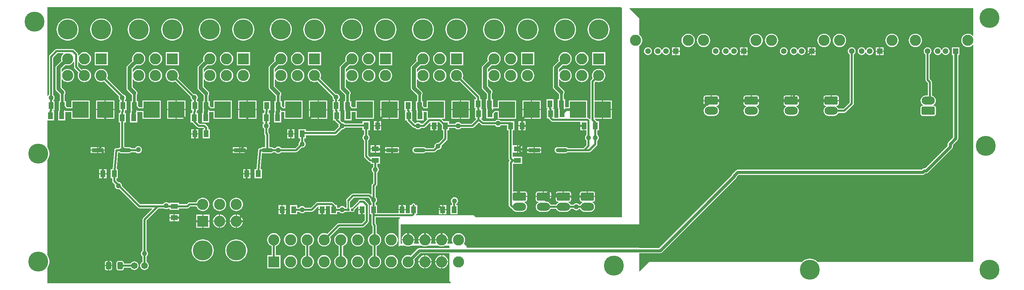
<source format=gtl>
G04 Layer_Physical_Order=1*
G04 Layer_Color=255*
%FSLAX44Y44*%
%MOMM*%
G71*
G01*
G75*
%ADD10R,1.3000X1.8000*%
%ADD11R,1.8000X1.3000*%
G04:AMPARAMS|DCode=12|XSize=1.8mm|YSize=1.3mm|CornerRadius=0.1625mm|HoleSize=0mm|Usage=FLASHONLY|Rotation=90.000|XOffset=0mm|YOffset=0mm|HoleType=Round|Shape=RoundedRectangle|*
%AMROUNDEDRECTD12*
21,1,1.8000,0.9750,0,0,90.0*
21,1,1.4750,1.3000,0,0,90.0*
1,1,0.3250,0.4875,0.7375*
1,1,0.3250,0.4875,-0.7375*
1,1,0.3250,-0.4875,-0.7375*
1,1,0.3250,-0.4875,0.7375*
%
%ADD12ROUNDEDRECTD12*%
G04:AMPARAMS|DCode=13|XSize=0.6mm|YSize=0.6mm|CornerRadius=0.06mm|HoleSize=0mm|Usage=FLASHONLY|Rotation=270.000|XOffset=0mm|YOffset=0mm|HoleType=Round|Shape=RoundedRectangle|*
%AMROUNDEDRECTD13*
21,1,0.6000,0.4800,0,0,270.0*
21,1,0.4800,0.6000,0,0,270.0*
1,1,0.1200,-0.2400,-0.2400*
1,1,0.1200,-0.2400,0.2400*
1,1,0.1200,0.2400,0.2400*
1,1,0.1200,0.2400,-0.2400*
%
%ADD13ROUNDEDRECTD13*%
%ADD14O,3.3020X2.0320*%
G04:AMPARAMS|DCode=15|XSize=3.302mm|YSize=2.032mm|CornerRadius=0.254mm|HoleSize=0mm|Usage=FLASHONLY|Rotation=180.000|XOffset=0mm|YOffset=0mm|HoleType=Round|Shape=RoundedRectangle|*
%AMROUNDEDRECTD15*
21,1,3.3020,1.5240,0,0,180.0*
21,1,2.7940,2.0320,0,0,180.0*
1,1,0.5080,-1.3970,0.7620*
1,1,0.5080,1.3970,0.7620*
1,1,0.5080,1.3970,-0.7620*
1,1,0.5080,-1.3970,-0.7620*
%
%ADD15ROUNDEDRECTD15*%
%ADD16R,3.0000X1.0000*%
%ADD17O,3.0000X1.0000*%
%ADD18C,0.7620*%
%ADD19C,0.5000*%
%ADD20C,0.3000*%
%ADD21C,0.6500*%
%ADD22C,1.0000*%
%ADD23C,2.8000*%
%ADD24C,1.4280*%
%ADD25R,1.4280X1.4280*%
%ADD26C,5.0000*%
%ADD27R,2.8000X2.8000*%
%ADD28C,1.5240*%
G04:AMPARAMS|DCode=29|XSize=1.524mm|YSize=1.524mm|CornerRadius=0.1905mm|HoleSize=0mm|Usage=FLASHONLY|Rotation=180.000|XOffset=0mm|YOffset=0mm|HoleType=Round|Shape=RoundedRectangle|*
%AMROUNDEDRECTD29*
21,1,1.5240,1.1430,0,0,180.0*
21,1,1.1430,1.5240,0,0,180.0*
1,1,0.3810,-0.5715,0.5715*
1,1,0.3810,0.5715,0.5715*
1,1,0.3810,0.5715,-0.5715*
1,1,0.3810,-0.5715,-0.5715*
%
%ADD29ROUNDEDRECTD29*%
%ADD30R,4.0600X4.0600*%
%ADD31C,1.6510*%
%ADD32C,1.2700*%
G36*
X2639060Y1175178D02*
X2637864Y1174750D01*
X2637452Y1175253D01*
X2634933Y1177319D01*
X2632060Y1178855D01*
X2628942Y1179801D01*
X2625699Y1180120D01*
X2622457Y1179801D01*
X2619339Y1178855D01*
X2616466Y1177319D01*
X2613947Y1175253D01*
X2611880Y1172734D01*
X2610345Y1169861D01*
X2609399Y1166743D01*
X2609080Y1163500D01*
X2609399Y1160258D01*
X2610345Y1157140D01*
X2611880Y1154267D01*
X2613947Y1151748D01*
X2616466Y1149681D01*
X2619339Y1148145D01*
X2622457Y1147200D01*
X2625699Y1146880D01*
X2628942Y1147200D01*
X2632060Y1148145D01*
X2634933Y1149681D01*
X2637452Y1151748D01*
X2637864Y1152251D01*
X2639060Y1151823D01*
Y609600D01*
X2249456D01*
X2246238Y612349D01*
X2242542Y614614D01*
X2238537Y616273D01*
X2234322Y617285D01*
X2230000Y617625D01*
X2225679Y617285D01*
X2221463Y616273D01*
X2217459Y614614D01*
X2213763Y612349D01*
X2210544Y609600D01*
X1828800D01*
X1804573Y585373D01*
X1803400Y585859D01*
Y631066D01*
X1855419D01*
X1857897Y631558D01*
X1859997Y632962D01*
X2045728Y818693D01*
X2047132Y820794D01*
X2047419Y822236D01*
X2052358Y827176D01*
X2512630D01*
X2515108Y827668D01*
X2517208Y829072D01*
X2519032Y830895D01*
X2521390D01*
X2523867Y831388D01*
X2525968Y832792D01*
X2585946Y892769D01*
X2587349Y894870D01*
X2587842Y897348D01*
Y901558D01*
X2599577Y913293D01*
X2600980Y915393D01*
X2601473Y917871D01*
Y1126820D01*
X2604679D01*
Y1146180D01*
X2585319D01*
Y1126820D01*
X2588524D01*
Y920553D01*
X2576790Y908818D01*
X2575386Y906718D01*
X2574893Y904240D01*
Y900029D01*
X2518708Y843844D01*
X2516350D01*
X2513872Y843351D01*
X2511772Y841948D01*
X2509948Y840124D01*
X2049676D01*
X2047199Y839632D01*
X2045098Y838228D01*
X2036572Y829702D01*
X2035168Y827601D01*
X2034881Y826159D01*
X1852737Y644014D01*
X1803400D01*
Y645160D01*
X1371600D01*
Y647700D01*
X1364420Y654880D01*
X1364819Y655367D01*
X1366355Y658240D01*
X1367301Y661358D01*
X1367620Y664600D01*
X1367301Y667843D01*
X1366355Y670960D01*
X1364819Y673834D01*
X1362752Y676352D01*
X1360234Y678419D01*
X1357360Y679955D01*
X1354243Y680901D01*
X1351000Y681220D01*
X1347758Y680901D01*
X1344640Y679955D01*
X1341767Y678419D01*
X1339248Y676352D01*
X1337181Y673834D01*
X1335645Y670960D01*
X1334699Y667843D01*
X1334380Y664600D01*
X1334699Y661358D01*
X1335645Y658240D01*
X1336527Y656590D01*
X1335766Y655320D01*
X1324234D01*
X1323473Y656590D01*
X1324355Y658240D01*
X1325301Y661358D01*
X1325495Y663330D01*
X1309000D01*
X1292505D01*
X1292699Y661358D01*
X1293645Y658240D01*
X1294527Y656590D01*
X1293766Y655320D01*
X1282234D01*
X1281473Y656590D01*
X1282355Y658240D01*
X1283301Y661358D01*
X1283495Y663330D01*
X1267000D01*
X1250505D01*
X1250700Y661358D01*
X1251645Y658240D01*
X1252527Y656590D01*
X1251766Y655320D01*
X1240234D01*
X1239473Y656590D01*
X1240355Y658240D01*
X1241301Y661358D01*
X1241495Y663330D01*
X1225000D01*
X1208505D01*
X1208699Y661358D01*
X1209645Y658240D01*
X1210527Y656590D01*
X1209766Y655320D01*
X1206500D01*
X1206500Y703580D01*
X1803400Y703580D01*
Y1149610D01*
X1803534Y1149681D01*
X1806052Y1151748D01*
X1808119Y1154267D01*
X1809655Y1157140D01*
X1810601Y1160258D01*
X1810920Y1163500D01*
X1810601Y1166743D01*
X1809655Y1169861D01*
X1808119Y1172734D01*
X1806052Y1175253D01*
X1803534Y1177319D01*
X1803400Y1177391D01*
Y1219200D01*
X1779173Y1243427D01*
X1779659Y1244600D01*
X2639060D01*
Y1175178D01*
D02*
G37*
G36*
X1760220Y1244600D02*
Y721360D01*
X1394460D01*
X1389380Y726440D01*
X1244678D01*
X1243944Y727573D01*
X1244392Y728460D01*
X1247540D01*
Y751540D01*
X1243445D01*
X1243248Y752532D01*
X1242134Y754200D01*
X1240466Y755313D01*
X1238500Y755705D01*
X1236533Y755313D01*
X1234866Y754200D01*
X1233752Y752532D01*
X1233555Y751540D01*
X1229460D01*
Y731071D01*
X1219040D01*
Y738730D01*
X1210000D01*
X1200960D01*
Y731071D01*
X1147540D01*
Y751540D01*
X1143639D01*
Y756951D01*
X1144841Y757873D01*
X1146265Y759731D01*
X1147161Y761893D01*
X1147467Y764214D01*
X1147161Y766535D01*
X1146265Y768697D01*
X1144841Y770554D01*
X1143639Y771476D01*
Y797209D01*
X1146634Y800204D01*
X1147748Y801871D01*
X1148139Y803838D01*
Y832738D01*
X1149340Y833660D01*
X1150765Y835517D01*
X1151661Y837679D01*
X1151967Y840000D01*
X1151661Y842321D01*
X1150765Y844483D01*
X1149340Y846340D01*
X1148139Y847262D01*
Y854560D01*
X1154540D01*
Y872640D01*
X1131460D01*
Y871226D01*
X1130287Y870740D01*
X1125138Y875889D01*
Y912737D01*
X1126340Y913660D01*
X1127765Y915517D01*
X1128661Y917679D01*
X1128967Y920000D01*
X1128661Y922321D01*
X1127765Y924483D01*
X1126340Y926340D01*
X1125138Y927263D01*
Y938460D01*
X1129040D01*
Y961540D01*
X1110960D01*
Y955353D01*
X1067098D01*
X1066340Y956340D01*
X1064483Y957765D01*
X1062321Y958661D01*
X1060000Y958967D01*
X1056365Y962602D01*
X1055540Y963460D01*
X1055540D01*
X1055540Y963460D01*
Y986540D01*
X1052184D01*
X1051894Y987340D01*
X1052719Y988460D01*
X1054040D01*
Y1011540D01*
X1050139D01*
Y1013937D01*
X1051341Y1014859D01*
X1052766Y1016717D01*
X1053661Y1018879D01*
X1053967Y1021200D01*
X1053661Y1023521D01*
X1052766Y1025683D01*
X1051341Y1027540D01*
X1049483Y1028965D01*
X1047321Y1029861D01*
X1045000Y1030167D01*
X1043498Y1029969D01*
X1005353Y1068114D01*
X1005955Y1069240D01*
X1006901Y1072358D01*
X1007220Y1075600D01*
X1006901Y1078842D01*
X1005955Y1081960D01*
X1004419Y1084834D01*
X1002352Y1087352D01*
X999834Y1089419D01*
X996960Y1090955D01*
X993842Y1091901D01*
X990600Y1092220D01*
X987358Y1091901D01*
X984240Y1090955D01*
X981366Y1089419D01*
X978848Y1087352D01*
X976781Y1084834D01*
X975245Y1081960D01*
X974299Y1078842D01*
X973980Y1075600D01*
X974299Y1072358D01*
X975245Y1069240D01*
X976781Y1066367D01*
X978848Y1063848D01*
X981366Y1061781D01*
X984240Y1060245D01*
X987358Y1059299D01*
X990600Y1058980D01*
X993842Y1059299D01*
X996960Y1060245D01*
X998086Y1060847D01*
X1036231Y1022702D01*
X1036033Y1021200D01*
X1036339Y1018879D01*
X1037235Y1016717D01*
X1038660Y1014859D01*
X1039862Y1013937D01*
Y1011540D01*
X1035960D01*
Y988460D01*
X1039230D01*
X1039521Y987659D01*
X1038696Y986540D01*
X1037460D01*
Y963460D01*
X1041707D01*
X1041752Y963233D01*
X1042866Y961566D01*
X1051565Y952867D01*
X1051339Y952321D01*
X1051033Y950000D01*
X1051339Y947679D01*
X1051440Y947435D01*
X1040561Y936557D01*
X969040D01*
Y941540D01*
X950960D01*
Y918460D01*
X954861D01*
Y911383D01*
X953660Y910461D01*
X952235Y908604D01*
X951339Y906441D01*
X951033Y904120D01*
X951231Y902618D01*
X942751Y894139D01*
X907262D01*
X906340Y895340D01*
X904483Y896765D01*
X902321Y897661D01*
X900000Y897967D01*
X897679Y897661D01*
X895517Y896765D01*
X893660Y895340D01*
X892738Y894139D01*
X888051D01*
X887868Y894378D01*
X886292Y895586D01*
X884458Y896346D01*
X882490Y896605D01*
X877629D01*
Y928116D01*
X877238Y930082D01*
X876124Y931750D01*
X875138Y932735D01*
Y942737D01*
X876340Y943660D01*
X877765Y945517D01*
X878661Y947679D01*
X878967Y950000D01*
X878661Y952321D01*
X877765Y954483D01*
X876340Y956340D01*
X875995Y956605D01*
X875887Y958230D01*
X876112Y958460D01*
X879040D01*
Y981540D01*
X876276D01*
X875597Y982810D01*
X876247Y983784D01*
X876639Y985750D01*
Y988460D01*
X880540D01*
Y1011540D01*
X862460D01*
Y988460D01*
X865224D01*
X865903Y987190D01*
X865252Y986217D01*
X864861Y984250D01*
Y981540D01*
X860960D01*
Y958460D01*
X863889D01*
X864113Y958230D01*
X864005Y956605D01*
X863660Y956340D01*
X862235Y954483D01*
X861339Y952321D01*
X861033Y950000D01*
X861339Y947679D01*
X862235Y945517D01*
X863660Y943660D01*
X864861Y942738D01*
Y930606D01*
X865252Y928640D01*
X866366Y926973D01*
X867351Y925987D01*
Y896605D01*
X862490D01*
X860522Y896346D01*
X858688Y895586D01*
X857112Y894378D01*
X856929Y894139D01*
X855080D01*
X854309Y893985D01*
X853528Y893899D01*
X853332Y893791D01*
X853113Y893748D01*
X852460Y893311D01*
X851771Y892932D01*
X851632Y892758D01*
X851446Y892634D01*
X851010Y891980D01*
X850518Y891367D01*
X850456Y891152D01*
X850332Y890966D01*
X850179Y890196D01*
X849960Y889441D01*
X845836Y841540D01*
X840960D01*
Y818460D01*
X859040D01*
Y841540D01*
X857090D01*
X856232Y842476D01*
X859537Y880867D01*
X860876Y881608D01*
X862490Y881395D01*
X882490D01*
X884458Y881654D01*
X886292Y882414D01*
X887868Y883622D01*
X888051Y883861D01*
X892738D01*
X893660Y882660D01*
X895517Y881235D01*
X897679Y880339D01*
X900000Y880033D01*
X902321Y880339D01*
X904483Y881235D01*
X906340Y882660D01*
X907262Y883861D01*
X944880D01*
X946846Y884252D01*
X948514Y885366D01*
X958498Y895351D01*
X960000Y895153D01*
X962321Y895459D01*
X964483Y896355D01*
X966340Y897780D01*
X967766Y899637D01*
X968661Y901799D01*
X968967Y904120D01*
X968661Y906441D01*
X967766Y908604D01*
X966340Y910461D01*
X965139Y911383D01*
Y918460D01*
X969040D01*
Y926279D01*
X1042690D01*
X1044656Y926670D01*
X1046323Y927784D01*
X1059622Y941083D01*
X1060000Y941033D01*
X1062321Y941339D01*
X1064483Y942235D01*
X1066340Y943660D01*
X1067427Y945075D01*
X1110960D01*
Y938460D01*
X1114861D01*
Y927262D01*
X1113660Y926340D01*
X1112235Y924483D01*
X1111339Y922321D01*
X1111033Y920000D01*
X1111339Y917679D01*
X1112235Y915517D01*
X1113660Y913660D01*
X1114861Y912738D01*
Y873760D01*
X1115252Y871794D01*
X1116366Y870126D01*
X1126526Y859966D01*
X1128193Y858852D01*
X1130160Y858461D01*
X1131460D01*
Y854560D01*
X1137861D01*
Y847262D01*
X1136660Y846340D01*
X1135235Y844483D01*
X1134339Y842321D01*
X1134033Y840000D01*
X1134339Y837679D01*
X1135235Y835517D01*
X1136660Y833660D01*
X1137861Y832738D01*
Y805966D01*
X1134866Y802972D01*
X1133753Y801304D01*
X1133361Y799338D01*
Y778279D01*
X1132188Y777793D01*
X1131394Y778588D01*
X1129726Y779702D01*
X1127760Y780093D01*
X1087120D01*
X1085154Y779702D01*
X1083486Y778588D01*
X1071367Y766468D01*
X1070253Y764801D01*
X1069861Y762834D01*
X1070253Y760868D01*
X1070881Y759927D01*
Y745139D01*
X1067262D01*
X1066340Y746340D01*
X1064483Y747765D01*
X1062321Y748661D01*
X1060000Y748967D01*
X1057679Y748661D01*
X1055517Y747765D01*
X1053660Y746340D01*
X1052738Y745139D01*
X1047540D01*
Y751540D01*
X1043136D01*
X1042133Y753040D01*
X1037414Y757760D01*
X1035747Y758874D01*
X1033780Y759265D01*
X998220D01*
X996254Y758874D01*
X994586Y757760D01*
X981868Y745041D01*
X967338D01*
X966340Y746340D01*
X964483Y747765D01*
X962321Y748661D01*
X960000Y748967D01*
X957679Y748661D01*
X955517Y747765D01*
X953660Y746340D01*
X952662Y745041D01*
X947540D01*
Y751540D01*
X929460D01*
Y728460D01*
X947540D01*
Y734763D01*
X952813D01*
X953660Y733660D01*
X955517Y732235D01*
X957679Y731339D01*
X960000Y731033D01*
X962321Y731339D01*
X964483Y732235D01*
X966340Y733660D01*
X967187Y734763D01*
X983996D01*
X985963Y735154D01*
X987630Y736268D01*
X999690Y748329D01*
X1000960Y747803D01*
Y741270D01*
X1010000D01*
X1019040D01*
Y748987D01*
X1029460D01*
Y728460D01*
X1047540D01*
Y734861D01*
X1052737D01*
X1053660Y733660D01*
X1055517Y732235D01*
X1057679Y731339D01*
X1060000Y731033D01*
X1062321Y731339D01*
X1064483Y732235D01*
X1066340Y733660D01*
X1067262Y734861D01*
X1071047D01*
X1071375Y734642D01*
X1072600Y734398D01*
X1077400D01*
X1078625Y734642D01*
X1079161Y735000D01*
X1080839D01*
X1081375Y734642D01*
X1082600Y734398D01*
X1087400D01*
X1088625Y734642D01*
X1089664Y735336D01*
X1090358Y736375D01*
X1090602Y737600D01*
Y739776D01*
X1099787Y748961D01*
X1100960Y748475D01*
Y741270D01*
X1110000D01*
Y740000D01*
X1111270D01*
Y728460D01*
X1116525D01*
Y713328D01*
X1109376Y706179D01*
X1051440D01*
X1049474Y705788D01*
X1047806Y704674D01*
X1022486Y679353D01*
X1021360Y679955D01*
X1018243Y680901D01*
X1015000Y681220D01*
X1011758Y680901D01*
X1008640Y679955D01*
X1005767Y678419D01*
X1003248Y676352D01*
X1001181Y673834D01*
X999645Y670960D01*
X998700Y667843D01*
X998380Y664600D01*
X998700Y661358D01*
X999645Y658240D01*
X1001181Y655367D01*
X1003248Y652848D01*
X1005767Y650781D01*
X1008640Y649245D01*
X1011758Y648299D01*
X1015000Y647980D01*
X1018243Y648299D01*
X1021360Y649245D01*
X1024234Y650781D01*
X1026752Y652848D01*
X1028819Y655367D01*
X1030355Y658240D01*
X1031301Y661358D01*
X1031620Y664600D01*
X1031301Y667843D01*
X1030355Y670960D01*
X1029753Y672086D01*
X1053569Y695901D01*
X1111504D01*
X1113471Y696292D01*
X1115138Y697406D01*
X1125298Y707566D01*
X1126412Y709233D01*
X1126803Y711200D01*
Y751840D01*
X1126412Y753807D01*
X1125298Y755474D01*
X1116916Y763856D01*
X1115248Y764970D01*
X1113282Y765361D01*
X1105222D01*
X1103256Y764970D01*
X1101588Y763856D01*
X1100474Y762188D01*
X1100254Y761079D01*
X1084776Y745602D01*
X1082600D01*
X1081375Y745358D01*
X1080839Y745000D01*
X1079161D01*
X1079119Y745028D01*
Y759686D01*
X1089249Y769815D01*
X1125631D01*
X1129731Y765716D01*
X1129533Y764214D01*
X1129839Y761893D01*
X1130735Y759731D01*
X1132160Y757873D01*
X1133361Y756951D01*
Y751540D01*
X1129460D01*
Y728460D01*
X1133361D01*
Y703540D01*
X1133753Y701573D01*
X1134866Y699906D01*
X1135861Y698912D01*
Y680326D01*
X1134640Y679955D01*
X1131766Y678419D01*
X1129248Y676352D01*
X1127181Y673834D01*
X1125645Y670960D01*
X1124699Y667843D01*
X1124380Y664600D01*
X1124699Y661358D01*
X1125645Y658240D01*
X1127181Y655367D01*
X1129248Y652848D01*
X1131766Y650781D01*
X1134640Y649245D01*
X1135861Y648875D01*
Y625325D01*
X1134640Y624955D01*
X1131766Y623419D01*
X1129248Y621352D01*
X1127181Y618834D01*
X1125645Y615960D01*
X1124699Y612842D01*
X1124380Y609600D01*
X1124699Y606358D01*
X1125645Y603240D01*
X1127181Y600366D01*
X1129248Y597848D01*
X1131766Y595781D01*
X1134640Y594245D01*
X1137758Y593299D01*
X1141000Y592980D01*
X1144242Y593299D01*
X1147360Y594245D01*
X1150234Y595781D01*
X1152752Y597848D01*
X1154819Y600366D01*
X1156355Y603240D01*
X1157301Y606358D01*
X1157620Y609600D01*
X1157301Y612842D01*
X1156355Y615960D01*
X1154819Y618834D01*
X1152752Y621352D01*
X1150234Y623419D01*
X1147360Y624955D01*
X1146139Y625325D01*
Y648875D01*
X1147360Y649245D01*
X1150234Y650781D01*
X1152752Y652848D01*
X1154819Y655367D01*
X1156355Y658240D01*
X1157301Y661358D01*
X1157620Y664600D01*
X1157301Y667843D01*
X1156355Y670960D01*
X1154819Y673834D01*
X1152752Y676352D01*
X1150234Y678419D01*
X1147360Y679955D01*
X1146139Y680326D01*
Y701040D01*
X1145748Y703007D01*
X1144634Y704674D01*
X1143639Y705668D01*
Y720793D01*
X1204274D01*
X1204760Y719620D01*
X1201420Y716280D01*
Y690880D01*
Y647700D01*
X1203960Y650240D01*
X1216779D01*
X1218640Y649245D01*
X1221757Y648299D01*
X1225000Y647980D01*
X1228242Y648299D01*
X1231360Y649245D01*
X1233221Y650240D01*
X1258779D01*
X1260640Y649245D01*
X1263758Y648299D01*
X1267000Y647980D01*
X1270243Y648299D01*
X1273361Y649245D01*
X1275221Y650240D01*
X1300779D01*
X1302640Y649245D01*
X1305758Y648299D01*
X1309000Y647980D01*
X1312243Y648299D01*
X1315360Y649245D01*
X1317221Y650240D01*
X1328420D01*
Y644014D01*
X1252940D01*
X1250462Y643522D01*
X1248362Y642118D01*
X1231236Y624992D01*
X1228242Y625901D01*
X1225000Y626220D01*
X1221757Y625901D01*
X1218640Y624955D01*
X1215766Y623419D01*
X1213248Y621352D01*
X1211181Y618834D01*
X1209645Y615960D01*
X1208699Y612842D01*
X1208380Y609600D01*
X1208699Y606358D01*
X1209645Y603240D01*
X1211181Y600366D01*
X1213248Y597848D01*
X1215766Y595781D01*
X1218640Y594245D01*
X1221757Y593299D01*
X1225000Y592980D01*
X1228242Y593299D01*
X1231360Y594245D01*
X1234233Y595781D01*
X1236752Y597848D01*
X1238819Y600366D01*
X1240355Y603240D01*
X1241301Y606358D01*
X1241620Y609600D01*
X1241301Y612842D01*
X1240392Y615836D01*
X1255622Y631066D01*
X1328420D01*
Y561340D01*
X1332327Y557433D01*
X1331841Y556260D01*
X322580D01*
Y594139D01*
X324614Y597458D01*
X326273Y601463D01*
X327285Y605678D01*
X327625Y610000D01*
X327285Y614321D01*
X326273Y618536D01*
X324614Y622541D01*
X322580Y625861D01*
Y864139D01*
X324614Y867458D01*
X326273Y871463D01*
X327285Y875678D01*
X327625Y880000D01*
X327285Y884321D01*
X326273Y888536D01*
X324614Y892541D01*
X322580Y895861D01*
Y963460D01*
X339040D01*
Y986540D01*
X337804D01*
X336979Y987659D01*
X337270Y988460D01*
X340540D01*
Y1011540D01*
X337612D01*
X337387Y1011770D01*
X337495Y1013395D01*
X337840Y1013660D01*
X339265Y1015517D01*
X340161Y1017679D01*
X340467Y1020000D01*
X340161Y1022321D01*
X339265Y1024483D01*
X337840Y1026340D01*
X336639Y1027262D01*
Y1120582D01*
X347569Y1131511D01*
X362077D01*
X362531Y1130241D01*
X361448Y1129352D01*
X359381Y1126834D01*
X357845Y1123960D01*
X356899Y1120842D01*
X356580Y1117600D01*
X356899Y1114358D01*
X357435Y1112590D01*
X345142Y1100297D01*
X343934Y1098722D01*
X343174Y1096888D01*
X342915Y1094920D01*
Y1042498D01*
X343174Y1040529D01*
X343934Y1038695D01*
X345142Y1037120D01*
X354096Y1028166D01*
Y1011540D01*
X350960D01*
Y988460D01*
X350960D01*
X351124Y988273D01*
X350896Y986540D01*
X349460D01*
Y963460D01*
X367540D01*
Y984065D01*
X368522Y984871D01*
X369400Y984697D01*
X382360D01*
Y967760D01*
X428040D01*
Y1013440D01*
X382360D01*
Y996503D01*
X371845D01*
X369040Y999309D01*
Y1011540D01*
X365903D01*
Y1028326D01*
X366586Y1029215D01*
X367346Y1031050D01*
X367605Y1033018D01*
X367346Y1034986D01*
X366586Y1036821D01*
X365377Y1038396D01*
X358125Y1045648D01*
Y1065827D01*
X359289Y1066359D01*
X359395Y1066349D01*
X361448Y1063848D01*
X363967Y1061781D01*
X366840Y1060245D01*
X369958Y1059299D01*
X373200Y1058980D01*
X376443Y1059299D01*
X379560Y1060245D01*
X382434Y1061781D01*
X384952Y1063848D01*
X387019Y1066367D01*
X388555Y1069240D01*
X389501Y1072358D01*
X389820Y1075600D01*
X389501Y1078842D01*
X388555Y1081960D01*
X387019Y1084834D01*
X384952Y1087352D01*
X382434Y1089419D01*
X379560Y1090955D01*
X376443Y1091901D01*
X373200Y1092220D01*
X369958Y1091901D01*
X366840Y1090955D01*
X363967Y1089419D01*
X361448Y1087352D01*
X359395Y1084851D01*
X359289Y1084841D01*
X358125Y1085373D01*
Y1091770D01*
X368191Y1101835D01*
X369958Y1101299D01*
X373200Y1100980D01*
X376443Y1101299D01*
X379560Y1102245D01*
X382434Y1103781D01*
X384952Y1105848D01*
X387019Y1108366D01*
X387799Y1109826D01*
X389069Y1109508D01*
Y1096592D01*
X389460Y1094626D01*
X390574Y1092959D01*
X400447Y1083086D01*
X399845Y1081960D01*
X398899Y1078842D01*
X398580Y1075600D01*
X398899Y1072358D01*
X399845Y1069240D01*
X401381Y1066367D01*
X403448Y1063848D01*
X405966Y1061781D01*
X408840Y1060245D01*
X411958Y1059299D01*
X415200Y1058980D01*
X418442Y1059299D01*
X421560Y1060245D01*
X424434Y1061781D01*
X426952Y1063848D01*
X429019Y1066367D01*
X430555Y1069240D01*
X431501Y1072358D01*
X431820Y1075600D01*
X431501Y1078842D01*
X430555Y1081960D01*
X429019Y1084834D01*
X426952Y1087352D01*
X424434Y1089419D01*
X421560Y1090955D01*
X418442Y1091901D01*
X415200Y1092220D01*
X411958Y1091901D01*
X408840Y1090955D01*
X407714Y1090353D01*
X399347Y1098721D01*
Y1109478D01*
X400617Y1109796D01*
X401381Y1108366D01*
X403448Y1105848D01*
X405966Y1103781D01*
X408840Y1102245D01*
X411958Y1101299D01*
X415200Y1100980D01*
X418442Y1101299D01*
X421560Y1102245D01*
X424434Y1103781D01*
X426952Y1105848D01*
X429019Y1108366D01*
X430555Y1111240D01*
X431501Y1114358D01*
X431820Y1117600D01*
X431501Y1120842D01*
X430555Y1123960D01*
X429019Y1126834D01*
X426952Y1129352D01*
X424434Y1131419D01*
X421560Y1132955D01*
X418442Y1133901D01*
X415200Y1134220D01*
X411958Y1133901D01*
X408840Y1132955D01*
X405966Y1131419D01*
X403448Y1129352D01*
X401381Y1126834D01*
X400617Y1125404D01*
X399347Y1125722D01*
Y1128522D01*
X398956Y1130489D01*
X397842Y1132156D01*
X389714Y1140284D01*
X388046Y1141398D01*
X386080Y1141789D01*
X345440D01*
X343474Y1141398D01*
X341806Y1140284D01*
X327866Y1126344D01*
X326752Y1124677D01*
X326361Y1122710D01*
Y1027262D01*
X325159Y1026340D01*
X323850Y1024634D01*
X323320Y1024665D01*
X322580Y1024988D01*
Y1247140D01*
X1757680D01*
X1760220Y1244600D01*
D02*
G37*
%LPC*%
G36*
X2494300Y1180120D02*
X2491058Y1179801D01*
X2487940Y1178855D01*
X2485067Y1177319D01*
X2482548Y1175253D01*
X2480481Y1172734D01*
X2478945Y1169861D01*
X2478000Y1166743D01*
X2477680Y1163500D01*
X2478000Y1160258D01*
X2478945Y1157140D01*
X2480481Y1154267D01*
X2482548Y1151748D01*
X2485067Y1149681D01*
X2487940Y1148145D01*
X2491058Y1147200D01*
X2494300Y1146880D01*
X2497543Y1147200D01*
X2500661Y1148145D01*
X2503534Y1149681D01*
X2506053Y1151748D01*
X2508119Y1154267D01*
X2509655Y1157140D01*
X2510601Y1160258D01*
X2510920Y1163500D01*
X2510601Y1166743D01*
X2509655Y1169861D01*
X2508119Y1172734D01*
X2506053Y1175253D01*
X2503534Y1177319D01*
X2500661Y1178855D01*
X2497543Y1179801D01*
X2494300Y1180120D01*
D02*
G37*
G36*
X2435699D02*
X2432457Y1179801D01*
X2429339Y1178855D01*
X2426466Y1177319D01*
X2423947Y1175253D01*
X2421880Y1172734D01*
X2420345Y1169861D01*
X2419399Y1166743D01*
X2419079Y1163500D01*
X2419399Y1160258D01*
X2420345Y1157140D01*
X2421880Y1154267D01*
X2423947Y1151748D01*
X2426466Y1149681D01*
X2429339Y1148145D01*
X2432457Y1147200D01*
X2435699Y1146880D01*
X2438942Y1147200D01*
X2442060Y1148145D01*
X2444933Y1149681D01*
X2447452Y1151748D01*
X2449518Y1154267D01*
X2451054Y1157140D01*
X2452000Y1160258D01*
X2452319Y1163500D01*
X2452000Y1166743D01*
X2451054Y1169861D01*
X2449518Y1172734D01*
X2447452Y1175253D01*
X2444933Y1177319D01*
X2442060Y1178855D01*
X2438942Y1179801D01*
X2435699Y1180120D01*
D02*
G37*
G36*
X2304300D02*
X2301058Y1179801D01*
X2297940Y1178855D01*
X2295067Y1177319D01*
X2292548Y1175253D01*
X2290481Y1172734D01*
X2288945Y1169861D01*
X2288000Y1166743D01*
X2287680Y1163500D01*
X2288000Y1160258D01*
X2288945Y1157140D01*
X2290481Y1154267D01*
X2292548Y1151748D01*
X2295067Y1149681D01*
X2297940Y1148145D01*
X2301058Y1147200D01*
X2304300Y1146880D01*
X2307543Y1147200D01*
X2310660Y1148145D01*
X2313534Y1149681D01*
X2316052Y1151748D01*
X2318119Y1154267D01*
X2319655Y1157140D01*
X2320601Y1160258D01*
X2320920Y1163500D01*
X2320601Y1166743D01*
X2319655Y1169861D01*
X2318119Y1172734D01*
X2316052Y1175253D01*
X2313534Y1177319D01*
X2310660Y1178855D01*
X2307543Y1179801D01*
X2304300Y1180120D01*
D02*
G37*
G36*
X2265700D02*
X2262457Y1179801D01*
X2259340Y1178855D01*
X2256466Y1177319D01*
X2253948Y1175253D01*
X2251881Y1172734D01*
X2250345Y1169861D01*
X2249399Y1166743D01*
X2249080Y1163500D01*
X2249399Y1160258D01*
X2250345Y1157140D01*
X2251881Y1154267D01*
X2253948Y1151748D01*
X2256466Y1149681D01*
X2259340Y1148145D01*
X2262457Y1147200D01*
X2265700Y1146880D01*
X2268942Y1147200D01*
X2272060Y1148145D01*
X2274933Y1149681D01*
X2277452Y1151748D01*
X2279519Y1154267D01*
X2281055Y1157140D01*
X2282000Y1160258D01*
X2282320Y1163500D01*
X2282000Y1166743D01*
X2281055Y1169861D01*
X2279519Y1172734D01*
X2277452Y1175253D01*
X2274933Y1177319D01*
X2272060Y1178855D01*
X2268942Y1179801D01*
X2265700Y1180120D01*
D02*
G37*
G36*
X2134301D02*
X2131058Y1179801D01*
X2127940Y1178855D01*
X2125067Y1177319D01*
X2122548Y1175253D01*
X2120482Y1172734D01*
X2118946Y1169861D01*
X2118000Y1166743D01*
X2117681Y1163500D01*
X2118000Y1160258D01*
X2118946Y1157140D01*
X2120482Y1154267D01*
X2122548Y1151748D01*
X2125067Y1149681D01*
X2127940Y1148145D01*
X2131058Y1147200D01*
X2134301Y1146880D01*
X2137543Y1147200D01*
X2140661Y1148145D01*
X2143534Y1149681D01*
X2146053Y1151748D01*
X2148120Y1154267D01*
X2149655Y1157140D01*
X2150601Y1160258D01*
X2150921Y1163500D01*
X2150601Y1166743D01*
X2149655Y1169861D01*
X2148120Y1172734D01*
X2146053Y1175253D01*
X2143534Y1177319D01*
X2140661Y1178855D01*
X2137543Y1179801D01*
X2134301Y1180120D01*
D02*
G37*
G36*
X2095700D02*
X2092457Y1179801D01*
X2089339Y1178855D01*
X2086466Y1177319D01*
X2083947Y1175253D01*
X2081881Y1172734D01*
X2080345Y1169861D01*
X2079399Y1166743D01*
X2079080Y1163500D01*
X2079399Y1160258D01*
X2080345Y1157140D01*
X2081881Y1154267D01*
X2083947Y1151748D01*
X2086466Y1149681D01*
X2089339Y1148145D01*
X2092457Y1147200D01*
X2095700Y1146880D01*
X2098942Y1147200D01*
X2102060Y1148145D01*
X2104933Y1149681D01*
X2107452Y1151748D01*
X2109519Y1154267D01*
X2111055Y1157140D01*
X2112000Y1160258D01*
X2112320Y1163500D01*
X2112000Y1166743D01*
X2111055Y1169861D01*
X2109519Y1172734D01*
X2107452Y1175253D01*
X2104933Y1177319D01*
X2102060Y1178855D01*
X2098942Y1179801D01*
X2095700Y1180120D01*
D02*
G37*
G36*
X1964300D02*
X1961058Y1179801D01*
X1957940Y1178855D01*
X1955067Y1177319D01*
X1952548Y1175253D01*
X1950481Y1172734D01*
X1948945Y1169861D01*
X1948000Y1166743D01*
X1947680Y1163500D01*
X1948000Y1160258D01*
X1948945Y1157140D01*
X1950481Y1154267D01*
X1952548Y1151748D01*
X1955067Y1149681D01*
X1957940Y1148145D01*
X1961058Y1147200D01*
X1964300Y1146880D01*
X1967543Y1147200D01*
X1970661Y1148145D01*
X1973534Y1149681D01*
X1976053Y1151748D01*
X1978119Y1154267D01*
X1979655Y1157140D01*
X1980601Y1160258D01*
X1980920Y1163500D01*
X1980601Y1166743D01*
X1979655Y1169861D01*
X1978119Y1172734D01*
X1976053Y1175253D01*
X1973534Y1177319D01*
X1970661Y1178855D01*
X1967543Y1179801D01*
X1964300Y1180120D01*
D02*
G37*
G36*
X1925699D02*
X1922457Y1179801D01*
X1919339Y1178855D01*
X1916466Y1177319D01*
X1913947Y1175253D01*
X1911880Y1172734D01*
X1910345Y1169861D01*
X1909399Y1166743D01*
X1909079Y1163500D01*
X1909399Y1160258D01*
X1910345Y1157140D01*
X1911880Y1154267D01*
X1913947Y1151748D01*
X1916466Y1149681D01*
X1919339Y1148145D01*
X1922457Y1147200D01*
X1925699Y1146880D01*
X1928942Y1147200D01*
X1932060Y1148145D01*
X1934933Y1149681D01*
X1937452Y1151748D01*
X1939518Y1154267D01*
X1941054Y1157140D01*
X1942000Y1160258D01*
X1942319Y1163500D01*
X1942000Y1166743D01*
X1941054Y1169861D01*
X1939518Y1172734D01*
X1937452Y1175253D01*
X1934933Y1177319D01*
X1932060Y1178855D01*
X1928942Y1179801D01*
X1925699Y1180120D01*
D02*
G37*
G36*
X2570000Y1146264D02*
X2567473Y1145931D01*
X2565118Y1144956D01*
X2563096Y1143404D01*
X2561544Y1141382D01*
X2560659Y1139246D01*
X2560000Y1139128D01*
X2559340Y1139246D01*
X2558455Y1141382D01*
X2556904Y1143404D01*
X2554882Y1144956D01*
X2552527Y1145931D01*
X2550000Y1146264D01*
X2547473Y1145931D01*
X2545118Y1144956D01*
X2543096Y1143404D01*
X2541544Y1141382D01*
X2540569Y1139027D01*
X2540236Y1136500D01*
X2540569Y1133973D01*
X2541544Y1131618D01*
X2543096Y1129596D01*
X2545118Y1128045D01*
X2547473Y1127069D01*
X2550000Y1126737D01*
X2552527Y1127069D01*
X2554882Y1128045D01*
X2556904Y1129596D01*
X2558455Y1131618D01*
X2559340Y1133755D01*
X2560000Y1133872D01*
X2560659Y1133755D01*
X2561544Y1131618D01*
X2563096Y1129596D01*
X2565118Y1128045D01*
X2567473Y1127069D01*
X2570000Y1126737D01*
X2572527Y1127069D01*
X2574882Y1128045D01*
X2576904Y1129596D01*
X2578456Y1131618D01*
X2579431Y1133973D01*
X2579763Y1136500D01*
X2579431Y1139027D01*
X2578456Y1141382D01*
X2576904Y1143404D01*
X2574882Y1144956D01*
X2572527Y1145931D01*
X2570000Y1146264D01*
D02*
G37*
G36*
X2380000D02*
X2377473Y1145931D01*
X2375118Y1144956D01*
X2373096Y1143404D01*
X2371544Y1141382D01*
X2370659Y1139246D01*
X2370000Y1139128D01*
X2369340Y1139246D01*
X2368455Y1141382D01*
X2366904Y1143404D01*
X2364882Y1144956D01*
X2362527Y1145931D01*
X2360000Y1146264D01*
X2357473Y1145931D01*
X2355118Y1144956D01*
X2353096Y1143404D01*
X2351544Y1141382D01*
X2350569Y1139027D01*
X2350236Y1136500D01*
X2350569Y1133973D01*
X2351544Y1131618D01*
X2353096Y1129596D01*
X2355118Y1128045D01*
X2357473Y1127069D01*
X2360000Y1126737D01*
X2362527Y1127069D01*
X2364882Y1128045D01*
X2366904Y1129596D01*
X2368455Y1131618D01*
X2369340Y1133755D01*
X2370000Y1133872D01*
X2370659Y1133755D01*
X2371544Y1131618D01*
X2373096Y1129596D01*
X2375118Y1128045D01*
X2377473Y1127069D01*
X2380000Y1126737D01*
X2382527Y1127069D01*
X2384882Y1128045D01*
X2386904Y1129596D01*
X2388455Y1131618D01*
X2389431Y1133973D01*
X2389763Y1136500D01*
X2389431Y1139027D01*
X2388455Y1141382D01*
X2386904Y1143404D01*
X2384882Y1144956D01*
X2382527Y1145931D01*
X2380000Y1146264D01*
D02*
G37*
G36*
X2210000D02*
X2207473Y1145931D01*
X2205118Y1144956D01*
X2203096Y1143404D01*
X2201545Y1141382D01*
X2200660Y1139246D01*
X2200000Y1139128D01*
X2199341Y1139246D01*
X2198456Y1141382D01*
X2196904Y1143404D01*
X2194882Y1144956D01*
X2192527Y1145931D01*
X2190000Y1146264D01*
X2187473Y1145931D01*
X2185118Y1144956D01*
X2183096Y1143404D01*
X2181545Y1141382D01*
X2180569Y1139027D01*
X2180237Y1136500D01*
X2180569Y1133973D01*
X2181545Y1131618D01*
X2183096Y1129596D01*
X2185118Y1128045D01*
X2187473Y1127069D01*
X2190000Y1126737D01*
X2192527Y1127069D01*
X2194882Y1128045D01*
X2196904Y1129596D01*
X2198456Y1131618D01*
X2199341Y1133755D01*
X2200000Y1133872D01*
X2200660Y1133755D01*
X2201545Y1131618D01*
X2203096Y1129596D01*
X2205118Y1128045D01*
X2207473Y1127069D01*
X2210000Y1126737D01*
X2212527Y1127069D01*
X2214882Y1128045D01*
X2216904Y1129596D01*
X2218456Y1131618D01*
X2219431Y1133973D01*
X2219764Y1136500D01*
X2219431Y1139027D01*
X2218456Y1141382D01*
X2216904Y1143404D01*
X2214882Y1144956D01*
X2212527Y1145931D01*
X2210000Y1146264D01*
D02*
G37*
G36*
X2040000D02*
X2037473Y1145931D01*
X2035118Y1144956D01*
X2033096Y1143404D01*
X2031544Y1141382D01*
X2030660Y1139246D01*
X2030000Y1139128D01*
X2029340Y1139246D01*
X2028456Y1141382D01*
X2026904Y1143404D01*
X2024882Y1144956D01*
X2022527Y1145931D01*
X2020000Y1146264D01*
X2017473Y1145931D01*
X2015118Y1144956D01*
X2013096Y1143404D01*
X2011545Y1141382D01*
X2010569Y1139027D01*
X2010237Y1136500D01*
X2010569Y1133973D01*
X2011545Y1131618D01*
X2013096Y1129596D01*
X2015118Y1128045D01*
X2017473Y1127069D01*
X2020000Y1126737D01*
X2022527Y1127069D01*
X2024882Y1128045D01*
X2026904Y1129596D01*
X2028456Y1131618D01*
X2029340Y1133755D01*
X2030000Y1133872D01*
X2030660Y1133755D01*
X2031544Y1131618D01*
X2033096Y1129596D01*
X2035118Y1128045D01*
X2037473Y1127069D01*
X2040000Y1126737D01*
X2042527Y1127069D01*
X2044882Y1128045D01*
X2046904Y1129596D01*
X2048455Y1131618D01*
X2049431Y1133973D01*
X2049763Y1136500D01*
X2049431Y1139027D01*
X2048455Y1141382D01*
X2046904Y1143404D01*
X2044882Y1144956D01*
X2042527Y1145931D01*
X2040000Y1146264D01*
D02*
G37*
G36*
X1870000D02*
X1867473Y1145931D01*
X1865118Y1144956D01*
X1863096Y1143404D01*
X1861544Y1141382D01*
X1860659Y1139246D01*
X1860000Y1139128D01*
X1859340Y1139246D01*
X1858455Y1141382D01*
X1856904Y1143404D01*
X1854882Y1144956D01*
X1852527Y1145931D01*
X1850000Y1146264D01*
X1847473Y1145931D01*
X1845118Y1144956D01*
X1843096Y1143404D01*
X1841544Y1141382D01*
X1840569Y1139027D01*
X1840236Y1136500D01*
X1840569Y1133973D01*
X1841544Y1131618D01*
X1843096Y1129596D01*
X1845118Y1128045D01*
X1847473Y1127069D01*
X1850000Y1126737D01*
X1852527Y1127069D01*
X1854882Y1128045D01*
X1856904Y1129596D01*
X1858455Y1131618D01*
X1859340Y1133755D01*
X1860000Y1133872D01*
X1860659Y1133755D01*
X1861544Y1131618D01*
X1863096Y1129596D01*
X1865118Y1128045D01*
X1867473Y1127069D01*
X1870000Y1126737D01*
X1872527Y1127069D01*
X1874882Y1128045D01*
X1876904Y1129596D01*
X1878455Y1131618D01*
X1879431Y1133973D01*
X1879763Y1136500D01*
X1879431Y1139027D01*
X1878455Y1141382D01*
X1876904Y1143404D01*
X1874882Y1144956D01*
X1872527Y1145931D01*
X1870000Y1146264D01*
D02*
G37*
G36*
X1904678Y1146180D02*
X1896268D01*
Y1137770D01*
X1904678D01*
Y1146180D01*
D02*
G37*
G36*
X2074679D02*
X2066269D01*
Y1137770D01*
X2074679D01*
Y1146180D01*
D02*
G37*
G36*
X2244679D02*
X2236269D01*
Y1137770D01*
X2244679D01*
Y1146180D01*
D02*
G37*
G36*
X2414678D02*
X2406268D01*
Y1137770D01*
X2414678D01*
Y1146180D01*
D02*
G37*
G36*
X2403728D02*
X2395318D01*
Y1137770D01*
X2403728D01*
Y1146180D01*
D02*
G37*
G36*
X1893728D02*
X1885318D01*
Y1137770D01*
X1893728D01*
Y1146180D01*
D02*
G37*
G36*
X2233729D02*
X2225319D01*
Y1137770D01*
X2233729D01*
Y1146180D01*
D02*
G37*
G36*
X2063729D02*
X2055319D01*
Y1137770D01*
X2063729D01*
Y1146180D01*
D02*
G37*
G36*
X2414678Y1135230D02*
X2406268D01*
Y1126820D01*
X2414678D01*
Y1135230D01*
D02*
G37*
G36*
X2403728D02*
X2395318D01*
Y1126820D01*
X2403728D01*
Y1135230D01*
D02*
G37*
G36*
X2244679D02*
X2236269D01*
Y1126820D01*
X2244679D01*
Y1135230D01*
D02*
G37*
G36*
X2233729D02*
X2225319D01*
Y1126820D01*
X2233729D01*
Y1135230D01*
D02*
G37*
G36*
X2074679D02*
X2066269D01*
Y1126820D01*
X2074679D01*
Y1135230D01*
D02*
G37*
G36*
X2063729D02*
X2055319D01*
Y1126820D01*
X2063729D01*
Y1135230D01*
D02*
G37*
G36*
X1904678D02*
X1896268D01*
Y1126820D01*
X1904678D01*
Y1135230D01*
D02*
G37*
G36*
X1893728D02*
X1885318D01*
Y1126820D01*
X1893728D01*
Y1135230D01*
D02*
G37*
G36*
X2164999Y1146264D02*
X2162472Y1145931D01*
X2160117Y1144956D01*
X2158095Y1143404D01*
X2156543Y1141382D01*
X2155568Y1139027D01*
X2155235Y1136500D01*
X2155568Y1133973D01*
X2156543Y1131618D01*
X2158095Y1129596D01*
X2160117Y1128045D01*
X2162472Y1127069D01*
X2164999Y1126737D01*
X2167526Y1127069D01*
X2169881Y1128045D01*
X2171903Y1129596D01*
X2173454Y1131618D01*
X2174430Y1133973D01*
X2174763Y1136500D01*
X2174430Y1139027D01*
X2173454Y1141382D01*
X2171903Y1143404D01*
X2169881Y1144956D01*
X2167526Y1145931D01*
X2164999Y1146264D01*
D02*
G37*
G36*
X1994999D02*
X1992472Y1145931D01*
X1990117Y1144956D01*
X1988095Y1143404D01*
X1986543Y1141382D01*
X1985568Y1139027D01*
X1985235Y1136500D01*
X1985568Y1133973D01*
X1986543Y1131618D01*
X1988095Y1129596D01*
X1990117Y1128045D01*
X1992472Y1127069D01*
X1994999Y1126737D01*
X1997526Y1127069D01*
X1999881Y1128045D01*
X2001903Y1129596D01*
X2003454Y1131618D01*
X2004430Y1133973D01*
X2004762Y1136500D01*
X2004430Y1139027D01*
X2003454Y1141382D01*
X2001903Y1143404D01*
X1999881Y1144956D01*
X1997526Y1145931D01*
X1994999Y1146264D01*
D02*
G37*
G36*
X1824999D02*
X1822472Y1145931D01*
X1820117Y1144956D01*
X1818095Y1143404D01*
X1816543Y1141382D01*
X1815568Y1139027D01*
X1815235Y1136500D01*
X1815568Y1133973D01*
X1816543Y1131618D01*
X1818095Y1129596D01*
X1820117Y1128045D01*
X1822472Y1127069D01*
X1824999Y1126737D01*
X1827526Y1127069D01*
X1829880Y1128045D01*
X1831902Y1129596D01*
X1833454Y1131618D01*
X1834429Y1133973D01*
X1834762Y1136500D01*
X1834429Y1139027D01*
X1833454Y1141382D01*
X1831902Y1143404D01*
X1829880Y1144956D01*
X1827526Y1145931D01*
X1824999Y1146264D01*
D02*
G37*
G36*
X2297620Y1025499D02*
X2284920D01*
Y1013970D01*
X2302800D01*
Y1020320D01*
X2302405Y1022302D01*
X2301283Y1023982D01*
X2299602Y1025105D01*
X2297620Y1025499D01*
D02*
G37*
G36*
X2282380D02*
X2269680D01*
X2267698Y1025105D01*
X2266017Y1023982D01*
X2264895Y1022302D01*
X2264500Y1020320D01*
Y1013970D01*
X2282380D01*
Y1025499D01*
D02*
G37*
G36*
X2197620D02*
X2184920D01*
Y1013970D01*
X2202800D01*
Y1020320D01*
X2202406Y1022302D01*
X2201283Y1023982D01*
X2199602Y1025105D01*
X2197620Y1025499D01*
D02*
G37*
G36*
X2182380D02*
X2169680D01*
X2167698Y1025105D01*
X2166018Y1023982D01*
X2164895Y1022302D01*
X2164501Y1020320D01*
Y1013970D01*
X2182380D01*
Y1025499D01*
D02*
G37*
G36*
X2097620D02*
X2084920D01*
Y1013970D01*
X2102799D01*
Y1020320D01*
X2102405Y1022302D01*
X2101282Y1023982D01*
X2099602Y1025105D01*
X2097620Y1025499D01*
D02*
G37*
G36*
X2082380D02*
X2069680D01*
X2067698Y1025105D01*
X2066017Y1023982D01*
X2064895Y1022302D01*
X2064500Y1020320D01*
Y1013970D01*
X2082380D01*
Y1025499D01*
D02*
G37*
G36*
X1997620D02*
X1984920D01*
Y1013970D01*
X2002800D01*
Y1020320D01*
X2002405Y1022302D01*
X2001283Y1023982D01*
X1999602Y1025105D01*
X1997620Y1025499D01*
D02*
G37*
G36*
X1982380D02*
X1969680D01*
X1967698Y1025105D01*
X1966018Y1023982D01*
X1964895Y1022302D01*
X1964501Y1020320D01*
Y1013970D01*
X1982380D01*
Y1025499D01*
D02*
G37*
G36*
X2334999Y1146264D02*
X2332472Y1145931D01*
X2330117Y1144956D01*
X2328095Y1143404D01*
X2326543Y1141382D01*
X2325568Y1139027D01*
X2325235Y1136500D01*
X2325568Y1133973D01*
X2326543Y1131618D01*
X2328095Y1129596D01*
X2329860Y1128242D01*
Y1007947D01*
X2314352Y992439D01*
X2301618D01*
X2301093Y993705D01*
X2299058Y996358D01*
X2296405Y998393D01*
X2295833Y998631D01*
X2296085Y999901D01*
X2297620D01*
X2299602Y1000295D01*
X2301283Y1001418D01*
X2302405Y1003098D01*
X2302800Y1005080D01*
Y1011430D01*
X2264500D01*
Y1005080D01*
X2264895Y1003098D01*
X2266017Y1001418D01*
X2267698Y1000295D01*
X2269680Y999901D01*
X2271215D01*
X2271467Y998631D01*
X2270895Y998393D01*
X2268242Y996358D01*
X2266207Y993705D01*
X2264927Y990615D01*
X2264490Y987300D01*
X2264927Y983985D01*
X2266207Y980895D01*
X2268242Y978242D01*
X2270895Y976207D01*
X2273985Y974927D01*
X2277300Y974491D01*
X2290000D01*
X2293315Y974927D01*
X2296405Y976207D01*
X2299058Y978242D01*
X2301093Y980895D01*
X2301618Y982161D01*
X2316480D01*
X2318447Y982552D01*
X2320114Y983666D01*
X2338632Y1002185D01*
X2339746Y1003852D01*
X2340137Y1005819D01*
Y1128242D01*
X2341902Y1129596D01*
X2343454Y1131618D01*
X2344429Y1133973D01*
X2344762Y1136500D01*
X2344429Y1139027D01*
X2343454Y1141382D01*
X2341902Y1143404D01*
X2339880Y1144956D01*
X2337526Y1145931D01*
X2334999Y1146264D01*
D02*
G37*
G36*
X2524999D02*
X2522472Y1145931D01*
X2520117Y1144956D01*
X2518095Y1143404D01*
X2516543Y1141382D01*
X2515568Y1139027D01*
X2515235Y1136500D01*
X2515568Y1133973D01*
X2516543Y1131618D01*
X2518095Y1129596D01*
X2519860Y1128242D01*
Y1064529D01*
X2520251Y1062563D01*
X2521365Y1060896D01*
X2525209Y1057051D01*
Y1025510D01*
X2520000D01*
X2516685Y1025073D01*
X2513595Y1023793D01*
X2510942Y1021758D01*
X2508907Y1019105D01*
X2507627Y1016015D01*
X2507191Y1012700D01*
X2507627Y1009385D01*
X2508907Y1006295D01*
X2510942Y1003642D01*
X2513595Y1001607D01*
X2514167Y1001369D01*
X2513915Y1000099D01*
X2512380D01*
X2510398Y999705D01*
X2508718Y998583D01*
X2507595Y996902D01*
X2507200Y994920D01*
Y979680D01*
X2507595Y977698D01*
X2508718Y976018D01*
X2510398Y974895D01*
X2512380Y974501D01*
X2540320D01*
X2542302Y974895D01*
X2543983Y976018D01*
X2545105Y977698D01*
X2545500Y979680D01*
Y994920D01*
X2545105Y996902D01*
X2543983Y998583D01*
X2542302Y999705D01*
X2540320Y1000099D01*
X2538785D01*
X2538533Y1001369D01*
X2539105Y1001607D01*
X2541758Y1003642D01*
X2543793Y1006295D01*
X2545073Y1009385D01*
X2545510Y1012700D01*
X2545073Y1016015D01*
X2543793Y1019105D01*
X2541758Y1021758D01*
X2539105Y1023793D01*
X2536015Y1025073D01*
X2535487Y1025143D01*
Y1059180D01*
X2535096Y1061146D01*
X2533982Y1062814D01*
X2530137Y1066658D01*
Y1128242D01*
X2531903Y1129596D01*
X2533454Y1131618D01*
X2534430Y1133973D01*
X2534762Y1136500D01*
X2534430Y1139027D01*
X2533454Y1141382D01*
X2531903Y1143404D01*
X2529881Y1144956D01*
X2527526Y1145931D01*
X2524999Y1146264D01*
D02*
G37*
G36*
X2202800Y1011430D02*
X2164501D01*
Y1005080D01*
X2164895Y1003098D01*
X2166018Y1001418D01*
X2167698Y1000295D01*
X2169680Y999901D01*
X2171215D01*
X2171468Y998631D01*
X2170895Y998393D01*
X2168242Y996358D01*
X2166207Y993705D01*
X2164927Y990615D01*
X2164491Y987300D01*
X2164927Y983985D01*
X2166207Y980895D01*
X2168242Y978242D01*
X2170895Y976207D01*
X2173985Y974927D01*
X2177300Y974491D01*
X2190000D01*
X2193316Y974927D01*
X2196405Y976207D01*
X2199058Y978242D01*
X2201094Y980895D01*
X2202373Y983985D01*
X2202810Y987300D01*
X2202373Y990615D01*
X2201094Y993705D01*
X2199058Y996358D01*
X2196405Y998393D01*
X2195833Y998631D01*
X2196085Y999901D01*
X2197620D01*
X2199602Y1000295D01*
X2201283Y1001418D01*
X2202406Y1003098D01*
X2202800Y1005080D01*
Y1011430D01*
D02*
G37*
G36*
X2102799D02*
X2064500D01*
Y1005080D01*
X2064895Y1003098D01*
X2066017Y1001418D01*
X2067698Y1000295D01*
X2069680Y999901D01*
X2071215D01*
X2071467Y998631D01*
X2070895Y998393D01*
X2068242Y996358D01*
X2066207Y993705D01*
X2064927Y990615D01*
X2064490Y987300D01*
X2064927Y983985D01*
X2066207Y980895D01*
X2068242Y978242D01*
X2070895Y976207D01*
X2073985Y974927D01*
X2077300Y974491D01*
X2090000D01*
X2093315Y974927D01*
X2096405Y976207D01*
X2099058Y978242D01*
X2101093Y980895D01*
X2102373Y983985D01*
X2102809Y987300D01*
X2102373Y990615D01*
X2101093Y993705D01*
X2099058Y996358D01*
X2096405Y998393D01*
X2095832Y998631D01*
X2096085Y999901D01*
X2097620D01*
X2099602Y1000295D01*
X2101282Y1001418D01*
X2102405Y1003098D01*
X2102799Y1005080D01*
Y1011430D01*
D02*
G37*
G36*
X2002800D02*
X1964501D01*
Y1005080D01*
X1964895Y1003098D01*
X1966018Y1001418D01*
X1967698Y1000295D01*
X1969680Y999901D01*
X1971215D01*
X1971468Y998631D01*
X1970895Y998393D01*
X1968242Y996358D01*
X1966207Y993705D01*
X1964927Y990615D01*
X1964491Y987300D01*
X1964927Y983985D01*
X1966207Y980895D01*
X1968242Y978242D01*
X1970895Y976207D01*
X1973985Y974927D01*
X1977300Y974491D01*
X1990000D01*
X1993315Y974927D01*
X1996405Y976207D01*
X1999058Y978242D01*
X2001093Y980895D01*
X2002373Y983985D01*
X2002810Y987300D01*
X2002373Y990615D01*
X2001093Y993705D01*
X1999058Y996358D01*
X1996405Y998393D01*
X1995833Y998631D01*
X1996085Y999901D01*
X1997620D01*
X1999602Y1000295D01*
X2001283Y1001418D01*
X2002405Y1003098D01*
X2002800Y1005080D01*
Y1011430D01*
D02*
G37*
G36*
X1226270Y681095D02*
Y665870D01*
X1241495D01*
X1241301Y667843D01*
X1240355Y670960D01*
X1238819Y673834D01*
X1236752Y676352D01*
X1234233Y678419D01*
X1231360Y679955D01*
X1228242Y680901D01*
X1226270Y681095D01*
D02*
G37*
G36*
X1310270D02*
Y665870D01*
X1325495D01*
X1325301Y667843D01*
X1324355Y670960D01*
X1322819Y673834D01*
X1320752Y676352D01*
X1318234Y678419D01*
X1315360Y679955D01*
X1312243Y680901D01*
X1310270Y681095D01*
D02*
G37*
G36*
X1268270D02*
Y665870D01*
X1283495D01*
X1283301Y667843D01*
X1282355Y670960D01*
X1280819Y673834D01*
X1278752Y676352D01*
X1276234Y678419D01*
X1273361Y679955D01*
X1270243Y680901D01*
X1268270Y681095D01*
D02*
G37*
G36*
X1223730D02*
X1221757Y680901D01*
X1218640Y679955D01*
X1215766Y678419D01*
X1213248Y676352D01*
X1211181Y673834D01*
X1209645Y670960D01*
X1208699Y667843D01*
X1208505Y665870D01*
X1223730D01*
Y681095D01*
D02*
G37*
G36*
X1307730D02*
X1305758Y680901D01*
X1302640Y679955D01*
X1299767Y678419D01*
X1297248Y676352D01*
X1295181Y673834D01*
X1293645Y670960D01*
X1292699Y667843D01*
X1292505Y665870D01*
X1307730D01*
Y681095D01*
D02*
G37*
G36*
X1265730D02*
X1263758Y680901D01*
X1260640Y679955D01*
X1257767Y678419D01*
X1255248Y676352D01*
X1253181Y673834D01*
X1251645Y670960D01*
X1250700Y667843D01*
X1250505Y665870D01*
X1265730D01*
Y681095D01*
D02*
G37*
G36*
X1701800Y1218225D02*
X1697478Y1217885D01*
X1693263Y1216873D01*
X1689258Y1215214D01*
X1685562Y1212949D01*
X1682266Y1210134D01*
X1679451Y1206838D01*
X1677186Y1203142D01*
X1675527Y1199137D01*
X1674515Y1194922D01*
X1674175Y1190600D01*
X1674515Y1186279D01*
X1675527Y1182064D01*
X1677186Y1178059D01*
X1679451Y1174362D01*
X1682266Y1171066D01*
X1685562Y1168251D01*
X1689258Y1165986D01*
X1693263Y1164327D01*
X1697478Y1163315D01*
X1701800Y1162975D01*
X1706122Y1163315D01*
X1710337Y1164327D01*
X1714342Y1165986D01*
X1718038Y1168251D01*
X1721334Y1171066D01*
X1724149Y1174362D01*
X1726414Y1178059D01*
X1728073Y1182064D01*
X1729085Y1186279D01*
X1729425Y1190600D01*
X1729085Y1194922D01*
X1728073Y1199137D01*
X1726414Y1203142D01*
X1724149Y1206838D01*
X1721334Y1210134D01*
X1718038Y1212949D01*
X1714342Y1215214D01*
X1710337Y1216873D01*
X1706122Y1217885D01*
X1701800Y1218225D01*
D02*
G37*
G36*
X1617800D02*
X1613479Y1217885D01*
X1609263Y1216873D01*
X1605259Y1215214D01*
X1601562Y1212949D01*
X1598266Y1210134D01*
X1595451Y1206838D01*
X1593186Y1203142D01*
X1591527Y1199137D01*
X1590515Y1194922D01*
X1590175Y1190600D01*
X1590515Y1186279D01*
X1591527Y1182064D01*
X1593186Y1178059D01*
X1595451Y1174362D01*
X1598266Y1171066D01*
X1601562Y1168251D01*
X1605259Y1165986D01*
X1609263Y1164327D01*
X1613479Y1163315D01*
X1617800Y1162975D01*
X1622122Y1163315D01*
X1626337Y1164327D01*
X1630342Y1165986D01*
X1634038Y1168251D01*
X1637334Y1171066D01*
X1640149Y1174362D01*
X1642414Y1178059D01*
X1644073Y1182064D01*
X1645085Y1186279D01*
X1645425Y1190600D01*
X1645085Y1194922D01*
X1644073Y1199137D01*
X1642414Y1203142D01*
X1640149Y1206838D01*
X1637334Y1210134D01*
X1634038Y1212949D01*
X1630342Y1215214D01*
X1626337Y1216873D01*
X1622122Y1217885D01*
X1617800Y1218225D01*
D02*
G37*
G36*
X1524000D02*
X1519678Y1217885D01*
X1515463Y1216873D01*
X1511458Y1215214D01*
X1507762Y1212949D01*
X1504466Y1210134D01*
X1501651Y1206838D01*
X1499386Y1203142D01*
X1497727Y1199137D01*
X1496715Y1194922D01*
X1496375Y1190600D01*
X1496715Y1186279D01*
X1497727Y1182064D01*
X1499386Y1178059D01*
X1501651Y1174362D01*
X1504466Y1171066D01*
X1507762Y1168251D01*
X1511458Y1165986D01*
X1515463Y1164327D01*
X1519678Y1163315D01*
X1524000Y1162975D01*
X1528322Y1163315D01*
X1532537Y1164327D01*
X1536542Y1165986D01*
X1540238Y1168251D01*
X1543534Y1171066D01*
X1546349Y1174362D01*
X1548614Y1178059D01*
X1550273Y1182064D01*
X1551285Y1186279D01*
X1551625Y1190600D01*
X1551285Y1194922D01*
X1550273Y1199137D01*
X1548614Y1203142D01*
X1546349Y1206838D01*
X1543534Y1210134D01*
X1540238Y1212949D01*
X1536542Y1215214D01*
X1532537Y1216873D01*
X1528322Y1217885D01*
X1524000Y1218225D01*
D02*
G37*
G36*
X1440000D02*
X1435679Y1217885D01*
X1431463Y1216873D01*
X1427459Y1215214D01*
X1423763Y1212949D01*
X1420466Y1210134D01*
X1417651Y1206838D01*
X1415386Y1203142D01*
X1413727Y1199137D01*
X1412715Y1194922D01*
X1412375Y1190600D01*
X1412715Y1186279D01*
X1413727Y1182064D01*
X1415386Y1178059D01*
X1417651Y1174362D01*
X1420466Y1171066D01*
X1423763Y1168251D01*
X1427459Y1165986D01*
X1431463Y1164327D01*
X1435679Y1163315D01*
X1440000Y1162975D01*
X1444322Y1163315D01*
X1448537Y1164327D01*
X1452542Y1165986D01*
X1456238Y1168251D01*
X1459534Y1171066D01*
X1462349Y1174362D01*
X1464614Y1178059D01*
X1466273Y1182064D01*
X1467285Y1186279D01*
X1467625Y1190600D01*
X1467285Y1194922D01*
X1466273Y1199137D01*
X1464614Y1203142D01*
X1462349Y1206838D01*
X1459534Y1210134D01*
X1456238Y1212949D01*
X1452542Y1215214D01*
X1448537Y1216873D01*
X1444322Y1217885D01*
X1440000Y1218225D01*
D02*
G37*
G36*
X1346200D02*
X1341879Y1217885D01*
X1337663Y1216873D01*
X1333658Y1215214D01*
X1329962Y1212949D01*
X1326666Y1210134D01*
X1323851Y1206838D01*
X1321586Y1203142D01*
X1319927Y1199137D01*
X1318915Y1194922D01*
X1318575Y1190600D01*
X1318915Y1186279D01*
X1319927Y1182064D01*
X1321586Y1178059D01*
X1323851Y1174362D01*
X1326666Y1171066D01*
X1329962Y1168251D01*
X1333658Y1165986D01*
X1337663Y1164327D01*
X1341879Y1163315D01*
X1346200Y1162975D01*
X1350522Y1163315D01*
X1354737Y1164327D01*
X1358742Y1165986D01*
X1362438Y1168251D01*
X1365734Y1171066D01*
X1368549Y1174362D01*
X1370814Y1178059D01*
X1372473Y1182064D01*
X1373485Y1186279D01*
X1373825Y1190600D01*
X1373485Y1194922D01*
X1372473Y1199137D01*
X1370814Y1203142D01*
X1368549Y1206838D01*
X1365734Y1210134D01*
X1362438Y1212949D01*
X1358742Y1215214D01*
X1354737Y1216873D01*
X1350522Y1217885D01*
X1346200Y1218225D01*
D02*
G37*
G36*
X1262200D02*
X1257879Y1217885D01*
X1253663Y1216873D01*
X1249659Y1215214D01*
X1245963Y1212949D01*
X1242666Y1210134D01*
X1239851Y1206838D01*
X1237586Y1203142D01*
X1235927Y1199137D01*
X1234915Y1194922D01*
X1234575Y1190600D01*
X1234915Y1186279D01*
X1235927Y1182064D01*
X1237586Y1178059D01*
X1239851Y1174362D01*
X1242666Y1171066D01*
X1245963Y1168251D01*
X1249659Y1165986D01*
X1253663Y1164327D01*
X1257879Y1163315D01*
X1262200Y1162975D01*
X1266522Y1163315D01*
X1270737Y1164327D01*
X1274742Y1165986D01*
X1278438Y1168251D01*
X1281734Y1171066D01*
X1284549Y1174362D01*
X1286814Y1178059D01*
X1288473Y1182064D01*
X1289485Y1186279D01*
X1289825Y1190600D01*
X1289485Y1194922D01*
X1288473Y1199137D01*
X1286814Y1203142D01*
X1284549Y1206838D01*
X1281734Y1210134D01*
X1278438Y1212949D01*
X1274742Y1215214D01*
X1270737Y1216873D01*
X1266522Y1217885D01*
X1262200Y1218225D01*
D02*
G37*
G36*
X1168400D02*
X1164079Y1217885D01*
X1159863Y1216873D01*
X1155858Y1215214D01*
X1152162Y1212949D01*
X1148866Y1210134D01*
X1146051Y1206838D01*
X1143786Y1203142D01*
X1142127Y1199137D01*
X1141115Y1194922D01*
X1140775Y1190600D01*
X1141115Y1186279D01*
X1142127Y1182064D01*
X1143786Y1178059D01*
X1146051Y1174362D01*
X1148866Y1171066D01*
X1152162Y1168251D01*
X1155858Y1165986D01*
X1159863Y1164327D01*
X1164079Y1163315D01*
X1168400Y1162975D01*
X1172721Y1163315D01*
X1176937Y1164327D01*
X1180942Y1165986D01*
X1184638Y1168251D01*
X1187934Y1171066D01*
X1190749Y1174362D01*
X1193014Y1178059D01*
X1194673Y1182064D01*
X1195685Y1186279D01*
X1196025Y1190600D01*
X1195685Y1194922D01*
X1194673Y1199137D01*
X1193014Y1203142D01*
X1190749Y1206838D01*
X1187934Y1210134D01*
X1184638Y1212949D01*
X1180942Y1215214D01*
X1176937Y1216873D01*
X1172721Y1217885D01*
X1168400Y1218225D01*
D02*
G37*
G36*
X1084400D02*
X1080079Y1217885D01*
X1075863Y1216873D01*
X1071859Y1215214D01*
X1068163Y1212949D01*
X1064866Y1210134D01*
X1062051Y1206838D01*
X1059786Y1203142D01*
X1058127Y1199137D01*
X1057115Y1194922D01*
X1056775Y1190600D01*
X1057115Y1186279D01*
X1058127Y1182064D01*
X1059786Y1178059D01*
X1062051Y1174362D01*
X1064866Y1171066D01*
X1068163Y1168251D01*
X1071859Y1165986D01*
X1075863Y1164327D01*
X1080079Y1163315D01*
X1084400Y1162975D01*
X1088722Y1163315D01*
X1092937Y1164327D01*
X1096942Y1165986D01*
X1100638Y1168251D01*
X1103934Y1171066D01*
X1106749Y1174362D01*
X1109014Y1178059D01*
X1110673Y1182064D01*
X1111685Y1186279D01*
X1112025Y1190600D01*
X1111685Y1194922D01*
X1110673Y1199137D01*
X1109014Y1203142D01*
X1106749Y1206838D01*
X1103934Y1210134D01*
X1100638Y1212949D01*
X1096942Y1215214D01*
X1092937Y1216873D01*
X1088722Y1217885D01*
X1084400Y1218225D01*
D02*
G37*
G36*
X990600D02*
X986279Y1217885D01*
X982063Y1216873D01*
X978058Y1215214D01*
X974362Y1212949D01*
X971066Y1210134D01*
X968251Y1206838D01*
X965986Y1203142D01*
X964327Y1199137D01*
X963315Y1194922D01*
X962975Y1190600D01*
X963315Y1186279D01*
X964327Y1182064D01*
X965986Y1178059D01*
X968251Y1174362D01*
X971066Y1171066D01*
X974362Y1168251D01*
X978058Y1165986D01*
X982063Y1164327D01*
X986279Y1163315D01*
X990600Y1162975D01*
X994921Y1163315D01*
X999137Y1164327D01*
X1003142Y1165986D01*
X1006838Y1168251D01*
X1010134Y1171066D01*
X1012949Y1174362D01*
X1015214Y1178059D01*
X1016873Y1182064D01*
X1017885Y1186279D01*
X1018225Y1190600D01*
X1017885Y1194922D01*
X1016873Y1199137D01*
X1015214Y1203142D01*
X1012949Y1206838D01*
X1010134Y1210134D01*
X1006838Y1212949D01*
X1003142Y1215214D01*
X999137Y1216873D01*
X994921Y1217885D01*
X990600Y1218225D01*
D02*
G37*
G36*
X906600D02*
X902279Y1217885D01*
X898064Y1216873D01*
X894059Y1215214D01*
X890362Y1212949D01*
X887066Y1210134D01*
X884251Y1206838D01*
X881986Y1203142D01*
X880327Y1199137D01*
X879315Y1194922D01*
X878975Y1190600D01*
X879315Y1186279D01*
X880327Y1182064D01*
X881986Y1178059D01*
X884251Y1174362D01*
X887066Y1171066D01*
X890362Y1168251D01*
X894059Y1165986D01*
X898064Y1164327D01*
X902279Y1163315D01*
X906600Y1162975D01*
X910922Y1163315D01*
X915137Y1164327D01*
X919142Y1165986D01*
X922838Y1168251D01*
X926134Y1171066D01*
X928949Y1174362D01*
X931214Y1178059D01*
X932873Y1182064D01*
X933885Y1186279D01*
X934225Y1190600D01*
X933885Y1194922D01*
X932873Y1199137D01*
X931214Y1203142D01*
X928949Y1206838D01*
X926134Y1210134D01*
X922838Y1212949D01*
X919142Y1215214D01*
X915137Y1216873D01*
X910922Y1217885D01*
X906600Y1218225D01*
D02*
G37*
G36*
X812800D02*
X808478Y1217885D01*
X804263Y1216873D01*
X800258Y1215214D01*
X796562Y1212949D01*
X793266Y1210134D01*
X790451Y1206838D01*
X788186Y1203142D01*
X786527Y1199137D01*
X785515Y1194922D01*
X785175Y1190600D01*
X785515Y1186279D01*
X786527Y1182064D01*
X788186Y1178059D01*
X790451Y1174362D01*
X793266Y1171066D01*
X796562Y1168251D01*
X800258Y1165986D01*
X804263Y1164327D01*
X808478Y1163315D01*
X812800Y1162975D01*
X817122Y1163315D01*
X821337Y1164327D01*
X825342Y1165986D01*
X829038Y1168251D01*
X832334Y1171066D01*
X835149Y1174362D01*
X837414Y1178059D01*
X839073Y1182064D01*
X840085Y1186279D01*
X840425Y1190600D01*
X840085Y1194922D01*
X839073Y1199137D01*
X837414Y1203142D01*
X835149Y1206838D01*
X832334Y1210134D01*
X829038Y1212949D01*
X825342Y1215214D01*
X821337Y1216873D01*
X817122Y1217885D01*
X812800Y1218225D01*
D02*
G37*
G36*
X728800D02*
X724479Y1217885D01*
X720264Y1216873D01*
X716259Y1215214D01*
X712562Y1212949D01*
X709266Y1210134D01*
X706451Y1206838D01*
X704186Y1203142D01*
X702527Y1199137D01*
X701515Y1194922D01*
X701175Y1190600D01*
X701515Y1186279D01*
X702527Y1182064D01*
X704186Y1178059D01*
X706451Y1174362D01*
X709266Y1171066D01*
X712562Y1168251D01*
X716259Y1165986D01*
X720264Y1164327D01*
X724479Y1163315D01*
X728800Y1162975D01*
X733122Y1163315D01*
X737337Y1164327D01*
X741342Y1165986D01*
X745038Y1168251D01*
X748334Y1171066D01*
X751149Y1174362D01*
X753414Y1178059D01*
X755073Y1182064D01*
X756085Y1186279D01*
X756425Y1190600D01*
X756085Y1194922D01*
X755073Y1199137D01*
X753414Y1203142D01*
X751149Y1206838D01*
X748334Y1210134D01*
X745038Y1212949D01*
X741342Y1215214D01*
X737337Y1216873D01*
X733122Y1217885D01*
X728800Y1218225D01*
D02*
G37*
G36*
X635000D02*
X630678Y1217885D01*
X626463Y1216873D01*
X622458Y1215214D01*
X618762Y1212949D01*
X615466Y1210134D01*
X612651Y1206838D01*
X610386Y1203142D01*
X608727Y1199137D01*
X607715Y1194922D01*
X607375Y1190600D01*
X607715Y1186279D01*
X608727Y1182064D01*
X610386Y1178059D01*
X612651Y1174362D01*
X615466Y1171066D01*
X618762Y1168251D01*
X622458Y1165986D01*
X626463Y1164327D01*
X630678Y1163315D01*
X635000Y1162975D01*
X639322Y1163315D01*
X643537Y1164327D01*
X647542Y1165986D01*
X651238Y1168251D01*
X654534Y1171066D01*
X657349Y1174362D01*
X659614Y1178059D01*
X661273Y1182064D01*
X662285Y1186279D01*
X662625Y1190600D01*
X662285Y1194922D01*
X661273Y1199137D01*
X659614Y1203142D01*
X657349Y1206838D01*
X654534Y1210134D01*
X651238Y1212949D01*
X647542Y1215214D01*
X643537Y1216873D01*
X639322Y1217885D01*
X635000Y1218225D01*
D02*
G37*
G36*
X551000D02*
X546679Y1217885D01*
X542463Y1216873D01*
X538459Y1215214D01*
X534762Y1212949D01*
X531466Y1210134D01*
X528651Y1206838D01*
X526386Y1203142D01*
X524727Y1199137D01*
X523715Y1194922D01*
X523375Y1190600D01*
X523715Y1186279D01*
X524727Y1182064D01*
X526386Y1178059D01*
X528651Y1174362D01*
X531466Y1171066D01*
X534762Y1168251D01*
X538459Y1165986D01*
X542463Y1164327D01*
X546679Y1163315D01*
X551000Y1162975D01*
X555322Y1163315D01*
X559537Y1164327D01*
X563542Y1165986D01*
X567238Y1168251D01*
X570534Y1171066D01*
X573349Y1174362D01*
X575614Y1178059D01*
X577273Y1182064D01*
X578285Y1186279D01*
X578625Y1190600D01*
X578285Y1194922D01*
X577273Y1199137D01*
X575614Y1203142D01*
X573349Y1206838D01*
X570534Y1210134D01*
X567238Y1212949D01*
X563542Y1215214D01*
X559537Y1216873D01*
X555322Y1217885D01*
X551000Y1218225D01*
D02*
G37*
G36*
X457200D02*
X452878Y1217885D01*
X448663Y1216873D01*
X444658Y1215214D01*
X440962Y1212949D01*
X437666Y1210134D01*
X434851Y1206838D01*
X432586Y1203142D01*
X430927Y1199137D01*
X429915Y1194922D01*
X429575Y1190600D01*
X429915Y1186279D01*
X430927Y1182064D01*
X432586Y1178059D01*
X434851Y1174362D01*
X437666Y1171066D01*
X440962Y1168251D01*
X444658Y1165986D01*
X448663Y1164327D01*
X452878Y1163315D01*
X457200Y1162975D01*
X461521Y1163315D01*
X465737Y1164327D01*
X469742Y1165986D01*
X473438Y1168251D01*
X476734Y1171066D01*
X479549Y1174362D01*
X481814Y1178059D01*
X483473Y1182064D01*
X484485Y1186279D01*
X484825Y1190600D01*
X484485Y1194922D01*
X483473Y1199137D01*
X481814Y1203142D01*
X479549Y1206838D01*
X476734Y1210134D01*
X473438Y1212949D01*
X469742Y1215214D01*
X465737Y1216873D01*
X461521Y1217885D01*
X457200Y1218225D01*
D02*
G37*
G36*
X373200D02*
X368879Y1217885D01*
X364664Y1216873D01*
X360659Y1215214D01*
X356963Y1212949D01*
X353666Y1210134D01*
X350851Y1206838D01*
X348586Y1203142D01*
X346927Y1199137D01*
X345915Y1194922D01*
X345575Y1190600D01*
X345915Y1186279D01*
X346927Y1182064D01*
X348586Y1178059D01*
X350851Y1174362D01*
X353666Y1171066D01*
X356963Y1168251D01*
X360659Y1165986D01*
X364664Y1164327D01*
X368879Y1163315D01*
X373200Y1162975D01*
X377522Y1163315D01*
X381737Y1164327D01*
X385742Y1165986D01*
X389438Y1168251D01*
X392734Y1171066D01*
X395549Y1174362D01*
X397814Y1178059D01*
X399473Y1182064D01*
X400485Y1186279D01*
X400825Y1190600D01*
X400485Y1194922D01*
X399473Y1199137D01*
X397814Y1203142D01*
X395549Y1206838D01*
X392734Y1210134D01*
X389438Y1212949D01*
X385742Y1215214D01*
X381737Y1216873D01*
X377522Y1217885D01*
X373200Y1218225D01*
D02*
G37*
G36*
X1718340Y1134140D02*
X1685260D01*
Y1101060D01*
X1718340D01*
Y1134140D01*
D02*
G37*
G36*
X1540540D02*
X1507460D01*
Y1101060D01*
X1540540D01*
Y1134140D01*
D02*
G37*
G36*
X1362740D02*
X1329660D01*
Y1101060D01*
X1362740D01*
Y1134140D01*
D02*
G37*
G36*
X1184940D02*
X1151860D01*
Y1101060D01*
X1184940D01*
Y1134140D01*
D02*
G37*
G36*
X1007140D02*
X974060D01*
Y1101060D01*
X1007140D01*
Y1134140D01*
D02*
G37*
G36*
X829340D02*
X796260D01*
Y1101060D01*
X829340D01*
Y1134140D01*
D02*
G37*
G36*
X651540D02*
X618460D01*
Y1101060D01*
X651540D01*
Y1134140D01*
D02*
G37*
G36*
X473740D02*
X440660D01*
Y1101060D01*
X473740D01*
Y1134140D01*
D02*
G37*
G36*
X1659800Y1134220D02*
X1656558Y1133901D01*
X1653440Y1132955D01*
X1650567Y1131419D01*
X1648048Y1129352D01*
X1645981Y1126834D01*
X1644445Y1123960D01*
X1643499Y1120842D01*
X1643180Y1117600D01*
X1643499Y1114358D01*
X1644445Y1111240D01*
X1645981Y1108366D01*
X1648048Y1105848D01*
X1650567Y1103781D01*
X1653440Y1102245D01*
X1656558Y1101299D01*
X1659800Y1100980D01*
X1663042Y1101299D01*
X1666160Y1102245D01*
X1669034Y1103781D01*
X1671552Y1105848D01*
X1673619Y1108366D01*
X1675155Y1111240D01*
X1676101Y1114358D01*
X1676420Y1117600D01*
X1676101Y1120842D01*
X1675155Y1123960D01*
X1673619Y1126834D01*
X1671552Y1129352D01*
X1669034Y1131419D01*
X1666160Y1132955D01*
X1663042Y1133901D01*
X1659800Y1134220D01*
D02*
G37*
G36*
X1617800D02*
X1614558Y1133901D01*
X1611440Y1132955D01*
X1608567Y1131419D01*
X1606048Y1129352D01*
X1603981Y1126834D01*
X1602445Y1123960D01*
X1601499Y1120842D01*
X1601180Y1117600D01*
X1601499Y1114358D01*
X1602036Y1112590D01*
X1589742Y1100297D01*
X1588534Y1098722D01*
X1587774Y1096888D01*
X1587515Y1094920D01*
Y1046906D01*
X1587774Y1044938D01*
X1588534Y1043104D01*
X1589742Y1041529D01*
X1602597Y1028674D01*
Y1016540D01*
X1599460D01*
Y993460D01*
X1600895D01*
Y993116D01*
X1601084Y991682D01*
X1600960Y991540D01*
X1600960D01*
Y970085D01*
X1590540D01*
Y991540D01*
X1587201D01*
X1586911Y992340D01*
X1587736Y993460D01*
X1589040D01*
Y1016540D01*
X1570960D01*
Y993460D01*
X1574245D01*
X1574536Y992660D01*
X1573711Y991540D01*
X1572460D01*
Y968460D01*
X1576723D01*
X1576752Y968314D01*
X1577866Y966646D01*
X1583200Y961312D01*
X1584868Y960198D01*
X1586834Y959807D01*
X1655960D01*
Y951270D01*
X1665000D01*
Y950000D01*
X1666270D01*
Y938460D01*
X1671515D01*
Y927262D01*
X1670314Y926340D01*
X1668889Y924483D01*
X1667993Y922321D01*
X1667687Y920000D01*
X1667993Y917679D01*
X1668889Y915517D01*
X1670314Y913660D01*
X1671515Y912738D01*
Y901543D01*
X1664111Y894139D01*
X1624651D01*
X1624468Y894378D01*
X1622892Y895586D01*
X1621058Y896346D01*
X1619090Y896605D01*
X1599090D01*
X1597122Y896346D01*
X1595287Y895586D01*
X1593712Y894378D01*
X1592504Y892803D01*
X1591744Y890968D01*
X1591485Y889000D01*
X1591744Y887032D01*
X1592504Y885198D01*
X1593712Y883622D01*
X1595287Y882414D01*
X1597122Y881654D01*
X1599090Y881395D01*
X1619090D01*
X1621058Y881654D01*
X1622892Y882414D01*
X1624468Y883622D01*
X1624651Y883861D01*
X1678260D01*
X1680226Y884252D01*
X1681893Y885366D01*
X1697133Y900606D01*
X1698247Y902273D01*
X1698638Y904240D01*
Y912738D01*
X1699840Y913660D01*
X1701265Y915517D01*
X1702161Y917679D01*
X1702466Y920000D01*
X1702161Y922321D01*
X1701265Y924483D01*
X1699840Y926340D01*
X1698638Y927262D01*
Y938460D01*
X1702540D01*
Y961540D01*
X1697200D01*
X1697133Y961640D01*
X1692283Y966490D01*
X1692809Y967760D01*
X1710530D01*
Y990600D01*
Y1013440D01*
X1691445D01*
Y1057978D01*
X1694314Y1060847D01*
X1695440Y1060245D01*
X1698558Y1059299D01*
X1701800Y1058980D01*
X1705042Y1059299D01*
X1708160Y1060245D01*
X1711034Y1061781D01*
X1713552Y1063848D01*
X1715619Y1066367D01*
X1717155Y1069240D01*
X1718101Y1072358D01*
X1718420Y1075600D01*
X1718101Y1078842D01*
X1717155Y1081960D01*
X1715619Y1084834D01*
X1713552Y1087352D01*
X1711034Y1089419D01*
X1708160Y1090955D01*
X1705042Y1091901D01*
X1701800Y1092220D01*
X1698558Y1091901D01*
X1695440Y1090955D01*
X1692566Y1089419D01*
X1690048Y1087352D01*
X1687981Y1084834D01*
X1686445Y1081960D01*
X1685499Y1078842D01*
X1685180Y1075600D01*
X1685499Y1072358D01*
X1686445Y1069240D01*
X1687047Y1068114D01*
X1682672Y1063740D01*
X1681558Y1062073D01*
X1681167Y1060106D01*
Y966702D01*
X1679897Y966176D01*
X1677494Y968580D01*
X1675827Y969694D01*
X1673860Y970085D01*
X1672640D01*
Y1013440D01*
X1626960D01*
Y996503D01*
X1620600D01*
X1618810Y996148D01*
X1617540Y996930D01*
Y1016540D01*
X1614404D01*
Y1028834D01*
X1615086Y1029724D01*
X1615846Y1031558D01*
X1616105Y1033526D01*
X1615846Y1035494D01*
X1615086Y1037328D01*
X1613878Y1038904D01*
X1602725Y1050056D01*
Y1065827D01*
X1603889Y1066359D01*
X1603995Y1066349D01*
X1606048Y1063848D01*
X1608567Y1061781D01*
X1611440Y1060245D01*
X1614558Y1059299D01*
X1617800Y1058980D01*
X1621043Y1059299D01*
X1624160Y1060245D01*
X1627034Y1061781D01*
X1629552Y1063848D01*
X1631619Y1066367D01*
X1633155Y1069240D01*
X1634101Y1072358D01*
X1634420Y1075600D01*
X1634101Y1078842D01*
X1633155Y1081960D01*
X1631619Y1084834D01*
X1629552Y1087352D01*
X1627034Y1089419D01*
X1624160Y1090955D01*
X1621043Y1091901D01*
X1617800Y1092220D01*
X1614558Y1091901D01*
X1611440Y1090955D01*
X1608567Y1089419D01*
X1606048Y1087352D01*
X1603995Y1084851D01*
X1603889Y1084841D01*
X1602725Y1085373D01*
Y1091770D01*
X1612791Y1101835D01*
X1614558Y1101299D01*
X1617800Y1100980D01*
X1621043Y1101299D01*
X1624160Y1102245D01*
X1627034Y1103781D01*
X1629552Y1105848D01*
X1631619Y1108366D01*
X1633155Y1111240D01*
X1634101Y1114358D01*
X1634420Y1117600D01*
X1634101Y1120842D01*
X1633155Y1123960D01*
X1631619Y1126834D01*
X1629552Y1129352D01*
X1627034Y1131419D01*
X1624160Y1132955D01*
X1621043Y1133901D01*
X1617800Y1134220D01*
D02*
G37*
G36*
X1482000D02*
X1478758Y1133901D01*
X1475640Y1132955D01*
X1472767Y1131419D01*
X1470248Y1129352D01*
X1468181Y1126834D01*
X1466645Y1123960D01*
X1465699Y1120842D01*
X1465380Y1117600D01*
X1465699Y1114358D01*
X1466645Y1111240D01*
X1468181Y1108366D01*
X1470248Y1105848D01*
X1472767Y1103781D01*
X1475640Y1102245D01*
X1478758Y1101299D01*
X1482000Y1100980D01*
X1485242Y1101299D01*
X1488360Y1102245D01*
X1491234Y1103781D01*
X1493752Y1105848D01*
X1495819Y1108366D01*
X1497355Y1111240D01*
X1498301Y1114358D01*
X1498620Y1117600D01*
X1498301Y1120842D01*
X1497355Y1123960D01*
X1495819Y1126834D01*
X1493752Y1129352D01*
X1491234Y1131419D01*
X1488360Y1132955D01*
X1485242Y1133901D01*
X1482000Y1134220D01*
D02*
G37*
G36*
X1440000D02*
X1436758Y1133901D01*
X1433640Y1132955D01*
X1430767Y1131419D01*
X1428248Y1129352D01*
X1426181Y1126834D01*
X1424645Y1123960D01*
X1423699Y1120842D01*
X1423380Y1117600D01*
X1423699Y1114358D01*
X1424236Y1112590D01*
X1411942Y1100297D01*
X1410734Y1098722D01*
X1409974Y1096888D01*
X1409715Y1094920D01*
Y1045722D01*
X1409974Y1043754D01*
X1410734Y1041919D01*
X1411942Y1040344D01*
X1422597Y1029690D01*
Y1016540D01*
X1419460D01*
Y993460D01*
X1420895D01*
Y993116D01*
X1421084Y991681D01*
X1420960Y991540D01*
X1420960D01*
Y968460D01*
X1439040D01*
Y980691D01*
X1443045Y984697D01*
X1449160D01*
Y967760D01*
X1494840D01*
Y1013440D01*
X1449160D01*
Y996503D01*
X1440600D01*
X1438810Y996147D01*
X1437540Y996930D01*
Y1016540D01*
X1434404D01*
Y1029850D01*
X1435086Y1030740D01*
X1435846Y1032574D01*
X1436105Y1034542D01*
X1435846Y1036510D01*
X1435086Y1038344D01*
X1433878Y1039920D01*
X1424925Y1048872D01*
Y1065827D01*
X1426089Y1066359D01*
X1426195Y1066349D01*
X1428248Y1063848D01*
X1430767Y1061781D01*
X1433640Y1060245D01*
X1436758Y1059299D01*
X1440000Y1058980D01*
X1443243Y1059299D01*
X1446360Y1060245D01*
X1449234Y1061781D01*
X1451752Y1063848D01*
X1453819Y1066367D01*
X1455355Y1069240D01*
X1456301Y1072358D01*
X1456620Y1075600D01*
X1456301Y1078842D01*
X1455355Y1081960D01*
X1453819Y1084834D01*
X1451752Y1087352D01*
X1449234Y1089419D01*
X1446360Y1090955D01*
X1443243Y1091901D01*
X1440000Y1092220D01*
X1436758Y1091901D01*
X1433640Y1090955D01*
X1430767Y1089419D01*
X1428248Y1087352D01*
X1426195Y1084851D01*
X1426089Y1084841D01*
X1424925Y1085373D01*
Y1091770D01*
X1434991Y1101835D01*
X1436758Y1101299D01*
X1440000Y1100980D01*
X1443243Y1101299D01*
X1446360Y1102245D01*
X1449234Y1103781D01*
X1451752Y1105848D01*
X1453819Y1108366D01*
X1455355Y1111240D01*
X1456301Y1114358D01*
X1456620Y1117600D01*
X1456301Y1120842D01*
X1455355Y1123960D01*
X1453819Y1126834D01*
X1451752Y1129352D01*
X1449234Y1131419D01*
X1446360Y1132955D01*
X1443243Y1133901D01*
X1440000Y1134220D01*
D02*
G37*
G36*
X1304200D02*
X1300958Y1133901D01*
X1297840Y1132955D01*
X1294966Y1131419D01*
X1292448Y1129352D01*
X1290381Y1126834D01*
X1288845Y1123960D01*
X1287899Y1120842D01*
X1287580Y1117600D01*
X1287899Y1114358D01*
X1288845Y1111240D01*
X1290381Y1108366D01*
X1292448Y1105848D01*
X1294966Y1103781D01*
X1297840Y1102245D01*
X1300958Y1101299D01*
X1304200Y1100980D01*
X1307442Y1101299D01*
X1310560Y1102245D01*
X1313434Y1103781D01*
X1315952Y1105848D01*
X1318019Y1108366D01*
X1319555Y1111240D01*
X1320501Y1114358D01*
X1320820Y1117600D01*
X1320501Y1120842D01*
X1319555Y1123960D01*
X1318019Y1126834D01*
X1315952Y1129352D01*
X1313434Y1131419D01*
X1310560Y1132955D01*
X1307442Y1133901D01*
X1304200Y1134220D01*
D02*
G37*
G36*
X1262200D02*
X1258958Y1133901D01*
X1255840Y1132955D01*
X1252967Y1131419D01*
X1250448Y1129352D01*
X1248381Y1126834D01*
X1246845Y1123960D01*
X1245900Y1120842D01*
X1245580Y1117600D01*
X1245900Y1114358D01*
X1246435Y1112590D01*
X1234142Y1100297D01*
X1232934Y1098722D01*
X1232174Y1096888D01*
X1231915Y1094920D01*
Y1044712D01*
X1232174Y1042744D01*
X1232934Y1040910D01*
X1234142Y1039335D01*
X1247597Y1025880D01*
Y1011540D01*
X1244460D01*
Y988460D01*
X1245895D01*
Y988036D01*
X1246075Y986671D01*
X1245960Y986540D01*
X1245960D01*
Y963460D01*
X1264040D01*
Y984697D01*
X1271360D01*
Y967760D01*
X1273109D01*
X1273595Y966587D01*
X1262147Y955139D01*
X1257262D01*
X1256340Y956340D01*
X1254483Y957765D01*
X1252321Y958661D01*
X1250000Y958967D01*
X1247679Y958661D01*
X1245517Y957765D01*
X1243660Y956340D01*
X1243385Y955983D01*
X1242118Y955900D01*
X1235252Y962765D01*
X1235540Y963460D01*
X1235540D01*
Y986540D01*
X1232185D01*
X1231894Y987340D01*
X1232719Y988460D01*
X1234040D01*
Y1011540D01*
X1215960D01*
Y988460D01*
X1219230D01*
X1219521Y987659D01*
X1218696Y986540D01*
X1217460D01*
Y963460D01*
X1221518D01*
X1221752Y962283D01*
X1222866Y960616D01*
X1237116Y946366D01*
X1238783Y945252D01*
X1240750Y944861D01*
X1242738D01*
X1243660Y943660D01*
X1245517Y942235D01*
X1247679Y941339D01*
X1250000Y941033D01*
X1252321Y941339D01*
X1254483Y942235D01*
X1256340Y943660D01*
X1257262Y944861D01*
X1264276D01*
X1266242Y945252D01*
X1267909Y946366D01*
X1279690Y958147D01*
X1280960Y957621D01*
Y951270D01*
X1290000D01*
X1299040D01*
Y959045D01*
X1302147D01*
X1309460Y951733D01*
Y938460D01*
X1313361D01*
Y919308D01*
X1301502Y907449D01*
X1300000Y907647D01*
X1297679Y907341D01*
X1295517Y906445D01*
X1293660Y905020D01*
X1292235Y903163D01*
X1291339Y901001D01*
X1291033Y898680D01*
X1291231Y897178D01*
X1288192Y894139D01*
X1269051D01*
X1268868Y894378D01*
X1267292Y895586D01*
X1265458Y896346D01*
X1263490Y896605D01*
X1243490D01*
X1241522Y896346D01*
X1239688Y895586D01*
X1238112Y894378D01*
X1236904Y892803D01*
X1236144Y890968D01*
X1235885Y889000D01*
X1236144Y887032D01*
X1236904Y885198D01*
X1238112Y883622D01*
X1239688Y882414D01*
X1241522Y881654D01*
X1243490Y881395D01*
X1263490D01*
X1265458Y881654D01*
X1267292Y882414D01*
X1268868Y883622D01*
X1269051Y883861D01*
X1290320D01*
X1292287Y884252D01*
X1293954Y885366D01*
X1298498Y889911D01*
X1300000Y889713D01*
X1302321Y890019D01*
X1304483Y890915D01*
X1306340Y892340D01*
X1307765Y894197D01*
X1308661Y896359D01*
X1308967Y898680D01*
X1308769Y900182D01*
X1322133Y913546D01*
X1323247Y915213D01*
X1323638Y917180D01*
Y938460D01*
X1327540D01*
Y944821D01*
X1342768D01*
X1343660Y943660D01*
X1345517Y942235D01*
X1347679Y941339D01*
X1350000Y941033D01*
X1352321Y941339D01*
X1354483Y942235D01*
X1356340Y943660D01*
X1357232Y944821D01*
X1386260D01*
X1388226Y945212D01*
X1389893Y946326D01*
X1401780Y958213D01*
X1408909Y952143D01*
X1409608Y951753D01*
X1410273Y951308D01*
X1410478Y951268D01*
X1410660Y951166D01*
X1411455Y951074D01*
X1412240Y950917D01*
X1442737D01*
X1443660Y949716D01*
X1445517Y948291D01*
X1447679Y947395D01*
X1450000Y947089D01*
X1452321Y947395D01*
X1454483Y948291D01*
X1456340Y949716D01*
X1457263Y950917D01*
X1472460D01*
Y938460D01*
X1476362D01*
Y868680D01*
X1476753Y866713D01*
X1477867Y865046D01*
X1479608Y863305D01*
X1478456Y862154D01*
X1477342Y860487D01*
X1476951Y858520D01*
Y751110D01*
X1477342Y749144D01*
X1478456Y747476D01*
X1482266Y743666D01*
X1483934Y742552D01*
X1485663Y742208D01*
X1486207Y740895D01*
X1488242Y738242D01*
X1490895Y736207D01*
X1493985Y734927D01*
X1497300Y734490D01*
X1510000D01*
X1513315Y734927D01*
X1516405Y736207D01*
X1519058Y738242D01*
X1521093Y740895D01*
X1522373Y743985D01*
X1522810Y747300D01*
X1522373Y750615D01*
X1521093Y753705D01*
X1519058Y756358D01*
X1516405Y758393D01*
X1515833Y758631D01*
X1516085Y759901D01*
X1517620D01*
X1519602Y760295D01*
X1521283Y761417D01*
X1522405Y763098D01*
X1522800Y765080D01*
Y771430D01*
X1503650D01*
Y772700D01*
X1502380D01*
Y785499D01*
X1489680D01*
X1488499Y785265D01*
X1487229Y786203D01*
Y854560D01*
X1510140D01*
Y872640D01*
X1487060D01*
X1486639Y873736D01*
Y881964D01*
X1487060Y883060D01*
X1487909Y883060D01*
X1497330D01*
Y892100D01*
Y901140D01*
X1487909D01*
X1487060Y901140D01*
X1486639Y902235D01*
Y938460D01*
X1490540D01*
Y961540D01*
X1472460D01*
Y961195D01*
X1457263D01*
X1456340Y962396D01*
X1454483Y963821D01*
X1452321Y964717D01*
X1450000Y965023D01*
X1447679Y964717D01*
X1445517Y963821D01*
X1443660Y962396D01*
X1442737Y961195D01*
X1414131D01*
X1407089Y967190D01*
X1407557Y968460D01*
X1410540D01*
Y991540D01*
X1407201D01*
X1406911Y992340D01*
X1407736Y993460D01*
X1409040D01*
Y1016540D01*
X1405139D01*
Y1021800D01*
X1404748Y1023766D01*
X1403634Y1025434D01*
X1360953Y1068114D01*
X1361555Y1069240D01*
X1362501Y1072358D01*
X1362820Y1075600D01*
X1362501Y1078842D01*
X1361555Y1081960D01*
X1360019Y1084834D01*
X1357952Y1087352D01*
X1355434Y1089419D01*
X1352560Y1090955D01*
X1349442Y1091901D01*
X1346200Y1092220D01*
X1342958Y1091901D01*
X1339840Y1090955D01*
X1336966Y1089419D01*
X1334448Y1087352D01*
X1332381Y1084834D01*
X1330845Y1081960D01*
X1329899Y1078842D01*
X1329580Y1075600D01*
X1329899Y1072358D01*
X1330845Y1069240D01*
X1332381Y1066367D01*
X1334448Y1063848D01*
X1336966Y1061781D01*
X1339840Y1060245D01*
X1342958Y1059299D01*
X1346200Y1058980D01*
X1349442Y1059299D01*
X1352560Y1060245D01*
X1353686Y1060847D01*
X1394861Y1019671D01*
Y1016540D01*
X1390960D01*
Y993460D01*
X1394245D01*
X1394536Y992660D01*
X1393711Y991540D01*
X1392460D01*
Y968460D01*
X1396027D01*
X1396223Y967190D01*
X1384131Y955099D01*
X1357293D01*
X1356340Y956340D01*
X1354483Y957765D01*
X1352321Y958661D01*
X1350000Y958967D01*
X1347679Y958661D01*
X1345517Y957765D01*
X1343660Y956340D01*
X1342707Y955099D01*
X1327540D01*
Y961540D01*
X1314187D01*
X1309140Y966587D01*
X1309626Y967760D01*
X1317040D01*
Y1013440D01*
X1271360D01*
Y996503D01*
X1265346D01*
X1262540Y999309D01*
Y1011540D01*
X1259404D01*
Y1026040D01*
X1260086Y1026929D01*
X1260846Y1028764D01*
X1261105Y1030732D01*
X1260846Y1032700D01*
X1260086Y1034535D01*
X1258878Y1036110D01*
X1247125Y1047862D01*
Y1065827D01*
X1248289Y1066359D01*
X1248395Y1066349D01*
X1250448Y1063848D01*
X1252967Y1061781D01*
X1255840Y1060245D01*
X1258958Y1059299D01*
X1262200Y1058980D01*
X1265443Y1059299D01*
X1268560Y1060245D01*
X1271434Y1061781D01*
X1273952Y1063848D01*
X1276019Y1066367D01*
X1277555Y1069240D01*
X1278501Y1072358D01*
X1278820Y1075600D01*
X1278501Y1078842D01*
X1277555Y1081960D01*
X1276019Y1084834D01*
X1273952Y1087352D01*
X1271434Y1089419D01*
X1268560Y1090955D01*
X1265443Y1091901D01*
X1262200Y1092220D01*
X1258958Y1091901D01*
X1255840Y1090955D01*
X1252967Y1089419D01*
X1250448Y1087352D01*
X1248395Y1084851D01*
X1248289Y1084841D01*
X1247125Y1085373D01*
Y1091770D01*
X1257191Y1101835D01*
X1258958Y1101299D01*
X1262200Y1100980D01*
X1265443Y1101299D01*
X1268560Y1102245D01*
X1271434Y1103781D01*
X1273952Y1105848D01*
X1276019Y1108366D01*
X1277555Y1111240D01*
X1278501Y1114358D01*
X1278820Y1117600D01*
X1278501Y1120842D01*
X1277555Y1123960D01*
X1276019Y1126834D01*
X1273952Y1129352D01*
X1271434Y1131419D01*
X1268560Y1132955D01*
X1265443Y1133901D01*
X1262200Y1134220D01*
D02*
G37*
G36*
X1126400D02*
X1123158Y1133901D01*
X1120040Y1132955D01*
X1117167Y1131419D01*
X1114648Y1129352D01*
X1112581Y1126834D01*
X1111045Y1123960D01*
X1110099Y1120842D01*
X1109780Y1117600D01*
X1110099Y1114358D01*
X1111045Y1111240D01*
X1112581Y1108366D01*
X1114648Y1105848D01*
X1117167Y1103781D01*
X1120040Y1102245D01*
X1123158Y1101299D01*
X1126400Y1100980D01*
X1129642Y1101299D01*
X1132760Y1102245D01*
X1135634Y1103781D01*
X1138152Y1105848D01*
X1140219Y1108366D01*
X1141755Y1111240D01*
X1142701Y1114358D01*
X1143020Y1117600D01*
X1142701Y1120842D01*
X1141755Y1123960D01*
X1140219Y1126834D01*
X1138152Y1129352D01*
X1135634Y1131419D01*
X1132760Y1132955D01*
X1129642Y1133901D01*
X1126400Y1134220D01*
D02*
G37*
G36*
X1084400D02*
X1081158Y1133901D01*
X1078040Y1132955D01*
X1075167Y1131419D01*
X1072648Y1129352D01*
X1070581Y1126834D01*
X1069045Y1123960D01*
X1068100Y1120842D01*
X1067780Y1117600D01*
X1068100Y1114358D01*
X1068635Y1112590D01*
X1056342Y1100297D01*
X1055134Y1098722D01*
X1054374Y1096888D01*
X1054115Y1094920D01*
Y1043528D01*
X1054374Y1041560D01*
X1055134Y1039725D01*
X1056342Y1038150D01*
X1067597Y1026896D01*
Y1011540D01*
X1064460D01*
Y988460D01*
X1065895D01*
Y988036D01*
X1066075Y986671D01*
X1065960Y986540D01*
X1065960D01*
Y963460D01*
X1084040D01*
Y984697D01*
X1093560D01*
Y967760D01*
X1139240D01*
Y1013440D01*
X1093560D01*
Y996503D01*
X1085345D01*
X1082540Y999309D01*
Y1011540D01*
X1079404D01*
Y1027056D01*
X1080086Y1027945D01*
X1080846Y1029780D01*
X1081105Y1031748D01*
X1080846Y1033716D01*
X1080086Y1035551D01*
X1078878Y1037126D01*
X1069325Y1046678D01*
Y1065827D01*
X1070489Y1066359D01*
X1070595Y1066349D01*
X1072648Y1063848D01*
X1075167Y1061781D01*
X1078040Y1060245D01*
X1081158Y1059299D01*
X1084400Y1058980D01*
X1087643Y1059299D01*
X1090760Y1060245D01*
X1093634Y1061781D01*
X1096152Y1063848D01*
X1098219Y1066367D01*
X1099755Y1069240D01*
X1100701Y1072358D01*
X1101020Y1075600D01*
X1100701Y1078842D01*
X1099755Y1081960D01*
X1098219Y1084834D01*
X1096152Y1087352D01*
X1093634Y1089419D01*
X1090760Y1090955D01*
X1087643Y1091901D01*
X1084400Y1092220D01*
X1081158Y1091901D01*
X1078040Y1090955D01*
X1075167Y1089419D01*
X1072648Y1087352D01*
X1070595Y1084851D01*
X1070489Y1084841D01*
X1069325Y1085373D01*
Y1091770D01*
X1079391Y1101835D01*
X1081158Y1101299D01*
X1084400Y1100980D01*
X1087643Y1101299D01*
X1090760Y1102245D01*
X1093634Y1103781D01*
X1096152Y1105848D01*
X1098219Y1108366D01*
X1099755Y1111240D01*
X1100701Y1114358D01*
X1101020Y1117600D01*
X1100701Y1120842D01*
X1099755Y1123960D01*
X1098219Y1126834D01*
X1096152Y1129352D01*
X1093634Y1131419D01*
X1090760Y1132955D01*
X1087643Y1133901D01*
X1084400Y1134220D01*
D02*
G37*
G36*
X948600D02*
X945358Y1133901D01*
X942240Y1132955D01*
X939367Y1131419D01*
X936848Y1129352D01*
X934781Y1126834D01*
X933245Y1123960D01*
X932299Y1120842D01*
X931980Y1117600D01*
X932299Y1114358D01*
X933245Y1111240D01*
X934781Y1108366D01*
X936848Y1105848D01*
X939367Y1103781D01*
X942240Y1102245D01*
X945358Y1101299D01*
X948600Y1100980D01*
X951842Y1101299D01*
X954960Y1102245D01*
X957834Y1103781D01*
X960352Y1105848D01*
X962419Y1108366D01*
X963955Y1111240D01*
X964901Y1114358D01*
X965220Y1117600D01*
X964901Y1120842D01*
X963955Y1123960D01*
X962419Y1126834D01*
X960352Y1129352D01*
X957834Y1131419D01*
X954960Y1132955D01*
X951842Y1133901D01*
X948600Y1134220D01*
D02*
G37*
G36*
X906600D02*
X903358Y1133901D01*
X900240Y1132955D01*
X897367Y1131419D01*
X894848Y1129352D01*
X892781Y1126834D01*
X891245Y1123960D01*
X890300Y1120842D01*
X889980Y1117600D01*
X890300Y1114358D01*
X890835Y1112590D01*
X878542Y1100297D01*
X877334Y1098722D01*
X876574Y1096888D01*
X876315Y1094920D01*
Y1045796D01*
X876574Y1043828D01*
X877334Y1041994D01*
X878542Y1040419D01*
X894097Y1024864D01*
Y1011540D01*
X890960D01*
Y988460D01*
X890960D01*
X891557Y987190D01*
X891154Y986218D01*
X890895Y984250D01*
Y981540D01*
X889460D01*
Y958460D01*
X907540D01*
Y981540D01*
X907540D01*
X907034Y982618D01*
X907533Y983861D01*
X908703Y984355D01*
X910000Y984097D01*
X915160D01*
Y967160D01*
X960840D01*
Y1012840D01*
X915160D01*
Y995903D01*
X912446D01*
X909040Y999309D01*
Y1011540D01*
X905904D01*
Y1025024D01*
X906586Y1025913D01*
X907346Y1027748D01*
X907605Y1029716D01*
X907346Y1031684D01*
X906586Y1033519D01*
X905378Y1035094D01*
X891525Y1048946D01*
Y1065827D01*
X892689Y1066359D01*
X892795Y1066349D01*
X894848Y1063848D01*
X897367Y1061781D01*
X900240Y1060245D01*
X903358Y1059299D01*
X906600Y1058980D01*
X909843Y1059299D01*
X912960Y1060245D01*
X915834Y1061781D01*
X918352Y1063848D01*
X920419Y1066367D01*
X921955Y1069240D01*
X922901Y1072358D01*
X923220Y1075600D01*
X922901Y1078842D01*
X921955Y1081960D01*
X920419Y1084834D01*
X918352Y1087352D01*
X915834Y1089419D01*
X912960Y1090955D01*
X909843Y1091901D01*
X906600Y1092220D01*
X903358Y1091901D01*
X900240Y1090955D01*
X897367Y1089419D01*
X894848Y1087352D01*
X892795Y1084851D01*
X892689Y1084841D01*
X891525Y1085373D01*
Y1091770D01*
X901591Y1101835D01*
X903358Y1101299D01*
X906600Y1100980D01*
X909843Y1101299D01*
X912960Y1102245D01*
X915834Y1103781D01*
X918352Y1105848D01*
X920419Y1108366D01*
X921955Y1111240D01*
X922901Y1114358D01*
X923220Y1117600D01*
X922901Y1120842D01*
X921955Y1123960D01*
X920419Y1126834D01*
X918352Y1129352D01*
X915834Y1131419D01*
X912960Y1132955D01*
X909843Y1133901D01*
X906600Y1134220D01*
D02*
G37*
G36*
X770800D02*
X767558Y1133901D01*
X764440Y1132955D01*
X761566Y1131419D01*
X759048Y1129352D01*
X756981Y1126834D01*
X755445Y1123960D01*
X754499Y1120842D01*
X754180Y1117600D01*
X754499Y1114358D01*
X755445Y1111240D01*
X756981Y1108366D01*
X759048Y1105848D01*
X761566Y1103781D01*
X764440Y1102245D01*
X767558Y1101299D01*
X770800Y1100980D01*
X774043Y1101299D01*
X777160Y1102245D01*
X780034Y1103781D01*
X782552Y1105848D01*
X784619Y1108366D01*
X786155Y1111240D01*
X787101Y1114358D01*
X787420Y1117600D01*
X787101Y1120842D01*
X786155Y1123960D01*
X784619Y1126834D01*
X782552Y1129352D01*
X780034Y1131419D01*
X777160Y1132955D01*
X774043Y1133901D01*
X770800Y1134220D01*
D02*
G37*
G36*
X728800D02*
X725558Y1133901D01*
X722440Y1132955D01*
X719567Y1131419D01*
X717048Y1129352D01*
X714981Y1126834D01*
X713445Y1123960D01*
X712499Y1120842D01*
X712180Y1117600D01*
X712499Y1114358D01*
X713036Y1112590D01*
X700742Y1100297D01*
X699534Y1098722D01*
X698774Y1096888D01*
X698515Y1094920D01*
Y1044612D01*
X698774Y1042644D01*
X699534Y1040810D01*
X700742Y1039234D01*
X714097Y1025880D01*
Y1011540D01*
X710960D01*
Y988460D01*
X710960D01*
X711556Y987190D01*
X711154Y986218D01*
X710895Y984250D01*
Y981540D01*
X709460D01*
Y958460D01*
X727540D01*
Y981540D01*
X727540D01*
X726944Y982810D01*
X727346Y983782D01*
X727395Y984150D01*
X728427Y984890D01*
X729400Y984697D01*
X737960D01*
Y967760D01*
X783640D01*
Y1013440D01*
X737960D01*
Y996503D01*
X731845D01*
X729040Y999309D01*
Y1011540D01*
X725903D01*
Y1026040D01*
X726586Y1026929D01*
X727346Y1028764D01*
X727605Y1030732D01*
X727346Y1032700D01*
X726586Y1034535D01*
X725378Y1036110D01*
X713725Y1047762D01*
Y1065827D01*
X714889Y1066359D01*
X714995Y1066349D01*
X717048Y1063848D01*
X719567Y1061781D01*
X722440Y1060245D01*
X725558Y1059299D01*
X728800Y1058980D01*
X732043Y1059299D01*
X735160Y1060245D01*
X738034Y1061781D01*
X740552Y1063848D01*
X742619Y1066367D01*
X744155Y1069240D01*
X745101Y1072358D01*
X745420Y1075600D01*
X745101Y1078842D01*
X744155Y1081960D01*
X742619Y1084834D01*
X740552Y1087352D01*
X738034Y1089419D01*
X735160Y1090955D01*
X732043Y1091901D01*
X728800Y1092220D01*
X725558Y1091901D01*
X722440Y1090955D01*
X719567Y1089419D01*
X717048Y1087352D01*
X714995Y1084851D01*
X714889Y1084841D01*
X713725Y1085373D01*
Y1091770D01*
X723791Y1101835D01*
X725558Y1101299D01*
X728800Y1100980D01*
X732043Y1101299D01*
X735160Y1102245D01*
X738034Y1103781D01*
X740552Y1105848D01*
X742619Y1108366D01*
X744155Y1111240D01*
X745101Y1114358D01*
X745420Y1117600D01*
X745101Y1120842D01*
X744155Y1123960D01*
X742619Y1126834D01*
X740552Y1129352D01*
X738034Y1131419D01*
X735160Y1132955D01*
X732043Y1133901D01*
X728800Y1134220D01*
D02*
G37*
G36*
X593000D02*
X589758Y1133901D01*
X586640Y1132955D01*
X583767Y1131419D01*
X581248Y1129352D01*
X579181Y1126834D01*
X577645Y1123960D01*
X576699Y1120842D01*
X576380Y1117600D01*
X576699Y1114358D01*
X577645Y1111240D01*
X579181Y1108366D01*
X581248Y1105848D01*
X583767Y1103781D01*
X586640Y1102245D01*
X589758Y1101299D01*
X593000Y1100980D01*
X596242Y1101299D01*
X599360Y1102245D01*
X602234Y1103781D01*
X604752Y1105848D01*
X606819Y1108366D01*
X608355Y1111240D01*
X609301Y1114358D01*
X609620Y1117600D01*
X609301Y1120842D01*
X608355Y1123960D01*
X606819Y1126834D01*
X604752Y1129352D01*
X602234Y1131419D01*
X599360Y1132955D01*
X596242Y1133901D01*
X593000Y1134220D01*
D02*
G37*
G36*
X551000D02*
X547758Y1133901D01*
X544640Y1132955D01*
X541767Y1131419D01*
X539248Y1129352D01*
X537181Y1126834D01*
X535645Y1123960D01*
X534700Y1120842D01*
X534380Y1117600D01*
X534700Y1114358D01*
X535235Y1112590D01*
X522942Y1100297D01*
X521734Y1098722D01*
X520974Y1096888D01*
X520715Y1094920D01*
Y1043428D01*
X520974Y1041460D01*
X521734Y1039625D01*
X522942Y1038050D01*
X534096Y1026896D01*
Y1011540D01*
X530960D01*
Y988460D01*
X530960D01*
X531556Y987190D01*
X531154Y986218D01*
X530895Y984250D01*
Y981540D01*
X529460D01*
Y958460D01*
X547540D01*
Y981540D01*
X547540D01*
X546943Y982810D01*
X547346Y983782D01*
X547394Y984150D01*
X548427Y984890D01*
X549400Y984697D01*
X560160D01*
Y967760D01*
X605840D01*
Y1013440D01*
X560160D01*
Y996503D01*
X551845D01*
X549040Y999309D01*
Y1011540D01*
X545903D01*
Y1027056D01*
X546586Y1027945D01*
X547346Y1029780D01*
X547605Y1031748D01*
X547346Y1033716D01*
X546586Y1035551D01*
X545378Y1037126D01*
X535925Y1046578D01*
Y1065827D01*
X537089Y1066359D01*
X537195Y1066349D01*
X539248Y1063848D01*
X541767Y1061781D01*
X544640Y1060245D01*
X547758Y1059299D01*
X551000Y1058980D01*
X554243Y1059299D01*
X557360Y1060245D01*
X560234Y1061781D01*
X562752Y1063848D01*
X564819Y1066367D01*
X566355Y1069240D01*
X567301Y1072358D01*
X567620Y1075600D01*
X567301Y1078842D01*
X566355Y1081960D01*
X564819Y1084834D01*
X562752Y1087352D01*
X560234Y1089419D01*
X557360Y1090955D01*
X554243Y1091901D01*
X551000Y1092220D01*
X547758Y1091901D01*
X544640Y1090955D01*
X541767Y1089419D01*
X539248Y1087352D01*
X537195Y1084851D01*
X537089Y1084841D01*
X535925Y1085373D01*
Y1091770D01*
X545991Y1101835D01*
X547758Y1101299D01*
X551000Y1100980D01*
X554243Y1101299D01*
X557360Y1102245D01*
X560234Y1103781D01*
X562752Y1105848D01*
X564819Y1108366D01*
X566355Y1111240D01*
X567301Y1114358D01*
X567620Y1117600D01*
X567301Y1120842D01*
X566355Y1123960D01*
X564819Y1126834D01*
X562752Y1129352D01*
X560234Y1131419D01*
X557360Y1132955D01*
X554243Y1133901D01*
X551000Y1134220D01*
D02*
G37*
G36*
X1659800Y1092220D02*
X1656558Y1091901D01*
X1653440Y1090955D01*
X1650567Y1089419D01*
X1648048Y1087352D01*
X1645981Y1084834D01*
X1644445Y1081960D01*
X1643499Y1078842D01*
X1643180Y1075600D01*
X1643499Y1072358D01*
X1644445Y1069240D01*
X1645981Y1066367D01*
X1648048Y1063848D01*
X1650567Y1061781D01*
X1653440Y1060245D01*
X1656558Y1059299D01*
X1659800Y1058980D01*
X1663042Y1059299D01*
X1666160Y1060245D01*
X1669034Y1061781D01*
X1671552Y1063848D01*
X1673619Y1066367D01*
X1675155Y1069240D01*
X1676101Y1072358D01*
X1676420Y1075600D01*
X1676101Y1078842D01*
X1675155Y1081960D01*
X1673619Y1084834D01*
X1671552Y1087352D01*
X1669034Y1089419D01*
X1666160Y1090955D01*
X1663042Y1091901D01*
X1659800Y1092220D01*
D02*
G37*
G36*
X1524000D02*
X1520758Y1091901D01*
X1517640Y1090955D01*
X1514766Y1089419D01*
X1512248Y1087352D01*
X1510181Y1084834D01*
X1508645Y1081960D01*
X1507699Y1078842D01*
X1507380Y1075600D01*
X1507699Y1072358D01*
X1508645Y1069240D01*
X1510181Y1066367D01*
X1512248Y1063848D01*
X1514766Y1061781D01*
X1517640Y1060245D01*
X1520758Y1059299D01*
X1524000Y1058980D01*
X1527242Y1059299D01*
X1530360Y1060245D01*
X1533234Y1061781D01*
X1535752Y1063848D01*
X1537819Y1066367D01*
X1539355Y1069240D01*
X1540301Y1072358D01*
X1540620Y1075600D01*
X1540301Y1078842D01*
X1539355Y1081960D01*
X1537819Y1084834D01*
X1535752Y1087352D01*
X1533234Y1089419D01*
X1530360Y1090955D01*
X1527242Y1091901D01*
X1524000Y1092220D01*
D02*
G37*
G36*
X1482000D02*
X1478758Y1091901D01*
X1475640Y1090955D01*
X1472767Y1089419D01*
X1470248Y1087352D01*
X1468181Y1084834D01*
X1466645Y1081960D01*
X1465699Y1078842D01*
X1465380Y1075600D01*
X1465699Y1072358D01*
X1466645Y1069240D01*
X1468181Y1066367D01*
X1470248Y1063848D01*
X1472767Y1061781D01*
X1475640Y1060245D01*
X1478758Y1059299D01*
X1482000Y1058980D01*
X1485242Y1059299D01*
X1488360Y1060245D01*
X1491234Y1061781D01*
X1493752Y1063848D01*
X1495819Y1066367D01*
X1497355Y1069240D01*
X1498301Y1072358D01*
X1498620Y1075600D01*
X1498301Y1078842D01*
X1497355Y1081960D01*
X1495819Y1084834D01*
X1493752Y1087352D01*
X1491234Y1089419D01*
X1488360Y1090955D01*
X1485242Y1091901D01*
X1482000Y1092220D01*
D02*
G37*
G36*
X1304200D02*
X1300958Y1091901D01*
X1297840Y1090955D01*
X1294966Y1089419D01*
X1292448Y1087352D01*
X1290381Y1084834D01*
X1288845Y1081960D01*
X1287899Y1078842D01*
X1287580Y1075600D01*
X1287899Y1072358D01*
X1288845Y1069240D01*
X1290381Y1066367D01*
X1292448Y1063848D01*
X1294966Y1061781D01*
X1297840Y1060245D01*
X1300958Y1059299D01*
X1304200Y1058980D01*
X1307442Y1059299D01*
X1310560Y1060245D01*
X1313434Y1061781D01*
X1315952Y1063848D01*
X1318019Y1066367D01*
X1319555Y1069240D01*
X1320501Y1072358D01*
X1320820Y1075600D01*
X1320501Y1078842D01*
X1319555Y1081960D01*
X1318019Y1084834D01*
X1315952Y1087352D01*
X1313434Y1089419D01*
X1310560Y1090955D01*
X1307442Y1091901D01*
X1304200Y1092220D01*
D02*
G37*
G36*
X1168400D02*
X1165158Y1091901D01*
X1162040Y1090955D01*
X1159166Y1089419D01*
X1156648Y1087352D01*
X1154581Y1084834D01*
X1153045Y1081960D01*
X1152099Y1078842D01*
X1151780Y1075600D01*
X1152099Y1072358D01*
X1153045Y1069240D01*
X1154581Y1066367D01*
X1156648Y1063848D01*
X1159166Y1061781D01*
X1162040Y1060245D01*
X1165158Y1059299D01*
X1168400Y1058980D01*
X1171642Y1059299D01*
X1174760Y1060245D01*
X1177634Y1061781D01*
X1180152Y1063848D01*
X1182219Y1066367D01*
X1183755Y1069240D01*
X1184701Y1072358D01*
X1185020Y1075600D01*
X1184701Y1078842D01*
X1183755Y1081960D01*
X1182219Y1084834D01*
X1180152Y1087352D01*
X1177634Y1089419D01*
X1174760Y1090955D01*
X1171642Y1091901D01*
X1168400Y1092220D01*
D02*
G37*
G36*
X1126400D02*
X1123158Y1091901D01*
X1120040Y1090955D01*
X1117167Y1089419D01*
X1114648Y1087352D01*
X1112581Y1084834D01*
X1111045Y1081960D01*
X1110099Y1078842D01*
X1109780Y1075600D01*
X1110099Y1072358D01*
X1111045Y1069240D01*
X1112581Y1066367D01*
X1114648Y1063848D01*
X1117167Y1061781D01*
X1120040Y1060245D01*
X1123158Y1059299D01*
X1126400Y1058980D01*
X1129642Y1059299D01*
X1132760Y1060245D01*
X1135634Y1061781D01*
X1138152Y1063848D01*
X1140219Y1066367D01*
X1141755Y1069240D01*
X1142701Y1072358D01*
X1143020Y1075600D01*
X1142701Y1078842D01*
X1141755Y1081960D01*
X1140219Y1084834D01*
X1138152Y1087352D01*
X1135634Y1089419D01*
X1132760Y1090955D01*
X1129642Y1091901D01*
X1126400Y1092220D01*
D02*
G37*
G36*
X948600D02*
X945358Y1091901D01*
X942240Y1090955D01*
X939367Y1089419D01*
X936848Y1087352D01*
X934781Y1084834D01*
X933245Y1081960D01*
X932299Y1078842D01*
X931980Y1075600D01*
X932299Y1072358D01*
X933245Y1069240D01*
X934781Y1066367D01*
X936848Y1063848D01*
X939367Y1061781D01*
X942240Y1060245D01*
X945358Y1059299D01*
X948600Y1058980D01*
X951842Y1059299D01*
X954960Y1060245D01*
X957834Y1061781D01*
X960352Y1063848D01*
X962419Y1066367D01*
X963955Y1069240D01*
X964901Y1072358D01*
X965220Y1075600D01*
X964901Y1078842D01*
X963955Y1081960D01*
X962419Y1084834D01*
X960352Y1087352D01*
X957834Y1089419D01*
X954960Y1090955D01*
X951842Y1091901D01*
X948600Y1092220D01*
D02*
G37*
G36*
X812800D02*
X809558Y1091901D01*
X806440Y1090955D01*
X803566Y1089419D01*
X801048Y1087352D01*
X798981Y1084834D01*
X797445Y1081960D01*
X796499Y1078842D01*
X796180Y1075600D01*
X796499Y1072358D01*
X797445Y1069240D01*
X798981Y1066367D01*
X801048Y1063848D01*
X803566Y1061781D01*
X806440Y1060245D01*
X809558Y1059299D01*
X812800Y1058980D01*
X816042Y1059299D01*
X819160Y1060245D01*
X822034Y1061781D01*
X824552Y1063848D01*
X826619Y1066367D01*
X828155Y1069240D01*
X829101Y1072358D01*
X829420Y1075600D01*
X829101Y1078842D01*
X828155Y1081960D01*
X826619Y1084834D01*
X824552Y1087352D01*
X822034Y1089419D01*
X819160Y1090955D01*
X816042Y1091901D01*
X812800Y1092220D01*
D02*
G37*
G36*
X770800D02*
X767558Y1091901D01*
X764440Y1090955D01*
X761566Y1089419D01*
X759048Y1087352D01*
X756981Y1084834D01*
X755445Y1081960D01*
X754499Y1078842D01*
X754180Y1075600D01*
X754499Y1072358D01*
X755445Y1069240D01*
X756981Y1066367D01*
X759048Y1063848D01*
X761566Y1061781D01*
X764440Y1060245D01*
X767558Y1059299D01*
X770800Y1058980D01*
X774043Y1059299D01*
X777160Y1060245D01*
X780034Y1061781D01*
X782552Y1063848D01*
X784619Y1066367D01*
X786155Y1069240D01*
X787101Y1072358D01*
X787420Y1075600D01*
X787101Y1078842D01*
X786155Y1081960D01*
X784619Y1084834D01*
X782552Y1087352D01*
X780034Y1089419D01*
X777160Y1090955D01*
X774043Y1091901D01*
X770800Y1092220D01*
D02*
G37*
G36*
X593000D02*
X589758Y1091901D01*
X586640Y1090955D01*
X583767Y1089419D01*
X581248Y1087352D01*
X579181Y1084834D01*
X577645Y1081960D01*
X576699Y1078842D01*
X576380Y1075600D01*
X576699Y1072358D01*
X577645Y1069240D01*
X579181Y1066367D01*
X581248Y1063848D01*
X583767Y1061781D01*
X586640Y1060245D01*
X589758Y1059299D01*
X593000Y1058980D01*
X596242Y1059299D01*
X599360Y1060245D01*
X602234Y1061781D01*
X604752Y1063848D01*
X606819Y1066367D01*
X608355Y1069240D01*
X609301Y1072358D01*
X609620Y1075600D01*
X609301Y1078842D01*
X608355Y1081960D01*
X606819Y1084834D01*
X604752Y1087352D01*
X602234Y1089419D01*
X599360Y1090955D01*
X596242Y1091901D01*
X593000Y1092220D01*
D02*
G37*
G36*
X1556840Y1013440D02*
X1535270D01*
Y991870D01*
X1556840D01*
Y1013440D01*
D02*
G37*
G36*
X845640D02*
X824070D01*
Y991870D01*
X845640D01*
Y1013440D01*
D02*
G37*
G36*
X1379040D02*
X1357470D01*
Y991870D01*
X1379040D01*
Y1013440D01*
D02*
G37*
G36*
X667840D02*
X646270D01*
Y991870D01*
X667840D01*
Y1013440D01*
D02*
G37*
G36*
X490040D02*
X468470D01*
Y991870D01*
X490040D01*
Y1013440D01*
D02*
G37*
G36*
X1201240D02*
X1179670D01*
Y991870D01*
X1201240D01*
Y1013440D01*
D02*
G37*
G36*
X1734640D02*
X1713070D01*
Y991870D01*
X1734640D01*
Y1013440D01*
D02*
G37*
G36*
X1532730D02*
X1511160D01*
Y991870D01*
X1532730D01*
Y1013440D01*
D02*
G37*
G36*
X821530D02*
X799960D01*
Y991870D01*
X821530D01*
Y1013440D01*
D02*
G37*
G36*
X1354930D02*
X1333360D01*
Y991870D01*
X1354930D01*
Y1013440D01*
D02*
G37*
G36*
X643730D02*
X622160D01*
Y991870D01*
X643730D01*
Y1013440D01*
D02*
G37*
G36*
X465930D02*
X444360D01*
Y991870D01*
X465930D01*
Y1013440D01*
D02*
G37*
G36*
X1177130D02*
X1155560D01*
Y991870D01*
X1177130D01*
Y1013440D01*
D02*
G37*
G36*
X1022840Y1012840D02*
X1001270D01*
Y991270D01*
X1022840D01*
Y1012840D01*
D02*
G37*
G36*
X998730D02*
X977160D01*
Y991270D01*
X998730D01*
Y1012840D01*
D02*
G37*
G36*
X1734640Y989330D02*
X1713070D01*
Y967760D01*
X1734640D01*
Y989330D01*
D02*
G37*
G36*
X1556840D02*
X1535270D01*
Y967760D01*
X1556840D01*
Y989330D01*
D02*
G37*
G36*
X1532730D02*
X1511160D01*
Y967760D01*
X1532730D01*
Y989330D01*
D02*
G37*
G36*
X1379040D02*
X1357470D01*
Y967760D01*
X1379040D01*
Y989330D01*
D02*
G37*
G36*
X1354930D02*
X1333360D01*
Y967760D01*
X1354930D01*
Y989330D01*
D02*
G37*
G36*
X1201240D02*
X1179670D01*
Y967760D01*
X1201240D01*
Y989330D01*
D02*
G37*
G36*
X1177130D02*
X1155560D01*
Y967760D01*
X1177130D01*
Y989330D01*
D02*
G37*
G36*
X845640D02*
X824070D01*
Y967760D01*
X845640D01*
Y989330D01*
D02*
G37*
G36*
X821530D02*
X799960D01*
Y967760D01*
X821530D01*
Y989330D01*
D02*
G37*
G36*
X667840D02*
X646270D01*
Y967760D01*
X667840D01*
Y989330D01*
D02*
G37*
G36*
X643730D02*
X622160D01*
Y967760D01*
X643730D01*
Y989330D01*
D02*
G37*
G36*
X490040D02*
X468470D01*
Y967760D01*
X490040D01*
Y989330D01*
D02*
G37*
G36*
X465930D02*
X444360D01*
Y967760D01*
X465930D01*
Y989330D01*
D02*
G37*
G36*
X1022840Y988730D02*
X1001270D01*
Y967160D01*
X1022840D01*
Y988730D01*
D02*
G37*
G36*
X998730D02*
X977160D01*
Y967160D01*
X998730D01*
Y988730D01*
D02*
G37*
G36*
X1157540Y961540D02*
X1149770D01*
Y951270D01*
X1157540D01*
Y961540D01*
D02*
G37*
G36*
X1519040D02*
X1511270D01*
Y951270D01*
X1519040D01*
Y961540D01*
D02*
G37*
G36*
X1508730D02*
X1500960D01*
Y951270D01*
X1508730D01*
Y961540D01*
D02*
G37*
G36*
X1147230D02*
X1139460D01*
Y951270D01*
X1147230D01*
Y961540D01*
D02*
G37*
G36*
X1663730Y948730D02*
X1655960D01*
Y938460D01*
X1663730D01*
Y948730D01*
D02*
G37*
G36*
X1519040D02*
X1511270D01*
Y938460D01*
X1519040D01*
Y948730D01*
D02*
G37*
G36*
X1508730D02*
X1500960D01*
Y938460D01*
X1508730D01*
Y948730D01*
D02*
G37*
G36*
X1299040D02*
X1291270D01*
Y938460D01*
X1299040D01*
Y948730D01*
D02*
G37*
G36*
X1288730D02*
X1280960D01*
Y938460D01*
X1288730D01*
Y948730D01*
D02*
G37*
G36*
X1157540D02*
X1149770D01*
Y938460D01*
X1157540D01*
Y948730D01*
D02*
G37*
G36*
X1147230D02*
X1139460D01*
Y938460D01*
X1147230D01*
Y948730D01*
D02*
G37*
G36*
X940540Y941540D02*
X932770D01*
Y931270D01*
X940540D01*
Y941540D01*
D02*
G37*
G36*
X700540D02*
X692770D01*
Y931270D01*
X700540D01*
Y941540D01*
D02*
G37*
G36*
X930230D02*
X922460D01*
Y931270D01*
X930230D01*
Y941540D01*
D02*
G37*
G36*
X690230D02*
X682460D01*
Y931270D01*
X690230D01*
Y941540D01*
D02*
G37*
G36*
X940540Y928730D02*
X932770D01*
Y918460D01*
X940540D01*
Y928730D01*
D02*
G37*
G36*
X930230D02*
X922460D01*
Y918460D01*
X930230D01*
Y928730D01*
D02*
G37*
G36*
X635000Y1092220D02*
X631758Y1091901D01*
X628640Y1090955D01*
X625766Y1089419D01*
X623248Y1087352D01*
X621181Y1084834D01*
X619645Y1081960D01*
X618699Y1078842D01*
X618380Y1075600D01*
X618699Y1072358D01*
X619645Y1069240D01*
X621181Y1066367D01*
X623248Y1063848D01*
X625766Y1061781D01*
X628640Y1060245D01*
X631758Y1059299D01*
X635000Y1058980D01*
X638242Y1059299D01*
X641360Y1060245D01*
X642486Y1060847D01*
X681231Y1022102D01*
X681033Y1020600D01*
X681339Y1018279D01*
X682235Y1016117D01*
X683660Y1014260D01*
X685517Y1012835D01*
X685576Y1012810D01*
X685324Y1011540D01*
X682460D01*
Y988460D01*
X685224D01*
X685903Y987190D01*
X685253Y986217D01*
X684861Y984250D01*
Y981540D01*
X680960D01*
Y958460D01*
X685636D01*
X686367Y957366D01*
X697406Y946326D01*
X699073Y945212D01*
X701040Y944821D01*
X712792D01*
X714803Y942810D01*
X714720Y941540D01*
X710960D01*
Y918460D01*
X729040D01*
Y941540D01*
X725139D01*
Y944880D01*
X724748Y946846D01*
X723634Y948514D01*
X718554Y953594D01*
X716887Y954708D01*
X714920Y955099D01*
X703168D01*
X699040Y959227D01*
Y981540D01*
X696276D01*
X695597Y982810D01*
X696248Y983784D01*
X696639Y985750D01*
Y988460D01*
X700540D01*
Y1011540D01*
X696639D01*
Y1014649D01*
X697765Y1016117D01*
X698661Y1018279D01*
X698967Y1020600D01*
X698661Y1022921D01*
X697765Y1025083D01*
X696340Y1026941D01*
X694483Y1028365D01*
X692321Y1029261D01*
X690000Y1029567D01*
X688498Y1029369D01*
X649753Y1068114D01*
X650355Y1069240D01*
X651301Y1072358D01*
X651620Y1075600D01*
X651301Y1078842D01*
X650355Y1081960D01*
X648819Y1084834D01*
X646752Y1087352D01*
X644234Y1089419D01*
X641360Y1090955D01*
X638242Y1091901D01*
X635000Y1092220D01*
D02*
G37*
G36*
X700540Y928730D02*
X692770D01*
Y918460D01*
X700540D01*
Y928730D01*
D02*
G37*
G36*
X690230D02*
X682460D01*
Y918460D01*
X690230D01*
Y928730D01*
D02*
G37*
G36*
X1499870Y901140D02*
Y893370D01*
X1510140D01*
Y901140D01*
X1499870D01*
D02*
G37*
G36*
X1154540D02*
X1144270D01*
Y893370D01*
X1154540D01*
Y901140D01*
D02*
G37*
G36*
X1141730D02*
X1131460D01*
Y893370D01*
X1141730D01*
Y901140D01*
D02*
G37*
G36*
X1558050Y896540D02*
X1541780D01*
Y890270D01*
X1558050D01*
Y896540D01*
D02*
G37*
G36*
X1539240D02*
X1522970D01*
Y890270D01*
X1539240D01*
Y896540D01*
D02*
G37*
G36*
X1202450D02*
X1186180D01*
Y890270D01*
X1202450D01*
Y896540D01*
D02*
G37*
G36*
X1183640D02*
X1167370D01*
Y890270D01*
X1183640D01*
Y896540D01*
D02*
G37*
G36*
X821450D02*
X805180D01*
Y890270D01*
X821450D01*
Y896540D01*
D02*
G37*
G36*
X802640D02*
X786370D01*
Y890270D01*
X802640D01*
Y896540D01*
D02*
G37*
G36*
X465850D02*
X449580D01*
Y890270D01*
X465850D01*
Y896540D01*
D02*
G37*
G36*
X447040D02*
X430770D01*
Y890270D01*
X447040D01*
Y896540D01*
D02*
G37*
G36*
X1510140Y890830D02*
X1499870D01*
Y883060D01*
X1510140D01*
Y890830D01*
D02*
G37*
G36*
X1154540D02*
X1144270D01*
Y883060D01*
X1154540D01*
Y890830D01*
D02*
G37*
G36*
X1141730D02*
X1131460D01*
Y883060D01*
X1141730D01*
Y890830D01*
D02*
G37*
G36*
X1558050Y887730D02*
X1541780D01*
Y881460D01*
X1558050D01*
Y887730D01*
D02*
G37*
G36*
X1539240D02*
X1522970D01*
Y881460D01*
X1539240D01*
Y887730D01*
D02*
G37*
G36*
X1202450D02*
X1186180D01*
Y881460D01*
X1202450D01*
Y887730D01*
D02*
G37*
G36*
X1183640D02*
X1167370D01*
Y881460D01*
X1183640D01*
Y887730D01*
D02*
G37*
G36*
X821450D02*
X805180D01*
Y881460D01*
X821450D01*
Y887730D01*
D02*
G37*
G36*
X802640D02*
X786370D01*
Y881460D01*
X802640D01*
Y887730D01*
D02*
G37*
G36*
X465850D02*
X449580D01*
Y881460D01*
X465850D01*
Y887730D01*
D02*
G37*
G36*
X447040D02*
X430770D01*
Y881460D01*
X447040D01*
Y887730D01*
D02*
G37*
G36*
X457200Y1092220D02*
X453958Y1091901D01*
X450840Y1090955D01*
X447966Y1089419D01*
X445448Y1087352D01*
X443381Y1084834D01*
X441845Y1081960D01*
X440899Y1078842D01*
X440580Y1075600D01*
X440899Y1072358D01*
X441845Y1069240D01*
X443381Y1066367D01*
X445448Y1063848D01*
X447966Y1061781D01*
X450840Y1060245D01*
X453958Y1059299D01*
X457200Y1058980D01*
X460442Y1059299D01*
X463560Y1060245D01*
X464686Y1060847D01*
X501888Y1023645D01*
X501339Y1022321D01*
X501033Y1020000D01*
X501339Y1017679D01*
X502235Y1015517D01*
X503660Y1013660D01*
X504767Y1012810D01*
X504336Y1011540D01*
X502460D01*
Y988460D01*
X505224D01*
X505903Y987190D01*
X505252Y986217D01*
X504861Y984250D01*
Y981540D01*
X500960D01*
Y958460D01*
X504861D01*
Y896321D01*
X503088Y895586D01*
X501512Y894378D01*
X501329Y894139D01*
X495080D01*
X494309Y893985D01*
X493528Y893899D01*
X493332Y893791D01*
X493114Y893748D01*
X492460Y893311D01*
X491772Y892932D01*
X491632Y892758D01*
X491446Y892634D01*
X491010Y891980D01*
X490519Y891367D01*
X490457Y891152D01*
X490332Y890966D01*
X490179Y890196D01*
X489960Y889441D01*
X485836Y841540D01*
X480960D01*
Y818460D01*
X484861D01*
Y811276D01*
X485252Y809309D01*
X486366Y807642D01*
X491441Y802568D01*
X491339Y802321D01*
X491033Y800000D01*
X491339Y797679D01*
X492235Y795517D01*
X493660Y793660D01*
X495517Y792235D01*
X497679Y791339D01*
X500000Y791033D01*
X502321Y791339D01*
X502568Y791441D01*
X549142Y744866D01*
X550810Y743752D01*
X552776Y743361D01*
X584613D01*
X585099Y742188D01*
X561766Y718856D01*
X560652Y717188D01*
X560261Y715222D01*
Y637262D01*
X559059Y636340D01*
X557635Y634483D01*
X556739Y632321D01*
X556433Y630000D01*
X556739Y627679D01*
X557635Y625517D01*
X559059Y623660D01*
X560261Y622738D01*
Y609556D01*
X559956Y609429D01*
X557701Y607699D01*
X555970Y605444D01*
X554883Y602818D01*
X554512Y600000D01*
X554883Y597182D01*
X555970Y594556D01*
X557701Y592301D01*
X559956Y590570D01*
X562582Y589483D01*
X565400Y589112D01*
X568218Y589483D01*
X570844Y590570D01*
X573099Y592301D01*
X574829Y594556D01*
X575917Y597182D01*
X576288Y600000D01*
X575917Y602818D01*
X574829Y605444D01*
X573099Y607699D01*
X570844Y609429D01*
X570539Y609556D01*
Y622738D01*
X571740Y623660D01*
X573165Y625517D01*
X574061Y627679D01*
X574367Y630000D01*
X574061Y632321D01*
X573165Y634483D01*
X571740Y636340D01*
X570539Y637262D01*
Y713093D01*
X600807Y743361D01*
X614049D01*
X615517Y742235D01*
X617679Y741339D01*
X620000Y741033D01*
X622321Y741339D01*
X624483Y742235D01*
X625952Y743361D01*
X628460D01*
Y739460D01*
X651540D01*
Y743361D01*
X673100D01*
X675067Y743752D01*
X676734Y744866D01*
X679929Y748061D01*
X695475D01*
X695845Y746840D01*
X697381Y743966D01*
X699448Y741448D01*
X701966Y739381D01*
X704840Y737845D01*
X707958Y736899D01*
X711200Y736580D01*
X714442Y736899D01*
X717560Y737845D01*
X720434Y739381D01*
X722952Y741448D01*
X725019Y743966D01*
X726555Y746840D01*
X727501Y749958D01*
X727820Y753200D01*
X727501Y756442D01*
X726555Y759560D01*
X725019Y762433D01*
X722952Y764952D01*
X720434Y767019D01*
X717560Y768555D01*
X714442Y769501D01*
X711200Y769820D01*
X707958Y769501D01*
X704840Y768555D01*
X701966Y767019D01*
X699448Y764952D01*
X697381Y762433D01*
X695845Y759560D01*
X695475Y758339D01*
X677800D01*
X675834Y757947D01*
X674166Y756833D01*
X670972Y753639D01*
X651540D01*
Y757540D01*
X628460D01*
Y755664D01*
X627190Y755233D01*
X626340Y756340D01*
X624483Y757765D01*
X622321Y758661D01*
X620000Y758967D01*
X617679Y758661D01*
X615517Y757765D01*
X613660Y756340D01*
X612235Y754483D01*
X611885Y753639D01*
X554905D01*
X508917Y799626D01*
X508967Y800000D01*
X508661Y802321D01*
X507765Y804483D01*
X506340Y806340D01*
X504483Y807765D01*
X502321Y808661D01*
X500000Y808967D01*
X499626Y808917D01*
X495139Y813404D01*
Y818460D01*
X499040D01*
Y841540D01*
X497091D01*
X496232Y842476D01*
X499795Y883861D01*
X501329D01*
X501512Y883622D01*
X503088Y882414D01*
X504922Y881654D01*
X506890Y881395D01*
X526890D01*
X528858Y881654D01*
X530692Y882414D01*
X532268Y883622D01*
X532451Y883861D01*
X543505D01*
X543660Y883660D01*
X545517Y882235D01*
X547679Y881339D01*
X550000Y881033D01*
X552321Y881339D01*
X554483Y882235D01*
X556340Y883660D01*
X557765Y885517D01*
X558661Y887679D01*
X558967Y890000D01*
X558661Y892321D01*
X557765Y894483D01*
X556340Y896340D01*
X554483Y897765D01*
X552321Y898661D01*
X550000Y898967D01*
X547679Y898661D01*
X545517Y897765D01*
X543660Y896340D01*
X542235Y894483D01*
X542092Y894139D01*
X532451D01*
X532268Y894378D01*
X530692Y895586D01*
X528858Y896346D01*
X526890Y896605D01*
X516552D01*
X515139Y898018D01*
Y958460D01*
X519040D01*
Y981540D01*
X516276D01*
X515597Y982810D01*
X516248Y983784D01*
X516639Y985750D01*
Y988460D01*
X520540D01*
Y1011540D01*
X516639D01*
Y1014048D01*
X517765Y1015517D01*
X518661Y1017679D01*
X518967Y1020000D01*
X518661Y1022321D01*
X517765Y1024483D01*
X516340Y1026340D01*
X514483Y1027765D01*
X512321Y1028661D01*
X511268Y1028800D01*
X471953Y1068114D01*
X472555Y1069240D01*
X473501Y1072358D01*
X473820Y1075600D01*
X473501Y1078842D01*
X472555Y1081960D01*
X471019Y1084834D01*
X468952Y1087352D01*
X466434Y1089419D01*
X463560Y1090955D01*
X460442Y1091901D01*
X457200Y1092220D01*
D02*
G37*
G36*
X830540Y841540D02*
X822770D01*
Y831270D01*
X830540D01*
Y841540D01*
D02*
G37*
G36*
X470540D02*
X462770D01*
Y831270D01*
X470540D01*
Y841540D01*
D02*
G37*
G36*
X820230D02*
X812460D01*
Y831270D01*
X820230D01*
Y841540D01*
D02*
G37*
G36*
X460230D02*
X452460D01*
Y831270D01*
X460230D01*
Y841540D01*
D02*
G37*
G36*
X830540Y828730D02*
X822770D01*
Y818460D01*
X830540D01*
Y828730D01*
D02*
G37*
G36*
X820230D02*
X812460D01*
Y818460D01*
X820230D01*
Y828730D01*
D02*
G37*
G36*
X470540D02*
X462770D01*
Y818460D01*
X470540D01*
Y828730D01*
D02*
G37*
G36*
X460230D02*
X452460D01*
Y818460D01*
X460230D01*
Y828730D01*
D02*
G37*
G36*
X1687620Y785499D02*
X1674920D01*
Y773970D01*
X1692800D01*
Y780320D01*
X1692406Y782302D01*
X1691283Y783982D01*
X1689602Y785105D01*
X1687620Y785499D01*
D02*
G37*
G36*
X1672380D02*
X1659680D01*
X1657698Y785105D01*
X1656018Y783982D01*
X1654895Y782302D01*
X1654501Y780320D01*
Y773970D01*
X1672380D01*
Y785499D01*
D02*
G37*
G36*
X1627620D02*
X1614920D01*
Y773970D01*
X1632799D01*
Y780320D01*
X1632405Y782302D01*
X1631282Y783982D01*
X1629602Y785105D01*
X1627620Y785499D01*
D02*
G37*
G36*
X1612380D02*
X1599680D01*
X1597698Y785105D01*
X1596017Y783982D01*
X1594895Y782302D01*
X1594500Y780320D01*
Y773970D01*
X1612380D01*
Y785499D01*
D02*
G37*
G36*
X1577620D02*
X1564920D01*
Y773970D01*
X1582799D01*
Y780320D01*
X1582405Y782302D01*
X1581282Y783982D01*
X1579602Y785105D01*
X1577620Y785499D01*
D02*
G37*
G36*
X1562380D02*
X1549680D01*
X1547698Y785105D01*
X1546017Y783982D01*
X1544895Y782302D01*
X1544500Y780320D01*
Y773970D01*
X1562380D01*
Y785499D01*
D02*
G37*
G36*
X1517620D02*
X1504920D01*
Y773970D01*
X1522800D01*
Y780320D01*
X1522405Y782302D01*
X1521283Y783982D01*
X1519602Y785105D01*
X1517620Y785499D01*
D02*
G37*
G36*
X1692800Y771430D02*
X1654501D01*
Y765080D01*
X1654895Y763098D01*
X1656018Y761417D01*
X1657698Y760295D01*
X1659680Y759901D01*
X1661215D01*
X1661468Y758631D01*
X1660895Y758393D01*
X1658242Y756358D01*
X1656207Y753705D01*
X1655682Y752439D01*
X1653183D01*
X1652260Y753640D01*
X1650403Y755065D01*
X1648241Y755961D01*
X1645920Y756267D01*
X1643599Y755961D01*
X1641437Y755065D01*
X1639580Y753640D01*
X1638658Y752439D01*
X1631618D01*
X1631093Y753705D01*
X1629057Y756358D01*
X1626405Y758393D01*
X1625832Y758631D01*
X1626085Y759901D01*
X1627620D01*
X1629602Y760295D01*
X1631282Y761417D01*
X1632405Y763098D01*
X1632799Y765080D01*
Y771430D01*
X1594500D01*
Y765080D01*
X1594895Y763098D01*
X1596017Y761417D01*
X1597698Y760295D01*
X1599680Y759901D01*
X1601215D01*
X1601467Y758631D01*
X1600895Y758393D01*
X1598242Y756358D01*
X1596206Y753705D01*
X1595682Y752439D01*
X1581618D01*
X1581093Y753705D01*
X1579058Y756358D01*
X1576405Y758393D01*
X1575832Y758631D01*
X1576085Y759901D01*
X1577620D01*
X1579602Y760295D01*
X1581282Y761417D01*
X1582405Y763098D01*
X1582799Y765080D01*
Y771430D01*
X1544500D01*
Y765080D01*
X1544895Y763098D01*
X1546017Y761417D01*
X1547698Y760295D01*
X1549680Y759901D01*
X1551215D01*
X1551467Y758631D01*
X1550895Y758393D01*
X1548242Y756358D01*
X1546207Y753705D01*
X1544927Y750615D01*
X1544490Y747300D01*
X1544927Y743985D01*
X1546207Y740895D01*
X1548242Y738242D01*
X1550895Y736207D01*
X1553985Y734927D01*
X1557300Y734490D01*
X1570000D01*
X1573315Y734927D01*
X1576405Y736207D01*
X1579058Y738242D01*
X1581093Y740895D01*
X1581618Y742161D01*
X1595682D01*
X1596206Y740895D01*
X1598242Y738242D01*
X1600895Y736207D01*
X1603984Y734927D01*
X1607300Y734490D01*
X1620000D01*
X1623315Y734927D01*
X1626405Y736207D01*
X1629057Y738242D01*
X1631093Y740895D01*
X1631618Y742161D01*
X1638658D01*
X1639580Y740960D01*
X1641437Y739535D01*
X1643599Y738639D01*
X1645920Y738333D01*
X1648241Y738639D01*
X1650403Y739535D01*
X1652260Y740960D01*
X1653183Y742161D01*
X1655682D01*
X1656207Y740895D01*
X1658242Y738242D01*
X1660895Y736207D01*
X1663985Y734927D01*
X1667300Y734490D01*
X1680000D01*
X1683316Y734927D01*
X1686405Y736207D01*
X1689058Y738242D01*
X1691094Y740895D01*
X1692373Y743985D01*
X1692810Y747300D01*
X1692373Y750615D01*
X1691094Y753705D01*
X1689058Y756358D01*
X1686405Y758393D01*
X1685833Y758631D01*
X1686085Y759901D01*
X1687620D01*
X1689602Y760295D01*
X1691283Y761417D01*
X1692406Y763098D01*
X1692800Y765080D01*
Y771430D01*
D02*
G37*
G36*
X1219040Y751540D02*
X1211270D01*
Y741270D01*
X1219040D01*
Y751540D01*
D02*
G37*
G36*
X919040D02*
X911270D01*
Y741270D01*
X919040D01*
Y751540D01*
D02*
G37*
G36*
X1320540D02*
X1312770D01*
Y741270D01*
X1320540D01*
Y751540D01*
D02*
G37*
G36*
X1310230D02*
X1302460D01*
Y741270D01*
X1310230D01*
Y751540D01*
D02*
G37*
G36*
X1208730D02*
X1200960D01*
Y741270D01*
X1208730D01*
Y751540D01*
D02*
G37*
G36*
X908730D02*
X900960D01*
Y741270D01*
X908730D01*
Y751540D01*
D02*
G37*
G36*
X795200Y769820D02*
X791957Y769501D01*
X788840Y768555D01*
X785966Y767019D01*
X783448Y764952D01*
X781381Y762433D01*
X779845Y759560D01*
X778899Y756442D01*
X778580Y753200D01*
X778899Y749958D01*
X779845Y746840D01*
X781381Y743966D01*
X783448Y741448D01*
X785966Y739381D01*
X788840Y737845D01*
X791957Y736899D01*
X795200Y736580D01*
X798442Y736899D01*
X801560Y737845D01*
X804433Y739381D01*
X806952Y741448D01*
X809019Y743966D01*
X810555Y746840D01*
X811500Y749958D01*
X811820Y753200D01*
X811500Y756442D01*
X810555Y759560D01*
X809019Y762433D01*
X806952Y764952D01*
X804433Y767019D01*
X801560Y768555D01*
X798442Y769501D01*
X795200Y769820D01*
D02*
G37*
G36*
X753200D02*
X749958Y769501D01*
X746840Y768555D01*
X743966Y767019D01*
X741448Y764952D01*
X739381Y762433D01*
X737845Y759560D01*
X736899Y756442D01*
X736580Y753200D01*
X736899Y749958D01*
X737845Y746840D01*
X739381Y743966D01*
X741448Y741448D01*
X743966Y739381D01*
X746840Y737845D01*
X749958Y736899D01*
X753200Y736580D01*
X756442Y736899D01*
X759560Y737845D01*
X762433Y739381D01*
X764952Y741448D01*
X767019Y743966D01*
X768555Y746840D01*
X769501Y749958D01*
X769820Y753200D01*
X769501Y756442D01*
X768555Y759560D01*
X767019Y762433D01*
X764952Y764952D01*
X762433Y767019D01*
X759560Y768555D01*
X756442Y769501D01*
X753200Y769820D01*
D02*
G37*
G36*
X1341120Y770967D02*
X1338799Y770661D01*
X1336637Y769765D01*
X1334780Y768340D01*
X1333355Y766483D01*
X1332459Y764321D01*
X1332153Y762000D01*
X1332459Y759679D01*
X1333355Y757517D01*
X1334780Y755660D01*
X1334861Y755597D01*
Y751540D01*
X1330960D01*
Y728460D01*
X1349040D01*
Y751540D01*
X1345139D01*
Y754042D01*
X1345603Y754235D01*
X1347460Y755660D01*
X1348885Y757517D01*
X1349781Y759679D01*
X1350087Y762000D01*
X1349781Y764321D01*
X1348885Y766483D01*
X1347460Y768340D01*
X1345603Y769765D01*
X1343441Y770661D01*
X1341120Y770967D01*
D02*
G37*
G36*
X1320540Y738730D02*
X1312770D01*
Y728460D01*
X1320540D01*
Y738730D01*
D02*
G37*
G36*
X1310230D02*
X1302460D01*
Y728460D01*
X1310230D01*
Y738730D01*
D02*
G37*
G36*
X1108730D02*
X1100960D01*
Y728460D01*
X1108730D01*
Y738730D01*
D02*
G37*
G36*
X1019040D02*
X1011270D01*
Y728460D01*
X1019040D01*
Y738730D01*
D02*
G37*
G36*
X1008730D02*
X1000960D01*
Y728460D01*
X1008730D01*
Y738730D01*
D02*
G37*
G36*
X919040D02*
X911270D01*
Y728460D01*
X919040D01*
Y738730D01*
D02*
G37*
G36*
X908730D02*
X900960D01*
Y728460D01*
X908730D01*
Y738730D01*
D02*
G37*
G36*
X651540Y729040D02*
X641270D01*
Y721270D01*
X651540D01*
Y729040D01*
D02*
G37*
G36*
X638730D02*
X628460D01*
Y721270D01*
X638730D01*
Y729040D01*
D02*
G37*
G36*
X796470Y727695D02*
Y712470D01*
X811695D01*
X811500Y714442D01*
X810555Y717560D01*
X809019Y720434D01*
X806952Y722952D01*
X804433Y725019D01*
X801560Y726555D01*
X798442Y727501D01*
X796470Y727695D01*
D02*
G37*
G36*
X754470D02*
Y712470D01*
X769695D01*
X769501Y714442D01*
X768555Y717560D01*
X767019Y720434D01*
X764952Y722952D01*
X762433Y725019D01*
X759560Y726555D01*
X756442Y727501D01*
X754470Y727695D01*
D02*
G37*
G36*
X727740Y727740D02*
X712470D01*
Y712470D01*
X727740D01*
Y727740D01*
D02*
G37*
G36*
X793930Y727695D02*
X791957Y727501D01*
X788840Y726555D01*
X785966Y725019D01*
X783448Y722952D01*
X781381Y720434D01*
X779845Y717560D01*
X778899Y714442D01*
X778705Y712470D01*
X793930D01*
Y727695D01*
D02*
G37*
G36*
X751930D02*
X749958Y727501D01*
X746840Y726555D01*
X743966Y725019D01*
X741448Y722952D01*
X739381Y720434D01*
X737845Y717560D01*
X736899Y714442D01*
X736705Y712470D01*
X751930D01*
Y727695D01*
D02*
G37*
G36*
X709930Y727740D02*
X694660D01*
Y712470D01*
X709930D01*
Y727740D01*
D02*
G37*
G36*
X651540Y718730D02*
X641270D01*
Y710960D01*
X651540D01*
Y718730D01*
D02*
G37*
G36*
X638730D02*
X628460D01*
Y710960D01*
X638730D01*
Y718730D01*
D02*
G37*
G36*
X811695Y709930D02*
X796470D01*
Y694705D01*
X798442Y694899D01*
X801560Y695845D01*
X804433Y697381D01*
X806952Y699448D01*
X809019Y701966D01*
X810555Y704840D01*
X811500Y707958D01*
X811695Y709930D01*
D02*
G37*
G36*
X769695D02*
X754470D01*
Y694705D01*
X756442Y694899D01*
X759560Y695845D01*
X762433Y697381D01*
X764952Y699448D01*
X767019Y701966D01*
X768555Y704840D01*
X769501Y707958D01*
X769695Y709930D01*
D02*
G37*
G36*
X793930D02*
X778705D01*
X778899Y707958D01*
X779845Y704840D01*
X781381Y701966D01*
X783448Y699448D01*
X785966Y697381D01*
X788840Y695845D01*
X791957Y694899D01*
X793930Y694705D01*
Y709930D01*
D02*
G37*
G36*
X751930D02*
X736705D01*
X736899Y707958D01*
X737845Y704840D01*
X739381Y701966D01*
X741448Y699448D01*
X743966Y697381D01*
X746840Y695845D01*
X749958Y694899D01*
X751930Y694705D01*
Y709930D01*
D02*
G37*
G36*
X727740D02*
X712470D01*
Y694660D01*
X727740D01*
Y709930D01*
D02*
G37*
G36*
X709930D02*
X694660D01*
Y694660D01*
X709930D01*
Y709930D01*
D02*
G37*
G36*
X1183000Y681220D02*
X1179758Y680901D01*
X1176640Y679955D01*
X1173766Y678419D01*
X1171248Y676352D01*
X1169181Y673834D01*
X1167645Y670960D01*
X1166699Y667843D01*
X1166380Y664600D01*
X1166699Y661358D01*
X1167645Y658240D01*
X1169181Y655367D01*
X1171248Y652848D01*
X1173766Y650781D01*
X1176640Y649245D01*
X1179758Y648299D01*
X1183000Y647980D01*
X1186242Y648299D01*
X1189360Y649245D01*
X1192234Y650781D01*
X1194752Y652848D01*
X1196819Y655367D01*
X1198355Y658240D01*
X1199301Y661358D01*
X1199620Y664600D01*
X1199301Y667843D01*
X1198355Y670960D01*
X1196819Y673834D01*
X1194752Y676352D01*
X1192234Y678419D01*
X1189360Y679955D01*
X1186242Y680901D01*
X1183000Y681220D01*
D02*
G37*
G36*
X1099000D02*
X1095758Y680901D01*
X1092640Y679955D01*
X1089766Y678419D01*
X1087248Y676352D01*
X1085181Y673834D01*
X1083645Y670960D01*
X1082699Y667843D01*
X1082380Y664600D01*
X1082699Y661358D01*
X1083645Y658240D01*
X1085181Y655367D01*
X1087248Y652848D01*
X1089766Y650781D01*
X1092640Y649245D01*
X1095758Y648299D01*
X1099000Y647980D01*
X1102243Y648299D01*
X1105360Y649245D01*
X1108234Y650781D01*
X1110752Y652848D01*
X1112819Y655367D01*
X1114355Y658240D01*
X1115301Y661358D01*
X1115620Y664600D01*
X1115301Y667843D01*
X1114355Y670960D01*
X1112819Y673834D01*
X1110752Y676352D01*
X1108234Y678419D01*
X1105360Y679955D01*
X1102243Y680901D01*
X1099000Y681220D01*
D02*
G37*
G36*
X931000D02*
X927757Y680901D01*
X924640Y679955D01*
X921766Y678419D01*
X919248Y676352D01*
X917181Y673834D01*
X915645Y670960D01*
X914699Y667843D01*
X914380Y664600D01*
X914699Y661358D01*
X915645Y658240D01*
X917181Y655367D01*
X919248Y652848D01*
X921766Y650781D01*
X924640Y649245D01*
X927757Y648299D01*
X931000Y647980D01*
X934242Y648299D01*
X937360Y649245D01*
X940234Y650781D01*
X942752Y652848D01*
X944819Y655367D01*
X946355Y658240D01*
X947301Y661358D01*
X947620Y664600D01*
X947301Y667843D01*
X946355Y670960D01*
X944819Y673834D01*
X942752Y676352D01*
X940234Y678419D01*
X937360Y679955D01*
X934242Y680901D01*
X931000Y681220D01*
D02*
G37*
G36*
X1310270Y626095D02*
Y610870D01*
X1325495D01*
X1325301Y612842D01*
X1324355Y615960D01*
X1322819Y618834D01*
X1320752Y621352D01*
X1318234Y623419D01*
X1315360Y624955D01*
X1312243Y625901D01*
X1310270Y626095D01*
D02*
G37*
G36*
X1268270D02*
Y610870D01*
X1283495D01*
X1283301Y612842D01*
X1282355Y615960D01*
X1280819Y618834D01*
X1278752Y621352D01*
X1276234Y623419D01*
X1273361Y624955D01*
X1270243Y625901D01*
X1268270Y626095D01*
D02*
G37*
G36*
X1307730D02*
X1305758Y625901D01*
X1302640Y624955D01*
X1299767Y623419D01*
X1297248Y621352D01*
X1295181Y618834D01*
X1293645Y615960D01*
X1292699Y612842D01*
X1292505Y610870D01*
X1307730D01*
Y626095D01*
D02*
G37*
G36*
X1265730D02*
X1263758Y625901D01*
X1260640Y624955D01*
X1257767Y623419D01*
X1255248Y621352D01*
X1253181Y618834D01*
X1251645Y615960D01*
X1250700Y612842D01*
X1250505Y610870D01*
X1265730D01*
Y626095D01*
D02*
G37*
G36*
X795200Y665825D02*
X790878Y665485D01*
X786663Y664473D01*
X782658Y662814D01*
X778962Y660549D01*
X775666Y657734D01*
X772851Y654438D01*
X770586Y650741D01*
X768927Y646737D01*
X767915Y642521D01*
X767575Y638200D01*
X767915Y633878D01*
X768927Y629663D01*
X770586Y625658D01*
X772851Y621962D01*
X775666Y618666D01*
X778962Y615851D01*
X782658Y613586D01*
X786663Y611927D01*
X790878Y610915D01*
X795200Y610575D01*
X799521Y610915D01*
X803736Y611927D01*
X807741Y613586D01*
X811438Y615851D01*
X814734Y618666D01*
X817549Y621962D01*
X819814Y625658D01*
X821473Y629663D01*
X822485Y633878D01*
X822825Y638200D01*
X822485Y642521D01*
X821473Y646737D01*
X819814Y650741D01*
X817549Y654438D01*
X814734Y657734D01*
X811438Y660549D01*
X807741Y662814D01*
X803736Y664473D01*
X799521Y665485D01*
X795200Y665825D01*
D02*
G37*
G36*
X711200D02*
X706879Y665485D01*
X702663Y664473D01*
X698658Y662814D01*
X694962Y660549D01*
X691666Y657734D01*
X688851Y654438D01*
X686586Y650741D01*
X684927Y646737D01*
X683915Y642521D01*
X683575Y638200D01*
X683915Y633878D01*
X684927Y629663D01*
X686586Y625658D01*
X688851Y621962D01*
X691666Y618666D01*
X694962Y615851D01*
X698658Y613586D01*
X702663Y611927D01*
X706879Y610915D01*
X711200Y610575D01*
X715521Y610915D01*
X719737Y611927D01*
X723742Y613586D01*
X727438Y615851D01*
X730734Y618666D01*
X733549Y621962D01*
X735814Y625658D01*
X737473Y629663D01*
X738485Y633878D01*
X738825Y638200D01*
X738485Y642521D01*
X737473Y646737D01*
X735814Y650741D01*
X733549Y654438D01*
X730734Y657734D01*
X727438Y660549D01*
X723742Y662814D01*
X719737Y664473D01*
X715521Y665485D01*
X711200Y665825D01*
D02*
G37*
G36*
X480375Y611621D02*
X476770D01*
Y601270D01*
X484622D01*
Y607375D01*
X484299Y609000D01*
X483378Y610378D01*
X482000Y611298D01*
X480375Y611621D01*
D02*
G37*
G36*
X474230D02*
X470625D01*
X469000Y611298D01*
X467622Y610378D01*
X466702Y609000D01*
X466379Y607375D01*
Y601270D01*
X474230D01*
Y611621D01*
D02*
G37*
G36*
X1325495Y608330D02*
X1310270D01*
Y593105D01*
X1312243Y593299D01*
X1315360Y594245D01*
X1318234Y595781D01*
X1320752Y597848D01*
X1322819Y600366D01*
X1324355Y603240D01*
X1325301Y606358D01*
X1325495Y608330D01*
D02*
G37*
G36*
X1283495D02*
X1268270D01*
Y593105D01*
X1270243Y593299D01*
X1273361Y594245D01*
X1276234Y595781D01*
X1278752Y597848D01*
X1280819Y600366D01*
X1282355Y603240D01*
X1283301Y606358D01*
X1283495Y608330D01*
D02*
G37*
G36*
X1307730D02*
X1292505D01*
X1292699Y606358D01*
X1293645Y603240D01*
X1295181Y600366D01*
X1297248Y597848D01*
X1299767Y595781D01*
X1302640Y594245D01*
X1305758Y593299D01*
X1307730Y593105D01*
Y608330D01*
D02*
G37*
G36*
X1265730D02*
X1250505D01*
X1250700Y606358D01*
X1251645Y603240D01*
X1253181Y600366D01*
X1255248Y597848D01*
X1257767Y595781D01*
X1260640Y594245D01*
X1263758Y593299D01*
X1265730Y593105D01*
Y608330D01*
D02*
G37*
G36*
X889000Y681220D02*
X885758Y680901D01*
X882640Y679955D01*
X879766Y678419D01*
X877248Y676352D01*
X875181Y673834D01*
X873645Y670960D01*
X872699Y667843D01*
X872380Y664600D01*
X872699Y661358D01*
X873645Y658240D01*
X875181Y655367D01*
X877248Y652848D01*
X879766Y650781D01*
X882640Y649245D01*
X883861Y648875D01*
Y626140D01*
X872460D01*
Y593060D01*
X905540D01*
Y626140D01*
X894139D01*
Y648875D01*
X895360Y649245D01*
X898234Y650781D01*
X900752Y652848D01*
X902819Y655367D01*
X904355Y658240D01*
X905301Y661358D01*
X905620Y664600D01*
X905301Y667843D01*
X904355Y670960D01*
X902819Y673834D01*
X900752Y676352D01*
X898234Y678419D01*
X895360Y679955D01*
X892242Y680901D01*
X889000Y681220D01*
D02*
G37*
G36*
X1183000Y626220D02*
X1179758Y625901D01*
X1176640Y624955D01*
X1173766Y623419D01*
X1171248Y621352D01*
X1169181Y618834D01*
X1167645Y615960D01*
X1166699Y612842D01*
X1166380Y609600D01*
X1166699Y606358D01*
X1167645Y603240D01*
X1169181Y600366D01*
X1171248Y597848D01*
X1173766Y595781D01*
X1176640Y594245D01*
X1179758Y593299D01*
X1183000Y592980D01*
X1186242Y593299D01*
X1189360Y594245D01*
X1192234Y595781D01*
X1194752Y597848D01*
X1196819Y600366D01*
X1198355Y603240D01*
X1199301Y606358D01*
X1199620Y609600D01*
X1199301Y612842D01*
X1198355Y615960D01*
X1196819Y618834D01*
X1194752Y621352D01*
X1192234Y623419D01*
X1189360Y624955D01*
X1186242Y625901D01*
X1183000Y626220D01*
D02*
G37*
G36*
X1099000D02*
X1095758Y625901D01*
X1092640Y624955D01*
X1089766Y623419D01*
X1087248Y621352D01*
X1085181Y618834D01*
X1083645Y615960D01*
X1082699Y612842D01*
X1082380Y609600D01*
X1082699Y606358D01*
X1083645Y603240D01*
X1085181Y600366D01*
X1087248Y597848D01*
X1089766Y595781D01*
X1092640Y594245D01*
X1095758Y593299D01*
X1099000Y592980D01*
X1102243Y593299D01*
X1105360Y594245D01*
X1108234Y595781D01*
X1110752Y597848D01*
X1112819Y600366D01*
X1114355Y603240D01*
X1115301Y606358D01*
X1115620Y609600D01*
X1115301Y612842D01*
X1114355Y615960D01*
X1112819Y618834D01*
X1110752Y621352D01*
X1108234Y623419D01*
X1105360Y624955D01*
X1102243Y625901D01*
X1099000Y626220D01*
D02*
G37*
G36*
X1057000Y681220D02*
X1053758Y680901D01*
X1050640Y679955D01*
X1047767Y678419D01*
X1045248Y676352D01*
X1043181Y673834D01*
X1041645Y670960D01*
X1040699Y667843D01*
X1040380Y664600D01*
X1040699Y661358D01*
X1041645Y658240D01*
X1043181Y655367D01*
X1045248Y652848D01*
X1047767Y650781D01*
X1050640Y649245D01*
X1051861Y648875D01*
Y625325D01*
X1050640Y624955D01*
X1047767Y623419D01*
X1045248Y621352D01*
X1043181Y618834D01*
X1041645Y615960D01*
X1040699Y612842D01*
X1040380Y609600D01*
X1040699Y606358D01*
X1041645Y603240D01*
X1043181Y600366D01*
X1045248Y597848D01*
X1047767Y595781D01*
X1050640Y594245D01*
X1053758Y593299D01*
X1057000Y592980D01*
X1060243Y593299D01*
X1063360Y594245D01*
X1066234Y595781D01*
X1068752Y597848D01*
X1070819Y600366D01*
X1072355Y603240D01*
X1073301Y606358D01*
X1073620Y609600D01*
X1073301Y612842D01*
X1072355Y615960D01*
X1070819Y618834D01*
X1068752Y621352D01*
X1066234Y623419D01*
X1063360Y624955D01*
X1062139Y625325D01*
Y648875D01*
X1063360Y649245D01*
X1066234Y650781D01*
X1068752Y652848D01*
X1070819Y655367D01*
X1072355Y658240D01*
X1073301Y661358D01*
X1073620Y664600D01*
X1073301Y667843D01*
X1072355Y670960D01*
X1070819Y673834D01*
X1068752Y676352D01*
X1066234Y678419D01*
X1063360Y679955D01*
X1060243Y680901D01*
X1057000Y681220D01*
D02*
G37*
G36*
X1015000Y626220D02*
X1011758Y625901D01*
X1008640Y624955D01*
X1005767Y623419D01*
X1003248Y621352D01*
X1001181Y618834D01*
X999645Y615960D01*
X998700Y612842D01*
X998380Y609600D01*
X998700Y606358D01*
X999645Y603240D01*
X1001181Y600366D01*
X1003248Y597848D01*
X1005767Y595781D01*
X1008640Y594245D01*
X1011758Y593299D01*
X1015000Y592980D01*
X1018243Y593299D01*
X1021360Y594245D01*
X1024234Y595781D01*
X1026752Y597848D01*
X1028819Y600366D01*
X1030355Y603240D01*
X1031301Y606358D01*
X1031620Y609600D01*
X1031301Y612842D01*
X1030355Y615960D01*
X1028819Y618834D01*
X1026752Y621352D01*
X1024234Y623419D01*
X1021360Y624955D01*
X1018243Y625901D01*
X1015000Y626220D01*
D02*
G37*
G36*
X973000Y681220D02*
X969757Y680901D01*
X966640Y679955D01*
X963766Y678419D01*
X961248Y676352D01*
X959181Y673834D01*
X957645Y670960D01*
X956699Y667843D01*
X956380Y664600D01*
X956699Y661358D01*
X957645Y658240D01*
X959181Y655367D01*
X961248Y652848D01*
X963766Y650781D01*
X966640Y649245D01*
X967861Y648875D01*
Y625325D01*
X966640Y624955D01*
X963766Y623419D01*
X961248Y621352D01*
X959181Y618834D01*
X957645Y615960D01*
X956699Y612842D01*
X956380Y609600D01*
X956699Y606358D01*
X957645Y603240D01*
X959181Y600366D01*
X961248Y597848D01*
X963766Y595781D01*
X966640Y594245D01*
X969757Y593299D01*
X973000Y592980D01*
X976242Y593299D01*
X979360Y594245D01*
X982233Y595781D01*
X984752Y597848D01*
X986819Y600366D01*
X988355Y603240D01*
X989301Y606358D01*
X989620Y609600D01*
X989301Y612842D01*
X988355Y615960D01*
X986819Y618834D01*
X984752Y621352D01*
X982233Y623419D01*
X979360Y624955D01*
X978139Y625325D01*
Y648875D01*
X979360Y649245D01*
X982233Y650781D01*
X984752Y652848D01*
X986819Y655367D01*
X988355Y658240D01*
X989301Y661358D01*
X989620Y664600D01*
X989301Y667843D01*
X988355Y670960D01*
X986819Y673834D01*
X984752Y676352D01*
X982233Y678419D01*
X979360Y679955D01*
X976242Y680901D01*
X973000Y681220D01*
D02*
G37*
G36*
X931000Y626220D02*
X927757Y625901D01*
X924640Y624955D01*
X921766Y623419D01*
X919248Y621352D01*
X917181Y618834D01*
X915645Y615960D01*
X914699Y612842D01*
X914380Y609600D01*
X914699Y606358D01*
X915645Y603240D01*
X917181Y600366D01*
X919248Y597848D01*
X921766Y595781D01*
X924640Y594245D01*
X927757Y593299D01*
X931000Y592980D01*
X934242Y593299D01*
X937360Y594245D01*
X940234Y595781D01*
X942752Y597848D01*
X944819Y600366D01*
X946355Y603240D01*
X947301Y606358D01*
X947620Y609600D01*
X947301Y612842D01*
X946355Y615960D01*
X944819Y618834D01*
X942752Y621352D01*
X940234Y623419D01*
X937360Y624955D01*
X934242Y625901D01*
X931000Y626220D01*
D02*
G37*
G36*
X509375Y611621D02*
X499625D01*
X498000Y611298D01*
X496622Y610378D01*
X495701Y609000D01*
X495378Y607375D01*
Y592625D01*
X495701Y591000D01*
X496622Y589622D01*
X498000Y588702D01*
X499625Y588378D01*
X509375D01*
X511000Y588702D01*
X512378Y589622D01*
X513298Y591000D01*
X513621Y592625D01*
Y594861D01*
X530444D01*
X530570Y594556D01*
X532301Y592301D01*
X534556Y590570D01*
X537182Y589483D01*
X540000Y589112D01*
X542818Y589483D01*
X545444Y590570D01*
X547699Y592301D01*
X549429Y594556D01*
X550517Y597182D01*
X550888Y600000D01*
X550517Y602818D01*
X549429Y605444D01*
X547699Y607699D01*
X545444Y609429D01*
X542818Y610517D01*
X540000Y610888D01*
X537182Y610517D01*
X534556Y609429D01*
X532301Y607699D01*
X530570Y605444D01*
X530444Y605139D01*
X513621D01*
Y607375D01*
X513298Y609000D01*
X512378Y610378D01*
X511000Y611298D01*
X509375Y611621D01*
D02*
G37*
G36*
X484622Y598730D02*
X476770D01*
Y588378D01*
X480375D01*
X482000Y588702D01*
X483378Y589622D01*
X484299Y591000D01*
X484622Y592625D01*
Y598730D01*
D02*
G37*
G36*
X474230D02*
X466379D01*
Y592625D01*
X466702Y591000D01*
X467622Y589622D01*
X469000Y588702D01*
X470625Y588378D01*
X474230D01*
Y598730D01*
D02*
G37*
%LPD*%
D10*
X1610000Y980000D02*
D03*
X1581500D02*
D03*
X1430000D02*
D03*
X1401500D02*
D03*
X1255000Y975000D02*
D03*
X1226500D02*
D03*
X1075000D02*
D03*
X1046500D02*
D03*
X1045000Y1000000D02*
D03*
X1073500D02*
D03*
X870000Y970000D02*
D03*
X898500D02*
D03*
X690000D02*
D03*
X718500D02*
D03*
X510000D02*
D03*
X538500D02*
D03*
X330000Y975000D02*
D03*
X358500D02*
D03*
X1665000Y950000D02*
D03*
X1693500D02*
D03*
X1510000D02*
D03*
X1481500D02*
D03*
X1290000D02*
D03*
X1318500D02*
D03*
X1120000D02*
D03*
X1148500D02*
D03*
X960000Y930000D02*
D03*
X931500D02*
D03*
X720000D02*
D03*
X691500D02*
D03*
X850000Y830000D02*
D03*
X821500D02*
D03*
X490000D02*
D03*
X461500D02*
D03*
X1210000Y740000D02*
D03*
X1238500D02*
D03*
X1580000Y1005000D02*
D03*
X1608500D02*
D03*
X1340000Y740000D02*
D03*
X1311500D02*
D03*
X1400000Y1005000D02*
D03*
X1428500D02*
D03*
X1110000Y740000D02*
D03*
X1138500D02*
D03*
X1225000Y1000000D02*
D03*
X1253500D02*
D03*
X1010000Y740000D02*
D03*
X1038500D02*
D03*
X910000D02*
D03*
X938500D02*
D03*
X900000Y1000000D02*
D03*
X871500D02*
D03*
X720000D02*
D03*
X691500D02*
D03*
X540000D02*
D03*
X511500D02*
D03*
X360000D02*
D03*
X331500D02*
D03*
D11*
X1498600Y863600D02*
D03*
Y892100D02*
D03*
X1143000Y863600D02*
D03*
Y892100D02*
D03*
X640000Y720000D02*
D03*
Y748500D02*
D03*
D12*
X504500Y600000D02*
D03*
X475500D02*
D03*
D13*
X1085000Y740000D02*
D03*
X1075000D02*
D03*
D14*
X2526350Y1012700D02*
D03*
X2283650Y987300D02*
D03*
X2183650D02*
D03*
X2083650D02*
D03*
X1983650D02*
D03*
X1673650Y747300D02*
D03*
X1613650D02*
D03*
X1563650D02*
D03*
X1503650D02*
D03*
D15*
X2526350Y987300D02*
D03*
X2283650Y1012700D02*
D03*
X2183650D02*
D03*
X2083650D02*
D03*
X1983650D02*
D03*
X1673650Y772700D02*
D03*
X1613650D02*
D03*
X1563650D02*
D03*
X1503650D02*
D03*
D16*
X1540510Y889000D02*
D03*
X1184910D02*
D03*
X803910D02*
D03*
X448310D02*
D03*
D17*
X1609090D02*
D03*
X1253490D02*
D03*
X872490D02*
D03*
X516890D02*
D03*
D18*
X2581367Y897348D02*
Y904240D01*
X2521390Y837370D02*
X2581367Y897348D01*
X2516350Y837370D02*
X2521390D01*
X2049676Y833650D02*
X2512630D01*
X2041150Y825124D02*
X2049676Y833650D01*
X2041150Y823271D02*
Y825124D01*
X1855419Y637540D02*
X2041150Y823271D01*
X2512630Y833650D02*
X2516350Y837370D01*
X2581367Y904240D02*
X2594998Y917871D01*
X1807210Y847610D02*
X1962100Y1002500D01*
X1807210Y697230D02*
Y847610D01*
X1252940Y637540D02*
X1855419D01*
X1225000Y609600D02*
X1252940Y637540D01*
X2594998Y917871D02*
Y1136500D01*
X1308100Y695960D02*
X1805940D01*
X1272540D02*
X1308100D01*
X1225000Y695240D02*
X1267460D01*
X1990000Y1012700D02*
X2083650D01*
X2090000D02*
X2183650D01*
X2190000D02*
X2283650D01*
D19*
X1308100Y695960D02*
X1309000Y695060D01*
Y664600D02*
Y695060D01*
X1267460Y695240D02*
X1271820D01*
X1267000Y694780D02*
X1267460Y695240D01*
X1267000Y664600D02*
Y694780D01*
X1805940Y695960D02*
X1807210Y697230D01*
X1973450Y1002500D02*
X1983650Y1012700D01*
X1962100Y1002500D02*
X1973450D01*
X1271820Y695240D02*
X1272540Y695960D01*
X1225000Y664600D02*
Y695240D01*
X1482090Y751110D02*
Y858520D01*
X1499870Y772700D02*
Y805688D01*
X1485900Y747300D02*
X1503650D01*
X1482090Y751110D02*
X1485900Y747300D01*
X1340000Y740000D02*
Y760880D01*
X1341120Y762000D01*
X1210000Y772160D02*
Y801878D01*
Y740000D02*
Y772160D01*
X1279340D01*
X1311500Y740000D01*
X549000Y889000D02*
X550000Y890000D01*
X516890Y889000D02*
X549000D01*
X1318500Y949960D02*
X1386260D01*
X1304276Y964184D02*
X1318500Y949960D01*
Y917180D02*
Y949960D01*
X1290320Y889000D02*
X1318500Y917180D01*
X1290000Y930000D02*
Y950000D01*
X1148500Y930000D02*
X1290000D01*
X1148500Y923710D02*
Y930000D01*
X1264276Y950000D02*
X1278460Y964184D01*
X1240750Y950000D02*
X1264276D01*
X1226500Y964250D02*
X1240750Y950000D01*
X1061486Y950214D02*
X1120000D01*
X1046500Y965200D02*
X1061486Y950214D01*
X1042690Y931418D02*
X1061486Y950214D01*
X960000Y931418D02*
X1042690D01*
X1120000Y940000D02*
Y950000D01*
X2530348Y1012700D02*
Y1059180D01*
X2290000Y987300D02*
X2316480D01*
X2283650D02*
X2290000D01*
X1666240Y889000D02*
X1678260D01*
X1609090D02*
X1666240D01*
X1620000Y747300D02*
X1645920D01*
X1613650D02*
X1620000D01*
X1487170Y863600D02*
X1498600D01*
X1486580D02*
X1487170D01*
X1412240Y956056D02*
X1481500D01*
X1563650Y747300D02*
X1570000D01*
X1253490Y889000D02*
X1290320D01*
X1138500Y764214D02*
Y799338D01*
Y740000D02*
Y764214D01*
Y703540D02*
Y728980D01*
X938500Y739902D02*
X983996D01*
X598678Y748500D02*
X640000D01*
X552776D02*
X598678D01*
X2190000Y1012700D02*
Y1091501D01*
X2083650Y1012700D02*
X2090000D01*
X1983650D02*
X1990000D01*
X1565148Y772700D02*
X1579848Y787400D01*
X1588770Y772700D02*
X1600136D01*
X1570000Y762508D02*
Y772700D01*
X1010000Y728980D02*
Y740000D01*
Y728122D02*
Y728980D01*
X461500Y830000D02*
Y889000D01*
X510000Y895890D02*
Y970000D01*
Y895890D02*
X516890Y889000D01*
X495080D02*
X516890D01*
X490000Y830000D02*
X495080Y889000D01*
X490000Y811276D02*
Y830000D01*
Y811276D02*
X552776Y748500D01*
X855080Y889000D02*
X872490D01*
X850000Y830000D02*
X855080Y889000D01*
X1401500Y965200D02*
Y980000D01*
Y965200D02*
X1412240Y956056D01*
X1481500Y950000D02*
Y956056D01*
X1226500Y964250D02*
Y975000D01*
X1278460Y964184D02*
X1304276D01*
X1290320Y889000D02*
X1301750Y900430D01*
X691500Y1000000D02*
Y1019100D01*
X635000Y1075600D02*
X691500Y1019100D01*
X1046500Y965200D02*
Y975000D01*
X1015000Y664600D02*
X1051440Y701040D01*
X1111504D01*
X1121664Y711200D01*
Y751840D01*
X1113282Y760222D02*
X1121664Y751840D01*
X1105222Y760222D02*
X1113282D01*
X1510000Y950000D02*
Y966600D01*
X1534000Y990600D01*
X1510000Y903500D02*
Y950000D01*
X1498600Y892100D02*
X1510000Y903500D01*
X1522782Y889000D02*
X1540510D01*
X1498600Y892100D02*
X1522782Y889000D01*
X467200Y907890D02*
Y990600D01*
X448310Y889000D02*
X467200Y907890D01*
X448310Y889000D02*
X461500D01*
X691500Y930000D02*
Y944100D01*
X645000Y990600D02*
X691500Y944100D01*
X822800Y907890D02*
Y990600D01*
X803910Y889000D02*
X822800Y907890D01*
X803910Y889000D02*
X818960D01*
X821500Y830000D01*
Y737500D02*
Y830000D01*
X795200Y711200D02*
X821500Y737500D01*
X910000Y728980D02*
Y740000D01*
Y728980D02*
X913048Y725932D01*
X1006952D01*
X1010000Y728980D01*
X910000Y740000D02*
X913048Y725932D01*
X891032Y711200D02*
X913048Y725932D01*
X795200Y711200D02*
X891032D01*
X1167182Y889000D02*
X1184910D01*
X1143000Y892100D02*
X1167182Y889000D01*
X990600Y1075600D02*
X1045000Y1021200D01*
Y1000000D02*
Y1021200D01*
X960000Y930000D02*
Y931418D01*
X511500Y1000000D02*
Y1021300D01*
X457200Y1075600D02*
X511500Y1021300D01*
X331500Y1000000D02*
Y1122710D01*
X345440Y1136650D01*
X386080D01*
X394208Y1128522D01*
Y1096592D02*
Y1128522D01*
Y1096592D02*
X415200Y1075600D01*
X1346200D02*
X1400000Y1021800D01*
Y1005000D02*
Y1021800D01*
X1678260Y889000D02*
X1693500Y904240D01*
Y950000D01*
X1600136Y772700D02*
X1613650D01*
X1585436Y787400D02*
X1600136Y772700D01*
X1579848Y787400D02*
X1585436D01*
X1563650Y772700D02*
X1565148D01*
X1503650D02*
X1510000D01*
X2316480Y987300D02*
X2334999Y1005819D01*
Y1136500D01*
X2524999Y1064529D02*
Y1136500D01*
Y1064529D02*
X2530348Y1059180D01*
X2526350Y1012700D02*
X2530348D01*
X1570000Y747300D02*
X1613650D01*
X1645920D02*
X1673650D01*
X1503650D02*
X1510000D01*
X931500Y930000D02*
Y940898D01*
X934720Y944118D01*
X954118D01*
X1000000Y990000D01*
X720000Y930000D02*
Y944880D01*
X714920Y949960D02*
X720000Y944880D01*
X701040Y949960D02*
X714920D01*
X690000Y961000D02*
X701040Y949960D01*
X690000Y961000D02*
Y970000D01*
X1148500Y940000D02*
Y960700D01*
X1178400Y990600D01*
X565400Y600000D02*
Y715222D01*
X598678Y748500D01*
X960000Y904120D02*
Y930000D01*
X944880Y889000D02*
X960000Y904120D01*
X872490Y889000D02*
X944880D01*
X691500Y904240D02*
Y930000D01*
Y904240D02*
X706740Y889000D01*
X803910D01*
X2190000Y1091501D02*
X2234999Y1136500D01*
X1386260Y949960D02*
X1401500Y965200D01*
X1510000Y950000D02*
X1665000D01*
X1666240Y889000D02*
X1676654Y899414D01*
Y962152D01*
X1673860Y964946D02*
X1676654Y962152D01*
X1586834Y964946D02*
X1673860D01*
X1581500Y970280D02*
X1586834Y964946D01*
X1581500Y970280D02*
Y980000D01*
X1130160Y863600D02*
X1143000D01*
X1120000Y873760D02*
X1130160Y863600D01*
X1120000Y873760D02*
Y950000D01*
X1481500Y868680D02*
Y950000D01*
Y868680D02*
X1486580Y863600D01*
X1693500Y950000D02*
Y958006D01*
X1686306Y965200D02*
X1693500Y958006D01*
X1686306Y965200D02*
Y1060106D01*
X1701800Y1075600D01*
X1482090Y858520D02*
X1487170Y863600D01*
X1499870Y772700D02*
X1503650D01*
X1499870Y805688D02*
X1512824Y818642D01*
Y877876D01*
X1498600Y892100D02*
X1512824Y877876D01*
X1238500Y740000D02*
Y750566D01*
X938500Y739902D02*
Y740000D01*
X983996Y739902D02*
X998220Y754126D01*
X1033780D01*
X1038500Y749406D01*
Y740000D02*
Y749406D01*
X1110000Y729762D02*
Y740000D01*
X1102360Y722122D02*
X1110000Y729762D01*
X1016000Y722122D02*
X1102360D01*
X1010000Y728122D02*
X1016000Y722122D01*
X1238500Y728980D02*
Y740000D01*
X1235452Y725932D02*
X1238500Y728980D01*
X1141548Y725932D02*
X1235452D01*
X1138500Y728980D02*
X1141548Y725932D01*
X1138500Y728980D02*
Y740000D01*
X1127760Y774954D02*
X1138500Y764214D01*
X1087120Y774954D02*
X1127760D01*
X1075000Y762834D02*
X1087120Y774954D01*
X1620000Y772700D02*
X1673650D01*
X1570000Y762508D02*
X1578578D01*
X1588770Y772700D01*
X973000Y609600D02*
Y664600D01*
X1057000Y609600D02*
Y664600D01*
X1141000Y609600D02*
Y664600D01*
X1138500Y703540D02*
X1141000Y701040D01*
Y664600D02*
Y701040D01*
X1038500Y740000D02*
X1075000D01*
X511500Y985750D02*
Y1000000D01*
X510000Y984250D02*
X511500Y985750D01*
X510000Y970000D02*
Y984250D01*
X677800Y753200D02*
X711200D01*
X673100Y748500D02*
X677800Y753200D01*
X640000Y748500D02*
X673100D01*
X870000Y930606D02*
Y970000D01*
Y930606D02*
X872490Y928116D01*
Y889000D02*
Y928116D01*
X871500Y985750D02*
Y1000000D01*
X870000Y984250D02*
X871500Y985750D01*
X870000Y970000D02*
Y984250D01*
X1400000Y993116D02*
Y1005000D01*
Y993116D02*
X1401500Y991616D01*
Y980000D02*
Y991616D01*
X1225000Y988036D02*
Y1000000D01*
Y988036D02*
X1226500Y986536D01*
Y975000D02*
Y986536D01*
X1580000Y993116D02*
Y1005000D01*
Y993116D02*
X1581500Y991616D01*
Y980000D02*
Y991616D01*
X331500Y988036D02*
Y1000000D01*
X330000Y986536D02*
X331500Y988036D01*
X330000Y975000D02*
Y986536D01*
X691500Y985750D02*
Y1000000D01*
X690000Y984250D02*
X691500Y985750D01*
X690000Y970000D02*
Y984250D01*
X1143000Y803838D02*
Y863600D01*
X1138500Y799338D02*
X1143000Y803838D01*
X1045000Y988036D02*
Y1000000D01*
Y988036D02*
X1046500Y986536D01*
Y975000D02*
Y986536D01*
X2183650Y987300D02*
X2190000D01*
X2083650D02*
X2090000D01*
X1983650D02*
X1990000D01*
X504500Y600000D02*
X540000D01*
X2520000Y987300D02*
X2526350D01*
X889000Y609600D02*
Y664600D01*
X2183650Y1012700D02*
X2190000D01*
X1673650Y772700D02*
X1680000D01*
X1613650D02*
X1620000D01*
X461500Y721898D02*
Y830000D01*
Y721898D02*
X475500Y707898D01*
Y600000D02*
Y707898D01*
X679868Y711200D02*
X711200D01*
X671068Y720000D02*
X679868Y711200D01*
X640000Y720000D02*
X671068D01*
X1143000Y918210D02*
X1148500Y923710D01*
X1143000Y892100D02*
Y918210D01*
X1184910Y826968D02*
Y889000D01*
Y826968D02*
X1210000Y801878D01*
D20*
X1085000Y740000D02*
X1105222Y760222D01*
X1075000Y740000D02*
Y762834D01*
D21*
X360000Y1000000D02*
Y1033018D01*
X369400Y990600D02*
X405200D01*
X360000Y1000000D02*
X369400Y990600D01*
X540000Y1000000D02*
Y1031748D01*
X549400Y990600D02*
X583000D01*
X540000Y1000000D02*
X549400Y990600D01*
X720000Y1000000D02*
Y1030732D01*
X729400Y990600D02*
X760800D01*
X720000Y1000000D02*
X729400Y990600D01*
X900000Y1000000D02*
Y1029716D01*
X910000Y990000D02*
X938000D01*
X900000Y1000000D02*
X910000Y990000D01*
X1073500Y1000000D02*
Y1031748D01*
X1082900Y990600D02*
X1116400D01*
X1073500Y1000000D02*
X1082900Y990600D01*
X1253500Y1000000D02*
Y1030732D01*
X1262900Y990600D02*
X1294200D01*
X1253500Y1000000D02*
X1262900Y990600D01*
X1428500Y1005000D02*
Y1034542D01*
X1440600Y990600D02*
X1472000D01*
X1430000Y980000D02*
X1440600Y990600D01*
X1608500Y1005000D02*
Y1033526D01*
X1620600Y990600D02*
X1649800D01*
X1610000Y980000D02*
X1620600Y990600D01*
D22*
X350520Y1042498D02*
X360000Y1033018D01*
X350520Y1042498D02*
Y1094920D01*
X373200Y1117600D01*
X528320Y1043428D02*
X540000Y1031748D01*
X528320Y1043428D02*
Y1094920D01*
X551000Y1117600D01*
X706120Y1044612D02*
X720000Y1030732D01*
X706120Y1044612D02*
Y1094920D01*
X728800Y1117600D01*
X883920Y1045796D02*
X900000Y1029716D01*
X883920Y1045796D02*
Y1094920D01*
X906600Y1117600D01*
X1061720Y1043528D02*
X1073500Y1031748D01*
X1061720Y1043528D02*
Y1094920D01*
X1084400Y1117600D01*
X1239520Y1044712D02*
X1253500Y1030732D01*
X1239520Y1044712D02*
Y1094920D01*
X1262200Y1117600D01*
X1417320Y1045722D02*
X1428500Y1034542D01*
X1417320Y1045722D02*
Y1094920D01*
X1440000Y1117600D01*
X1595120Y1046906D02*
X1608500Y1033526D01*
X1595120Y1046906D02*
Y1094920D01*
X1617800Y1117600D01*
X360000Y988036D02*
Y1000000D01*
X358500Y986536D02*
X360000Y988036D01*
X358500Y975000D02*
Y986536D01*
X540000Y985750D02*
Y1000000D01*
X538500Y984250D02*
X540000Y985750D01*
X538500Y970000D02*
Y984250D01*
X720000Y985750D02*
Y1000000D01*
X718500Y984250D02*
X720000Y985750D01*
X718500Y970000D02*
Y984250D01*
X900000Y985750D02*
Y1000000D01*
X898500Y984250D02*
X900000Y985750D01*
X898500Y970000D02*
Y984250D01*
X1073500Y988036D02*
Y1000000D01*
Y988036D02*
X1075000Y986536D01*
Y975000D02*
Y986536D01*
X1253500Y988036D02*
Y1000000D01*
Y988036D02*
X1255000Y986536D01*
Y975000D02*
Y986536D01*
X1428500Y993116D02*
Y1005000D01*
Y993116D02*
X1430000Y991616D01*
Y980000D02*
Y991616D01*
X1608500Y993116D02*
Y1005000D01*
Y993116D02*
X1610000Y991616D01*
Y980000D02*
Y991616D01*
D23*
X1794300Y1163500D02*
D03*
X1925699D02*
D03*
X2304300D02*
D03*
X2435699D02*
D03*
X2134301D02*
D03*
X2265700D02*
D03*
X1964300D02*
D03*
X2095700D02*
D03*
X2494300D02*
D03*
X2625699D02*
D03*
X1351000Y664600D02*
D03*
X1309000D02*
D03*
X1267000D02*
D03*
X1225000D02*
D03*
X1183000D02*
D03*
X1141000D02*
D03*
X1099000D02*
D03*
X1057000D02*
D03*
X1015000D02*
D03*
X973000D02*
D03*
X931000D02*
D03*
X889000D02*
D03*
X1351000Y609600D02*
D03*
X1309000D02*
D03*
X1267000D02*
D03*
X1225000D02*
D03*
X1183000D02*
D03*
X1141000D02*
D03*
X1099000D02*
D03*
X1057000D02*
D03*
X1015000D02*
D03*
X973000D02*
D03*
X931000D02*
D03*
X795200Y753200D02*
D03*
X753200D02*
D03*
X711200D02*
D03*
X795200Y711200D02*
D03*
X753200D02*
D03*
X1617800Y1075600D02*
D03*
X1659800D02*
D03*
X1701800D02*
D03*
X1617800Y1117600D02*
D03*
X1659800D02*
D03*
X1440000Y1075600D02*
D03*
X1482000D02*
D03*
X1524000D02*
D03*
X1440000Y1117600D02*
D03*
X1482000D02*
D03*
X1262200Y1075600D02*
D03*
X1304200D02*
D03*
X1346200D02*
D03*
X1262200Y1117600D02*
D03*
X1304200D02*
D03*
X1084400Y1075600D02*
D03*
X1126400D02*
D03*
X1168400D02*
D03*
X1084400Y1117600D02*
D03*
X1126400D02*
D03*
X906600Y1075600D02*
D03*
X948600D02*
D03*
X990600D02*
D03*
X906600Y1117600D02*
D03*
X948600D02*
D03*
X728800Y1075600D02*
D03*
X770800D02*
D03*
X812800D02*
D03*
X728800Y1117600D02*
D03*
X770800D02*
D03*
X551000Y1075600D02*
D03*
X593000D02*
D03*
X635000D02*
D03*
X551000Y1117600D02*
D03*
X593000D02*
D03*
X373200Y1075600D02*
D03*
X415200D02*
D03*
X457200D02*
D03*
X373200Y1117600D02*
D03*
X415200D02*
D03*
D24*
X1824999Y1136500D02*
D03*
X1850000D02*
D03*
X1870000D02*
D03*
X2334999D02*
D03*
X2360000D02*
D03*
X2380000D02*
D03*
X2164999D02*
D03*
X2190000D02*
D03*
X2210000D02*
D03*
X1994999D02*
D03*
X2020000D02*
D03*
X2040000D02*
D03*
X2524999D02*
D03*
X2550000D02*
D03*
X2570000D02*
D03*
D25*
X1894998D02*
D03*
X2404998D02*
D03*
X2234999D02*
D03*
X2064999D02*
D03*
X2594998D02*
D03*
D26*
X300000Y610000D02*
D03*
X2680000Y1220000D02*
D03*
X2230000Y590000D02*
D03*
X2670000Y900000D02*
D03*
X1740000Y600000D02*
D03*
X290000Y1210000D02*
D03*
X2680000Y590000D02*
D03*
X300000Y880000D02*
D03*
X795200Y638200D02*
D03*
X711200D02*
D03*
X1617800Y1190600D02*
D03*
X1701800D02*
D03*
X1440000D02*
D03*
X1524000D02*
D03*
X1262200D02*
D03*
X1346200D02*
D03*
X1084400D02*
D03*
X1168400D02*
D03*
X906600D02*
D03*
X990600D02*
D03*
X728800D02*
D03*
X812800D02*
D03*
X551000D02*
D03*
X635000D02*
D03*
X373200D02*
D03*
X457200D02*
D03*
D27*
X889000Y609600D02*
D03*
X711200Y711200D02*
D03*
X1701800Y1117600D02*
D03*
X1524000D02*
D03*
X1346200D02*
D03*
X1168400D02*
D03*
X990600D02*
D03*
X812800D02*
D03*
X635000D02*
D03*
X457200D02*
D03*
D28*
X2520000Y1012700D02*
D03*
X2290000Y987300D02*
D03*
X2190000D02*
D03*
X2090000D02*
D03*
X1990000D02*
D03*
X1680000Y747300D02*
D03*
X1620000D02*
D03*
X1570000D02*
D03*
X1510000D02*
D03*
D29*
X2520000Y987300D02*
D03*
X2290000Y1012700D02*
D03*
X2190000D02*
D03*
X2090000D02*
D03*
X1990000D02*
D03*
X1680000Y772700D02*
D03*
X1620000D02*
D03*
X1570000D02*
D03*
X1510000D02*
D03*
D30*
X1711800Y990600D02*
D03*
X1649800D02*
D03*
X1534000D02*
D03*
X1472000D02*
D03*
X1356200D02*
D03*
X1294200D02*
D03*
X1178400D02*
D03*
X1116400D02*
D03*
X1000000Y990000D02*
D03*
X938000D02*
D03*
X822800Y990600D02*
D03*
X760800D02*
D03*
X645000D02*
D03*
X583000D02*
D03*
X467200D02*
D03*
X405200D02*
D03*
D31*
X565400Y600000D02*
D03*
X540000D02*
D03*
D32*
X1341120Y762000D02*
D03*
X565400Y630000D02*
D03*
X620000Y750000D02*
D03*
X500000Y800000D02*
D03*
X550000Y890000D02*
D03*
X1450000Y956056D02*
D03*
X1300000Y898680D02*
D03*
X1250000Y950000D02*
D03*
X1060000D02*
D03*
X1120000Y920000D02*
D03*
X1143000Y840000D02*
D03*
X1138500Y764214D02*
D03*
X1060000Y740000D02*
D03*
X960000D02*
D03*
X1693500Y920000D02*
D03*
X1676654D02*
D03*
X1350000Y950000D02*
D03*
X1045000Y1021200D02*
D03*
X900000Y889000D02*
D03*
X960000Y904120D02*
D03*
X870000Y950000D02*
D03*
X690000Y1020600D02*
D03*
X510000Y1020000D02*
D03*
X331500D02*
D03*
X1645920Y747300D02*
D03*
M02*

</source>
